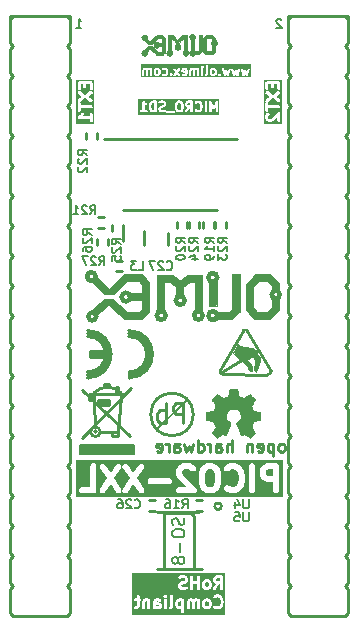
<source format=gbr>
%TF.GenerationSoftware,KiCad,Pcbnew,7.0.9-7.0.9~ubuntu22.04.1*%
%TF.CreationDate,2025-02-11T13:08:51+02:00*%
%TF.ProjectId,RP2350-PICO2-XXL_Rev_B,52503233-3530-42d5-9049-434f322d5858,B*%
%TF.SameCoordinates,PX81b3200PY6e263e0*%
%TF.FileFunction,Legend,Bot*%
%TF.FilePolarity,Positive*%
%FSLAX46Y46*%
G04 Gerber Fmt 4.6, Leading zero omitted, Abs format (unit mm)*
G04 Created by KiCad (PCBNEW 7.0.9-7.0.9~ubuntu22.04.1) date 2025-02-11 13:08:51*
%MOMM*%
%LPD*%
G01*
G04 APERTURE LIST*
%ADD10C,0.508000*%
%ADD11C,0.190500*%
%ADD12C,0.254000*%
%ADD13C,0.203200*%
%ADD14C,0.228600*%
%ADD15C,0.200000*%
%ADD16C,0.050000*%
%ADD17C,0.700000*%
%ADD18C,0.100000*%
%ADD19C,0.500000*%
%ADD20C,0.400000*%
%ADD21C,0.009000*%
%ADD22C,0.010000*%
%ADD23C,0.300000*%
%ADD24C,0.150000*%
%ADD25C,0.127000*%
G04 APERTURE END LIST*
D10*
G36*
X17354016Y12512862D02*
G01*
X17468646Y12398232D01*
X17540761Y12109773D01*
X17540761Y11494976D01*
X17468646Y11206518D01*
X17354016Y11091888D01*
X17250991Y11040375D01*
X16983864Y11040375D01*
X16880838Y11091888D01*
X16766208Y11206518D01*
X16694094Y11494976D01*
X16694094Y12109773D01*
X16766208Y12398232D01*
X16880838Y12512861D01*
X16983866Y12564375D01*
X17250989Y12564375D01*
X17354016Y12512862D01*
G37*
G36*
X22475618Y12007994D02*
G01*
X22015485Y12007994D01*
X21912456Y12059509D01*
X21873987Y12097977D01*
X21822475Y12201003D01*
X21822475Y12371366D01*
X21873988Y12474393D01*
X21912457Y12512861D01*
X22015485Y12564375D01*
X22475618Y12564375D01*
X22475618Y12007994D01*
G37*
G36*
X23273904Y10242089D02*
G01*
X5735808Y10242089D01*
X5735808Y10786375D01*
X6026094Y10786375D01*
X6045429Y10689173D01*
X6100489Y10606770D01*
X6182892Y10551710D01*
X6280094Y10532375D01*
X7247713Y10532375D01*
X7344915Y10551710D01*
X7427318Y10606770D01*
X7482378Y10689173D01*
X7501713Y10786375D01*
X7501713Y10835667D01*
X7772637Y10835667D01*
X7772741Y10736562D01*
X7810762Y10645040D01*
X7880914Y10575034D01*
X7972516Y10537204D01*
X8071621Y10537308D01*
X8163143Y10575329D01*
X8233149Y10645481D01*
X8699141Y11344470D01*
X9165134Y10645481D01*
X9235140Y10575330D01*
X9326661Y10537308D01*
X9425767Y10537204D01*
X9517369Y10575034D01*
X9587521Y10645040D01*
X9625542Y10736562D01*
X9625646Y10835667D01*
X9707875Y10835667D01*
X9707979Y10736562D01*
X9746000Y10645040D01*
X9816152Y10575034D01*
X9907754Y10537204D01*
X10006859Y10537308D01*
X10098381Y10575329D01*
X10168387Y10645481D01*
X10634379Y11344470D01*
X11100372Y10645481D01*
X11170378Y10575330D01*
X11261899Y10537308D01*
X11361005Y10537204D01*
X11452607Y10575034D01*
X11522759Y10645040D01*
X11560780Y10736562D01*
X11560832Y10786375D01*
X14250856Y10786375D01*
X14270191Y10689173D01*
X14325251Y10606770D01*
X14407654Y10551710D01*
X14504856Y10532375D01*
X15762761Y10532375D01*
X15859963Y10551710D01*
X15942366Y10606770D01*
X15997426Y10689173D01*
X16016761Y10786375D01*
X15997426Y10883577D01*
X15955731Y10945978D01*
X15942366Y10965981D01*
X15444638Y11463708D01*
X16186094Y11463708D01*
X16192165Y11433185D01*
X16193678Y11402104D01*
X16290440Y11015056D01*
X16298506Y10997980D01*
X16302191Y10979459D01*
X16319478Y10953587D01*
X16332772Y10925446D01*
X16346759Y10912757D01*
X16357251Y10897055D01*
X16550775Y10703531D01*
X16584625Y10680913D01*
X16616789Y10655951D01*
X16810313Y10559190D01*
X16819114Y10556780D01*
X16826702Y10551710D01*
X16866632Y10543768D01*
X16905900Y10533014D01*
X16914953Y10534156D01*
X16923904Y10532375D01*
X17310951Y10532375D01*
X17319901Y10534156D01*
X17328955Y10533014D01*
X17368222Y10543768D01*
X17408153Y10551710D01*
X17415740Y10556780D01*
X17424542Y10559190D01*
X17618066Y10655951D01*
X17650229Y10680913D01*
X17684080Y10703531D01*
X17877604Y10897055D01*
X17888095Y10912757D01*
X17902083Y10925446D01*
X17915376Y10953587D01*
X17932664Y10979459D01*
X17932751Y10979898D01*
X18314856Y10979898D01*
X18334191Y10882697D01*
X18389251Y10800293D01*
X18486013Y10703531D01*
X18493601Y10698461D01*
X18499197Y10691251D01*
X18534568Y10671088D01*
X18568417Y10648471D01*
X18577366Y10646691D01*
X18585297Y10642170D01*
X18875583Y10545409D01*
X18915978Y10540317D01*
X18955904Y10532375D01*
X19149428Y10532375D01*
X19189353Y10540317D01*
X19229749Y10545409D01*
X19520034Y10642170D01*
X19527964Y10646691D01*
X19536914Y10648471D01*
X19570762Y10671088D01*
X19606134Y10691251D01*
X19611729Y10698461D01*
X19619318Y10703531D01*
X19702162Y10786375D01*
X20443618Y10786375D01*
X20462953Y10689173D01*
X20518013Y10606770D01*
X20600416Y10551710D01*
X20697618Y10532375D01*
X20794820Y10551710D01*
X20877223Y10606770D01*
X20932283Y10689173D01*
X20951618Y10786375D01*
X20951618Y12141041D01*
X21314475Y12141041D01*
X21316255Y12132091D01*
X21315114Y12123036D01*
X21325867Y12083766D01*
X21333810Y12043839D01*
X21338879Y12036253D01*
X21341290Y12027449D01*
X21438052Y11833925D01*
X21463016Y11801760D01*
X21485633Y11767911D01*
X21582395Y11671150D01*
X21616243Y11648534D01*
X21648407Y11623571D01*
X21841930Y11526810D01*
X21850732Y11524400D01*
X21858321Y11519329D01*
X21898249Y11511387D01*
X21937517Y11500633D01*
X21946571Y11501775D01*
X21955523Y11499994D01*
X22475618Y11499994D01*
X22475618Y10786375D01*
X22494953Y10689173D01*
X22550013Y10606770D01*
X22632416Y10551710D01*
X22729618Y10532375D01*
X22826820Y10551710D01*
X22909223Y10606770D01*
X22964283Y10689173D01*
X22983618Y10786375D01*
X22983618Y12818375D01*
X22964283Y12915577D01*
X22909223Y12997980D01*
X22826820Y13053040D01*
X22729618Y13072375D01*
X21955523Y13072375D01*
X21946571Y13070595D01*
X21937517Y13071736D01*
X21898249Y13060983D01*
X21858321Y13053040D01*
X21850732Y13047970D01*
X21841930Y13045559D01*
X21648407Y12948798D01*
X21616240Y12923834D01*
X21582394Y12901218D01*
X21485632Y12804456D01*
X21463016Y12770610D01*
X21438052Y12738443D01*
X21341290Y12544919D01*
X21338879Y12536116D01*
X21333810Y12528529D01*
X21325867Y12488603D01*
X21315114Y12449332D01*
X21316255Y12440278D01*
X21314475Y12431327D01*
X21314475Y12141041D01*
X20951618Y12141041D01*
X20951618Y12818375D01*
X20932283Y12915577D01*
X20877223Y12997980D01*
X20794820Y13053040D01*
X20697618Y13072375D01*
X20600416Y13053040D01*
X20518013Y12997980D01*
X20462953Y12915577D01*
X20443618Y12818375D01*
X20443618Y10786375D01*
X19702162Y10786375D01*
X19812842Y10897055D01*
X19835457Y10930902D01*
X19860422Y10963068D01*
X19957183Y11156591D01*
X19964531Y11183425D01*
X19976415Y11208580D01*
X20073177Y11595628D01*
X20074689Y11626709D01*
X20080761Y11657232D01*
X20080761Y11947517D01*
X20074689Y11978041D01*
X20073177Y12009121D01*
X19976415Y12396169D01*
X19964531Y12421325D01*
X19957183Y12448158D01*
X19860422Y12641681D01*
X19835457Y12673848D01*
X19812842Y12707694D01*
X19619318Y12901218D01*
X19611729Y12906289D01*
X19606134Y12913498D01*
X19570760Y12933663D01*
X19536914Y12956278D01*
X19527965Y12958058D01*
X19520035Y12962579D01*
X19229750Y13059340D01*
X19189360Y13064432D01*
X19149428Y13072375D01*
X18955904Y13072375D01*
X18915971Y13064432D01*
X18875582Y13059340D01*
X18585296Y12962579D01*
X18577364Y12958058D01*
X18568417Y12956278D01*
X18534574Y12933666D01*
X18499196Y12913498D01*
X18493599Y12906288D01*
X18486013Y12901218D01*
X18389251Y12804456D01*
X18334191Y12722052D01*
X18314856Y12624851D01*
X18334191Y12527650D01*
X18389251Y12445246D01*
X18471655Y12390186D01*
X18568856Y12370851D01*
X18666057Y12390186D01*
X18748461Y12445246D01*
X18802823Y12499608D01*
X18997124Y12564375D01*
X19108211Y12564375D01*
X19302506Y12499610D01*
X19424485Y12377631D01*
X19490346Y12245909D01*
X19572761Y11916249D01*
X19572761Y11688500D01*
X19490346Y11358840D01*
X19424485Y11227118D01*
X19302507Y11105141D01*
X19108209Y11040375D01*
X18997123Y11040375D01*
X18802823Y11105141D01*
X18748461Y11159503D01*
X18666057Y11214563D01*
X18568856Y11233898D01*
X18471655Y11214563D01*
X18389251Y11159503D01*
X18334191Y11077099D01*
X18314856Y10979898D01*
X17932751Y10979898D01*
X17936348Y10997980D01*
X17944415Y11015056D01*
X18041177Y11402104D01*
X18042689Y11433185D01*
X18048761Y11463708D01*
X18048761Y12141041D01*
X18042689Y12171565D01*
X18041177Y12202645D01*
X17944415Y12589693D01*
X17936348Y12606770D01*
X17932664Y12625290D01*
X17915376Y12651163D01*
X17902083Y12679303D01*
X17888095Y12691993D01*
X17877604Y12707694D01*
X17684080Y12901218D01*
X17650233Y12923834D01*
X17618067Y12948798D01*
X17424543Y13045560D01*
X17415739Y13047971D01*
X17408153Y13053040D01*
X17368226Y13060983D01*
X17328956Y13071736D01*
X17319901Y13070595D01*
X17310951Y13072375D01*
X16923904Y13072375D01*
X16914952Y13070595D01*
X16905898Y13071736D01*
X16866630Y13060983D01*
X16826702Y13053040D01*
X16819113Y13047970D01*
X16810311Y13045559D01*
X16616788Y12948798D01*
X16584621Y12923834D01*
X16550775Y12901218D01*
X16357251Y12707694D01*
X16346759Y12691993D01*
X16332772Y12679303D01*
X16319478Y12651163D01*
X16302191Y12625290D01*
X16298506Y12606770D01*
X16290440Y12589693D01*
X16193678Y12202645D01*
X16192165Y12171565D01*
X16186094Y12141041D01*
X16186094Y11463708D01*
X15444638Y11463708D01*
X14823621Y12084724D01*
X14758856Y12279023D01*
X14758856Y12371366D01*
X14810369Y12474393D01*
X14848838Y12512861D01*
X14951866Y12564375D01*
X15315751Y12564375D01*
X15418778Y12512862D01*
X15486394Y12445246D01*
X15568798Y12390186D01*
X15665999Y12370851D01*
X15763200Y12390186D01*
X15845604Y12445246D01*
X15900664Y12527650D01*
X15919999Y12624851D01*
X15900664Y12722052D01*
X15845604Y12804456D01*
X15748842Y12901218D01*
X15714995Y12923834D01*
X15682829Y12948798D01*
X15489305Y13045560D01*
X15480501Y13047971D01*
X15472915Y13053040D01*
X15432988Y13060983D01*
X15393718Y13071736D01*
X15384663Y13070595D01*
X15375713Y13072375D01*
X14891904Y13072375D01*
X14882952Y13070595D01*
X14873898Y13071736D01*
X14834630Y13060983D01*
X14794702Y13053040D01*
X14787113Y13047970D01*
X14778311Y13045559D01*
X14584788Y12948798D01*
X14552621Y12923834D01*
X14518775Y12901218D01*
X14422013Y12804456D01*
X14399397Y12770610D01*
X14374433Y12738443D01*
X14277671Y12544919D01*
X14275260Y12536116D01*
X14270191Y12528529D01*
X14262248Y12488603D01*
X14251495Y12449332D01*
X14252636Y12440278D01*
X14250856Y12431327D01*
X14250856Y12237803D01*
X14258797Y12197879D01*
X14263890Y12157481D01*
X14360652Y11867195D01*
X14365173Y11859265D01*
X14366953Y11850316D01*
X14389568Y11816470D01*
X14409733Y11781096D01*
X14416942Y11775501D01*
X14422013Y11767912D01*
X15149551Y11040375D01*
X14504856Y11040375D01*
X14407654Y11021040D01*
X14325251Y10965980D01*
X14270191Y10883577D01*
X14250856Y10786375D01*
X11560832Y10786375D01*
X11560884Y10835667D01*
X11523054Y10927269D01*
X11100919Y11560470D01*
X11831809Y11560470D01*
X11851144Y11463268D01*
X11906204Y11380865D01*
X11988607Y11325805D01*
X12085809Y11306470D01*
X13633999Y11306470D01*
X13731201Y11325805D01*
X13813604Y11380865D01*
X13868664Y11463268D01*
X13887999Y11560470D01*
X13868664Y11657672D01*
X13813604Y11740075D01*
X13731201Y11795135D01*
X13633999Y11814470D01*
X12085809Y11814470D01*
X11988607Y11795135D01*
X11906204Y11740075D01*
X11851144Y11657672D01*
X11831809Y11560470D01*
X11100919Y11560470D01*
X10939649Y11802375D01*
X11523054Y12677481D01*
X11560884Y12769083D01*
X11560780Y12868188D01*
X11522759Y12959710D01*
X11452607Y13029716D01*
X11361005Y13067546D01*
X11261899Y13067442D01*
X11170378Y13029420D01*
X11100372Y12959269D01*
X10634379Y12260281D01*
X10168387Y12959269D01*
X10098381Y13029421D01*
X10006859Y13067442D01*
X9907754Y13067546D01*
X9816152Y13029716D01*
X9746000Y12959710D01*
X9707979Y12868188D01*
X9707875Y12769083D01*
X9745705Y12677481D01*
X10329109Y11802375D01*
X9745705Y10927269D01*
X9707875Y10835667D01*
X9625646Y10835667D01*
X9587816Y10927269D01*
X9004411Y11802375D01*
X9587816Y12677481D01*
X9625646Y12769083D01*
X9625542Y12868188D01*
X9587521Y12959710D01*
X9517369Y13029716D01*
X9425767Y13067546D01*
X9326661Y13067442D01*
X9235140Y13029420D01*
X9165134Y12959269D01*
X8699141Y12260281D01*
X8233149Y12959269D01*
X8163143Y13029421D01*
X8071621Y13067442D01*
X7972516Y13067546D01*
X7880914Y13029716D01*
X7810762Y12959710D01*
X7772741Y12868188D01*
X7772637Y12769083D01*
X7810467Y12677481D01*
X8393871Y11802375D01*
X7810467Y10927269D01*
X7772637Y10835667D01*
X7501713Y10835667D01*
X7501713Y12818375D01*
X7482378Y12915577D01*
X7427318Y12997980D01*
X7344915Y13053040D01*
X7247713Y13072375D01*
X7150511Y13053040D01*
X7068108Y12997980D01*
X7013048Y12915577D01*
X6993713Y12818375D01*
X6993713Y11040375D01*
X6280094Y11040375D01*
X6182892Y11021040D01*
X6100489Y10965980D01*
X6045429Y10883577D01*
X6026094Y10786375D01*
X5735808Y10786375D01*
X5735808Y13362661D01*
X23273904Y13362661D01*
X23273904Y10242089D01*
G37*
D11*
G36*
X12715004Y46335824D02*
G01*
X12729431Y46321397D01*
X12748749Y46282762D01*
X12748749Y46110019D01*
X12729432Y46071385D01*
X12715005Y46056958D01*
X12676371Y46037641D01*
X12612484Y46037641D01*
X12573849Y46056958D01*
X12559423Y46071385D01*
X12540106Y46110019D01*
X12540106Y46282762D01*
X12559424Y46321398D01*
X12573850Y46335825D01*
X12612484Y46355141D01*
X12676370Y46355141D01*
X12715004Y46335824D01*
G37*
G36*
X15022717Y46343110D02*
G01*
X15034749Y46319048D01*
X15034749Y46312577D01*
X14876610Y46344205D01*
X14898484Y46355141D01*
X14998656Y46355141D01*
X15022717Y46343110D01*
G37*
G36*
X17468433Y46335824D02*
G01*
X17482860Y46321397D01*
X17502178Y46282762D01*
X17502178Y46110019D01*
X17482861Y46071385D01*
X17468434Y46056958D01*
X17429800Y46037641D01*
X17365913Y46037641D01*
X17327278Y46056958D01*
X17312852Y46071385D01*
X17293535Y46110019D01*
X17293535Y46282762D01*
X17312853Y46321398D01*
X17327279Y46335825D01*
X17365913Y46355141D01*
X17429799Y46355141D01*
X17468433Y46335824D01*
G37*
G36*
X20591870Y45738284D02*
G01*
X11261034Y45738284D01*
X11261034Y45942391D01*
X11369891Y45942391D01*
X11388082Y45886404D01*
X11435707Y45851803D01*
X11494575Y45851803D01*
X11542200Y45886404D01*
X11560391Y45942391D01*
X11560391Y46319048D01*
X11572422Y46343110D01*
X11596484Y46355141D01*
X11660370Y46355141D01*
X11684431Y46343111D01*
X11696463Y46319048D01*
X11696463Y45942391D01*
X11714654Y45886404D01*
X11762279Y45851803D01*
X11821147Y45851803D01*
X11868772Y45886404D01*
X11886963Y45942391D01*
X11886963Y46319049D01*
X11898993Y46343111D01*
X11923055Y46355141D01*
X11986941Y46355141D01*
X12023034Y46337095D01*
X12023034Y45942391D01*
X12041225Y45886404D01*
X12088850Y45851803D01*
X12147718Y45851803D01*
X12195343Y45886404D01*
X12213534Y45942391D01*
X12213534Y46087534D01*
X12349606Y46087534D01*
X12356391Y46066651D01*
X12359662Y46044937D01*
X12395948Y45972365D01*
X12406780Y45961367D01*
X12413789Y45947611D01*
X12450074Y45911325D01*
X12463830Y45904316D01*
X12474831Y45893481D01*
X12547403Y45857196D01*
X12569117Y45853926D01*
X12589999Y45847141D01*
X12698856Y45847141D01*
X12719740Y45853927D01*
X12741453Y45857197D01*
X12814024Y45893482D01*
X12825022Y45904315D01*
X12838779Y45911324D01*
X12875065Y45947610D01*
X12882074Y45961367D01*
X12892907Y45972365D01*
X12903155Y45992861D01*
X13040097Y45992861D01*
X13049747Y45934790D01*
X13091688Y45893482D01*
X13164260Y45857196D01*
X13185974Y45853926D01*
X13206856Y45847141D01*
X13351999Y45847141D01*
X13372883Y45853927D01*
X13394596Y45857197D01*
X13467167Y45893482D01*
X13478165Y45904315D01*
X13491922Y45911324D01*
X13528208Y45947610D01*
X13535217Y45961367D01*
X13537589Y45963775D01*
X13693349Y45963775D01*
X13700199Y45950332D01*
X13702559Y45935434D01*
X13713225Y45924768D01*
X13720076Y45911323D01*
X13756362Y45875038D01*
X13769802Y45868190D01*
X13780469Y45857523D01*
X13788061Y45856321D01*
X13794279Y45851803D01*
X13801964Y45851803D01*
X13808814Y45848313D01*
X13823712Y45850674D01*
X13838612Y45848313D01*
X13845462Y45851803D01*
X13853147Y45851803D01*
X13859366Y45856322D01*
X13866956Y45857524D01*
X13877620Y45868189D01*
X13891064Y45875038D01*
X13927350Y45911323D01*
X13934200Y45924768D01*
X13944867Y45935434D01*
X13946537Y45945976D01*
X14018816Y45945976D01*
X14034887Y45889345D01*
X14081176Y45852975D01*
X14140002Y45850759D01*
X14188896Y45883544D01*
X14313570Y46042221D01*
X14438244Y45883544D01*
X14487138Y45850759D01*
X14545963Y45852975D01*
X14592253Y45889345D01*
X14608324Y45945976D01*
X14588038Y46001239D01*
X14434704Y46196391D01*
X14491724Y46268962D01*
X14671892Y46268962D01*
X14673667Y46263498D01*
X14672541Y46257865D01*
X14682623Y46235935D01*
X14690083Y46212975D01*
X14694730Y46209599D01*
X14697130Y46204379D01*
X14718178Y46192563D01*
X14737708Y46178374D01*
X14743453Y46178374D01*
X14748462Y46175562D01*
X15034749Y46118305D01*
X15034749Y46073733D01*
X15022718Y46049672D01*
X14998657Y46037641D01*
X14898484Y46037641D01*
X14846023Y46063871D01*
X14787812Y46072638D01*
X14735565Y46045514D01*
X14709239Y45992861D01*
X14718889Y45934790D01*
X14760831Y45893481D01*
X14833403Y45857196D01*
X14855117Y45853926D01*
X14875999Y45847141D01*
X15021142Y45847141D01*
X15042026Y45853927D01*
X15063739Y45857197D01*
X15136310Y45893482D01*
X15136849Y45894014D01*
X15137599Y45894138D01*
X15157770Y45914619D01*
X15178251Y45934790D01*
X15178375Y45935540D01*
X15178907Y45936079D01*
X15182063Y45942391D01*
X15361320Y45942391D01*
X15379511Y45886404D01*
X15427136Y45851803D01*
X15486004Y45851803D01*
X15533629Y45886404D01*
X15551820Y45942391D01*
X15551820Y46319048D01*
X15563851Y46343110D01*
X15587913Y46355141D01*
X15651799Y46355141D01*
X15675860Y46343111D01*
X15687892Y46319048D01*
X15687892Y45942391D01*
X15706083Y45886404D01*
X15753708Y45851803D01*
X15812576Y45851803D01*
X15860201Y45886404D01*
X15878392Y45942391D01*
X15878392Y46319049D01*
X15890422Y46343111D01*
X15914484Y46355141D01*
X15978370Y46355141D01*
X16014463Y46337095D01*
X16014463Y45942391D01*
X16032654Y45886404D01*
X16080279Y45851803D01*
X16139147Y45851803D01*
X16186772Y45886404D01*
X16204963Y45942391D01*
X16204963Y46450391D01*
X16186772Y46506378D01*
X16139147Y46540979D01*
X16080279Y46540979D01*
X16060869Y46526878D01*
X16043454Y46535585D01*
X16021739Y46538856D01*
X16000856Y46545641D01*
X15891999Y46545641D01*
X15871115Y46538856D01*
X15849402Y46535585D01*
X15783141Y46502455D01*
X15716881Y46535585D01*
X15695167Y46538856D01*
X15674284Y46545641D01*
X15565427Y46545641D01*
X15544543Y46538856D01*
X15522829Y46535585D01*
X15450258Y46499299D01*
X15449718Y46498768D01*
X15448971Y46498643D01*
X15428798Y46478163D01*
X15408318Y46457990D01*
X15408193Y46457243D01*
X15407662Y46456703D01*
X15371376Y46384132D01*
X15368105Y46362418D01*
X15361320Y46341534D01*
X15361320Y45942391D01*
X15182063Y45942391D01*
X15215193Y46008651D01*
X15218463Y46030365D01*
X15225249Y46051248D01*
X15225249Y46341534D01*
X15218463Y46362418D01*
X15215193Y46384132D01*
X15178907Y46456703D01*
X15178375Y46457243D01*
X15178251Y46457990D01*
X15157770Y46478163D01*
X15137598Y46498643D01*
X15136850Y46498768D01*
X15136311Y46499299D01*
X15063740Y46535585D01*
X15042025Y46538856D01*
X15021142Y46545641D01*
X14875999Y46545641D01*
X14855115Y46538856D01*
X14833402Y46535585D01*
X14760830Y46499299D01*
X14760290Y46498768D01*
X14759541Y46498643D01*
X14739369Y46478163D01*
X14718889Y46457991D01*
X14718764Y46457242D01*
X14718233Y46456702D01*
X14681948Y46384131D01*
X14678677Y46362419D01*
X14671892Y46341534D01*
X14671892Y46268962D01*
X14491724Y46268962D01*
X14588038Y46391543D01*
X14608324Y46446806D01*
X14592253Y46503437D01*
X14545963Y46539807D01*
X14487138Y46542023D01*
X14438244Y46509238D01*
X14313570Y46350562D01*
X14188896Y46509238D01*
X14140002Y46542023D01*
X14081176Y46539807D01*
X14034887Y46503437D01*
X14018816Y46446806D01*
X14039102Y46391544D01*
X14192436Y46196391D01*
X14039102Y46001238D01*
X14018816Y45945976D01*
X13946537Y45945976D01*
X13947227Y45950333D01*
X13954076Y45963774D01*
X13951716Y45978674D01*
X13954077Y45993576D01*
X13947227Y46007019D01*
X13944868Y46021917D01*
X13934201Y46032584D01*
X13927351Y46046028D01*
X13891065Y46082314D01*
X13877620Y46089165D01*
X13866955Y46099830D01*
X13859365Y46101033D01*
X13853147Y46105550D01*
X13845462Y46105550D01*
X13838613Y46109040D01*
X13823713Y46106680D01*
X13808813Y46109040D01*
X13801964Y46105550D01*
X13794279Y46105550D01*
X13788060Y46101033D01*
X13780471Y46099830D01*
X13769805Y46089165D01*
X13756361Y46082314D01*
X13720075Y46046028D01*
X13713225Y46032585D01*
X13702558Y46021917D01*
X13700198Y46007019D01*
X13693349Y45993576D01*
X13695709Y45978677D01*
X13693349Y45963775D01*
X13537589Y45963775D01*
X13546050Y45972365D01*
X13582336Y46044937D01*
X13585606Y46066651D01*
X13592392Y46087534D01*
X13592392Y46305248D01*
X13585606Y46326132D01*
X13582336Y46347846D01*
X13546050Y46420417D01*
X13535216Y46431416D01*
X13528208Y46445171D01*
X13491922Y46481457D01*
X13478166Y46488466D01*
X13467168Y46499299D01*
X13394597Y46535585D01*
X13372882Y46538856D01*
X13351999Y46545641D01*
X13206856Y46545641D01*
X13185972Y46538856D01*
X13164258Y46535585D01*
X13091687Y46499299D01*
X13049747Y46457990D01*
X13040097Y46399919D01*
X13066424Y46347266D01*
X13118671Y46320143D01*
X13176883Y46328911D01*
X13229342Y46355141D01*
X13329513Y46355141D01*
X13368147Y46335824D01*
X13382574Y46321397D01*
X13401892Y46282762D01*
X13401892Y46110019D01*
X13382575Y46071385D01*
X13368148Y46056958D01*
X13329514Y46037641D01*
X13229341Y46037641D01*
X13176882Y46063870D01*
X13118670Y46072638D01*
X13066424Y46045514D01*
X13040097Y45992861D01*
X12903155Y45992861D01*
X12929193Y46044937D01*
X12932463Y46066651D01*
X12939249Y46087534D01*
X12939249Y46305248D01*
X12932463Y46326132D01*
X12929193Y46347846D01*
X12892907Y46420417D01*
X12882073Y46431416D01*
X12875065Y46445171D01*
X12838779Y46481457D01*
X12825023Y46488466D01*
X12814025Y46499299D01*
X12741454Y46535585D01*
X12719739Y46538856D01*
X12698856Y46545641D01*
X12589999Y46545641D01*
X12569115Y46538856D01*
X12547402Y46535585D01*
X12474830Y46499299D01*
X12463830Y46488466D01*
X12450074Y46481456D01*
X12413789Y46445170D01*
X12406780Y46431416D01*
X12395948Y46420417D01*
X12359662Y46347846D01*
X12356391Y46326132D01*
X12349606Y46305248D01*
X12349606Y46087534D01*
X12213534Y46087534D01*
X12213534Y46450391D01*
X12195343Y46506378D01*
X12147718Y46540979D01*
X12088850Y46540979D01*
X12069440Y46526878D01*
X12052025Y46535585D01*
X12030310Y46538856D01*
X12009427Y46545641D01*
X11900570Y46545641D01*
X11879686Y46538856D01*
X11857973Y46535585D01*
X11791712Y46502455D01*
X11725452Y46535585D01*
X11703738Y46538856D01*
X11682855Y46545641D01*
X11573998Y46545641D01*
X11553114Y46538856D01*
X11531400Y46535585D01*
X11458829Y46499299D01*
X11458289Y46498768D01*
X11457542Y46498643D01*
X11437369Y46478163D01*
X11416889Y46457990D01*
X11416764Y46457243D01*
X11416233Y46456703D01*
X11379947Y46384132D01*
X11376676Y46362418D01*
X11369891Y46341534D01*
X11369891Y45942391D01*
X11261034Y45942391D01*
X11261034Y46653205D01*
X16342206Y46653205D01*
X16349056Y46639762D01*
X16351416Y46624863D01*
X16362081Y46614198D01*
X16368932Y46600753D01*
X16405218Y46564467D01*
X16418662Y46557617D01*
X16429328Y46546951D01*
X16436917Y46545749D01*
X16443136Y46541231D01*
X16450821Y46541231D01*
X16451315Y46540979D01*
X16443136Y46540979D01*
X16395511Y46506378D01*
X16377320Y46450391D01*
X16377320Y45942391D01*
X16395511Y45886404D01*
X16443136Y45851803D01*
X16502004Y45851803D01*
X16549629Y45886404D01*
X16563211Y45928206D01*
X16668668Y45928206D01*
X16694995Y45875553D01*
X16747241Y45848429D01*
X16805453Y45857197D01*
X16878024Y45893482D01*
X16878563Y45894014D01*
X16879313Y45894138D01*
X16899484Y45914619D01*
X16919965Y45934790D01*
X16920089Y45935540D01*
X16920621Y45936079D01*
X16956907Y46008651D01*
X16960177Y46030365D01*
X16966963Y46051248D01*
X16966963Y46087534D01*
X17103035Y46087534D01*
X17109820Y46066651D01*
X17113091Y46044937D01*
X17149377Y45972365D01*
X17160209Y45961367D01*
X17167218Y45947611D01*
X17203503Y45911325D01*
X17217259Y45904316D01*
X17228260Y45893481D01*
X17300832Y45857196D01*
X17322546Y45853926D01*
X17343428Y45847141D01*
X17452285Y45847141D01*
X17473169Y45853927D01*
X17494882Y45857197D01*
X17567453Y45893482D01*
X17578451Y45904315D01*
X17592208Y45911324D01*
X17628494Y45947610D01*
X17635503Y45961367D01*
X17637875Y45963775D01*
X17793635Y45963775D01*
X17800485Y45950332D01*
X17802845Y45935434D01*
X17813511Y45924768D01*
X17820362Y45911323D01*
X17856648Y45875038D01*
X17870088Y45868190D01*
X17880755Y45857523D01*
X17888347Y45856321D01*
X17894565Y45851803D01*
X17902250Y45851803D01*
X17909100Y45848313D01*
X17923998Y45850674D01*
X17938898Y45848313D01*
X17945748Y45851803D01*
X17953433Y45851803D01*
X17959652Y45856322D01*
X17967242Y45857524D01*
X17977906Y45868189D01*
X17991350Y45875038D01*
X18027636Y45911323D01*
X18034486Y45924768D01*
X18045153Y45935434D01*
X18047513Y45950333D01*
X18054362Y45963774D01*
X18052002Y45978674D01*
X18054363Y45993576D01*
X18047513Y46007019D01*
X18045154Y46021917D01*
X18034487Y46032584D01*
X18027637Y46046028D01*
X17991351Y46082314D01*
X17977906Y46089165D01*
X17967241Y46099830D01*
X17959651Y46101033D01*
X17953433Y46105550D01*
X17945748Y46105550D01*
X17938899Y46109040D01*
X17923999Y46106680D01*
X17909099Y46109040D01*
X17902250Y46105550D01*
X17894565Y46105550D01*
X17888346Y46101033D01*
X17880757Y46099830D01*
X17870091Y46089165D01*
X17856647Y46082314D01*
X17820361Y46046028D01*
X17813511Y46032585D01*
X17802844Y46021917D01*
X17800484Y46007019D01*
X17793635Y45993576D01*
X17795995Y45978677D01*
X17793635Y45963775D01*
X17637875Y45963775D01*
X17646336Y45972365D01*
X17682622Y46044937D01*
X17685892Y46066651D01*
X17692678Y46087534D01*
X17692678Y46305248D01*
X17685892Y46326132D01*
X17682622Y46347846D01*
X17646336Y46420417D01*
X17642586Y46424224D01*
X18122700Y46424224D01*
X18267843Y45916224D01*
X18283503Y45892959D01*
X18298456Y45869214D01*
X18299865Y45868651D01*
X18300715Y45867388D01*
X18327096Y45857758D01*
X18353113Y45847351D01*
X18354584Y45847724D01*
X18356013Y45847202D01*
X18382977Y45854907D01*
X18410182Y45861789D01*
X18411155Y45862958D01*
X18412616Y45863375D01*
X18429911Y45885469D01*
X18447865Y45907016D01*
X18504571Y46048781D01*
X18561277Y45907016D01*
X18579230Y45885469D01*
X18596526Y45863375D01*
X18597986Y45862958D01*
X18598960Y45861789D01*
X18626164Y45854907D01*
X18653129Y45847202D01*
X18654557Y45847724D01*
X18656029Y45847351D01*
X18682060Y45857764D01*
X18708427Y45867389D01*
X18709275Y45868650D01*
X18710686Y45869214D01*
X18725643Y45892966D01*
X18741299Y45916224D01*
X18886441Y46424224D01*
X18920986Y46424224D01*
X19066129Y45916224D01*
X19081789Y45892959D01*
X19096742Y45869214D01*
X19098151Y45868651D01*
X19099001Y45867388D01*
X19125382Y45857758D01*
X19151399Y45847351D01*
X19152870Y45847724D01*
X19154299Y45847202D01*
X19181263Y45854907D01*
X19208468Y45861789D01*
X19209441Y45862958D01*
X19210902Y45863375D01*
X19228197Y45885469D01*
X19246151Y45907016D01*
X19302857Y46048781D01*
X19359563Y45907016D01*
X19377516Y45885469D01*
X19394812Y45863375D01*
X19396272Y45862958D01*
X19397246Y45861789D01*
X19424450Y45854907D01*
X19451415Y45847202D01*
X19452843Y45847724D01*
X19454315Y45847351D01*
X19480346Y45857764D01*
X19506713Y45867389D01*
X19507561Y45868650D01*
X19508972Y45869214D01*
X19523929Y45892966D01*
X19539585Y45916224D01*
X19684727Y46424224D01*
X19719272Y46424224D01*
X19864415Y45916224D01*
X19880075Y45892959D01*
X19895028Y45869214D01*
X19896437Y45868651D01*
X19897287Y45867388D01*
X19923668Y45857758D01*
X19949685Y45847351D01*
X19951156Y45847724D01*
X19952585Y45847202D01*
X19979549Y45854907D01*
X20006754Y45861789D01*
X20007727Y45862958D01*
X20009188Y45863375D01*
X20026483Y45885469D01*
X20044437Y45907016D01*
X20101143Y46048781D01*
X20157849Y45907016D01*
X20175802Y45885469D01*
X20193098Y45863375D01*
X20194558Y45862958D01*
X20195532Y45861789D01*
X20222736Y45854907D01*
X20249701Y45847202D01*
X20251129Y45847724D01*
X20252601Y45847351D01*
X20278632Y45857764D01*
X20304999Y45867389D01*
X20305847Y45868650D01*
X20307258Y45869214D01*
X20322215Y45892966D01*
X20337871Y45916224D01*
X20483013Y46424224D01*
X20480903Y46483054D01*
X20444616Y46529408D01*
X20388013Y46545580D01*
X20332715Y46525394D01*
X20299843Y46476558D01*
X20231244Y46236462D01*
X20189580Y46340623D01*
X20174592Y46358611D01*
X20162115Y46378425D01*
X20156068Y46380844D01*
X20151897Y46385850D01*
X20129192Y46391594D01*
X20107458Y46400288D01*
X20101143Y46398691D01*
X20094828Y46400288D01*
X20073093Y46391594D01*
X20050389Y46385850D01*
X20046217Y46380844D01*
X20040171Y46378425D01*
X20027693Y46358611D01*
X20012706Y46340623D01*
X19971041Y46236462D01*
X19902442Y46476558D01*
X19869570Y46525394D01*
X19814272Y46545580D01*
X19757669Y46529407D01*
X19721382Y46483054D01*
X19719272Y46424224D01*
X19684727Y46424224D01*
X19682617Y46483054D01*
X19646330Y46529408D01*
X19589727Y46545580D01*
X19534429Y46525394D01*
X19501557Y46476558D01*
X19432958Y46236462D01*
X19391294Y46340623D01*
X19376306Y46358611D01*
X19363829Y46378425D01*
X19357782Y46380844D01*
X19353611Y46385850D01*
X19330906Y46391594D01*
X19309172Y46400288D01*
X19302857Y46398691D01*
X19296542Y46400288D01*
X19274807Y46391594D01*
X19252103Y46385850D01*
X19247931Y46380844D01*
X19241885Y46378425D01*
X19229407Y46358611D01*
X19214420Y46340623D01*
X19172755Y46236462D01*
X19104156Y46476558D01*
X19071284Y46525394D01*
X19015986Y46545580D01*
X18959383Y46529407D01*
X18923096Y46483054D01*
X18920986Y46424224D01*
X18886441Y46424224D01*
X18884331Y46483054D01*
X18848044Y46529408D01*
X18791441Y46545580D01*
X18736143Y46525394D01*
X18703271Y46476558D01*
X18634672Y46236462D01*
X18593008Y46340623D01*
X18578020Y46358611D01*
X18565543Y46378425D01*
X18559496Y46380844D01*
X18555325Y46385850D01*
X18532620Y46391594D01*
X18510886Y46400288D01*
X18504571Y46398691D01*
X18498256Y46400288D01*
X18476521Y46391594D01*
X18453817Y46385850D01*
X18449645Y46380844D01*
X18443599Y46378425D01*
X18431121Y46358611D01*
X18416134Y46340623D01*
X18374469Y46236462D01*
X18305870Y46476558D01*
X18272998Y46525394D01*
X18217700Y46545580D01*
X18161097Y46529407D01*
X18124810Y46483054D01*
X18122700Y46424224D01*
X17642586Y46424224D01*
X17635502Y46431416D01*
X17628494Y46445171D01*
X17592208Y46481457D01*
X17578452Y46488466D01*
X17567454Y46499299D01*
X17494883Y46535585D01*
X17473168Y46538856D01*
X17452285Y46545641D01*
X17343428Y46545641D01*
X17322544Y46538856D01*
X17300831Y46535585D01*
X17228259Y46499299D01*
X17217259Y46488466D01*
X17203503Y46481456D01*
X17167218Y46445170D01*
X17160209Y46431416D01*
X17149377Y46420417D01*
X17113091Y46347846D01*
X17109820Y46326132D01*
X17103035Y46305248D01*
X17103035Y46087534D01*
X16966963Y46087534D01*
X16966963Y46704391D01*
X16948772Y46760378D01*
X16901147Y46794979D01*
X16842279Y46794979D01*
X16794654Y46760378D01*
X16776463Y46704391D01*
X16776463Y46073733D01*
X16764432Y46049672D01*
X16720259Y46027585D01*
X16678318Y45986277D01*
X16668668Y45928206D01*
X16563211Y45928206D01*
X16567820Y45942391D01*
X16567820Y46450391D01*
X16549629Y46506378D01*
X16502004Y46540979D01*
X16493825Y46540979D01*
X16494319Y46541231D01*
X16502004Y46541231D01*
X16508222Y46545749D01*
X16515812Y46546951D01*
X16526477Y46557617D01*
X16539922Y46564467D01*
X16576208Y46600753D01*
X16583058Y46614198D01*
X16593724Y46624863D01*
X16596083Y46639762D01*
X16602934Y46653205D01*
X16600573Y46668105D01*
X16602934Y46683005D01*
X16596083Y46696449D01*
X16593724Y46711347D01*
X16583058Y46722013D01*
X16576208Y46735457D01*
X16539922Y46771743D01*
X16526477Y46778594D01*
X16515812Y46789259D01*
X16508222Y46790462D01*
X16502004Y46794979D01*
X16494319Y46794979D01*
X16487470Y46798469D01*
X16472570Y46796109D01*
X16457670Y46798469D01*
X16450821Y46794979D01*
X16443136Y46794979D01*
X16436917Y46790462D01*
X16429328Y46789259D01*
X16418662Y46778594D01*
X16405218Y46771743D01*
X16368932Y46735457D01*
X16362081Y46722013D01*
X16351416Y46711347D01*
X16349056Y46696449D01*
X16342206Y46683005D01*
X16344566Y46668105D01*
X16342206Y46653205D01*
X11261034Y46653205D01*
X11261034Y46907326D01*
X20591870Y46907326D01*
X20591870Y45738284D01*
G37*
D12*
G36*
X14674085Y952308D02*
G01*
X14540779Y952308D01*
X14489267Y978064D01*
X14470030Y997301D01*
X14444275Y1048811D01*
X14444275Y1279137D01*
X14470030Y1330647D01*
X14489269Y1349886D01*
X14540779Y1375641D01*
X14674085Y1375641D01*
X14674085Y952308D01*
G37*
G36*
X12771187Y1069314D02*
G01*
X12787228Y1037232D01*
X12787228Y1000430D01*
X12771187Y968350D01*
X12739105Y952308D01*
X12557418Y952308D01*
X12557418Y1085355D01*
X12739105Y1085355D01*
X12771187Y1069314D01*
G37*
G36*
X16951377Y1349886D02*
G01*
X16970616Y1330647D01*
X16996371Y1279137D01*
X16996371Y1048811D01*
X16970616Y997301D01*
X16951378Y978064D01*
X16899867Y952308D01*
X16814684Y952308D01*
X16763172Y978064D01*
X16743935Y997301D01*
X16718180Y1048811D01*
X16718180Y1279137D01*
X16743935Y1330647D01*
X16763174Y1349886D01*
X16814684Y1375641D01*
X16899867Y1375641D01*
X16951377Y1349886D01*
G37*
G36*
X16951377Y2985646D02*
G01*
X16970616Y2966407D01*
X16996371Y2914897D01*
X16996371Y2684571D01*
X16970616Y2633061D01*
X16951378Y2613824D01*
X16899867Y2588068D01*
X16814684Y2588068D01*
X16763172Y2613824D01*
X16743935Y2633061D01*
X16718180Y2684571D01*
X16718180Y2914897D01*
X16743935Y2966407D01*
X16763174Y2985646D01*
X16814684Y3011401D01*
X16899867Y3011401D01*
X16951377Y2985646D01*
G37*
G36*
X17963990Y3071877D02*
G01*
X17733922Y3071877D01*
X17682412Y3097632D01*
X17663173Y3116871D01*
X17637418Y3168381D01*
X17637418Y3253564D01*
X17663173Y3305074D01*
X17682412Y3324313D01*
X17733922Y3350068D01*
X17963990Y3350068D01*
X17963990Y3071877D01*
G37*
G36*
X18411514Y215791D02*
G01*
X10514616Y215791D01*
X10514616Y807234D01*
X10659759Y807234D01*
X10689486Y742141D01*
X10749686Y703452D01*
X10785466Y698308D01*
X10882228Y698308D01*
X10893272Y701552D01*
X10904720Y700315D01*
X10939023Y711715D01*
X11035785Y760095D01*
X11052431Y775580D01*
X11071980Y787190D01*
X11084830Y805717D01*
X11088182Y808834D01*
X11088876Y811550D01*
X11092582Y816892D01*
X11096790Y825308D01*
X11384180Y825308D01*
X11404341Y756647D01*
X11458422Y709785D01*
X11529254Y699601D01*
X11594347Y729328D01*
X11633036Y789528D01*
X11638180Y825308D01*
X11638180Y1327518D01*
X11654221Y1359600D01*
X11686303Y1375641D01*
X11771486Y1375641D01*
X11819609Y1351580D01*
X11819609Y825308D01*
X11839770Y756647D01*
X11893851Y709785D01*
X11964683Y699601D01*
X12029776Y729328D01*
X12068465Y789528D01*
X12073609Y825308D01*
X12303418Y825308D01*
X12323579Y756647D01*
X12377660Y709785D01*
X12448492Y699601D01*
X12473708Y711117D01*
X12481715Y709677D01*
X12491400Y703452D01*
X12527180Y698308D01*
X12769085Y698308D01*
X12780129Y701552D01*
X12791577Y700315D01*
X12825880Y711715D01*
X12922642Y760095D01*
X12939288Y775580D01*
X12958837Y787190D01*
X12971687Y805717D01*
X12975039Y808834D01*
X12975733Y811550D01*
X12979439Y816892D01*
X13027820Y913654D01*
X13029858Y924984D01*
X13036084Y934670D01*
X13041228Y970450D01*
X13041228Y1067212D01*
X13037984Y1078258D01*
X13039221Y1089705D01*
X13027820Y1124008D01*
X12979439Y1220770D01*
X12963954Y1237417D01*
X12952345Y1256964D01*
X12933818Y1269815D01*
X12930701Y1273166D01*
X12927985Y1273861D01*
X12922643Y1277566D01*
X12825881Y1325947D01*
X12814551Y1327986D01*
X12804865Y1334211D01*
X12769085Y1339355D01*
X12563336Y1339355D01*
X12573459Y1359600D01*
X12605541Y1375641D01*
X12739105Y1375641D01*
X12809051Y1340668D01*
X12879479Y1327994D01*
X12945580Y1355408D01*
X12986366Y1414208D01*
X12988887Y1485723D01*
X12952345Y1547250D01*
X12922643Y1567852D01*
X12825881Y1616233D01*
X12814551Y1618272D01*
X12804865Y1624497D01*
X12769085Y1629641D01*
X12575561Y1629641D01*
X12564515Y1626398D01*
X12553068Y1627634D01*
X12518765Y1616233D01*
X12422003Y1567852D01*
X12405356Y1552368D01*
X12385809Y1540758D01*
X12372958Y1522232D01*
X12369607Y1519114D01*
X12368912Y1516399D01*
X12365207Y1511056D01*
X12316826Y1414294D01*
X12314787Y1402965D01*
X12308562Y1393278D01*
X12303418Y1357498D01*
X12303418Y825308D01*
X12073609Y825308D01*
X12073609Y1502641D01*
X12053448Y1571302D01*
X11999367Y1618164D01*
X11928535Y1628348D01*
X11879144Y1605792D01*
X11858262Y1616233D01*
X11846932Y1618272D01*
X11837246Y1624497D01*
X11801466Y1629641D01*
X11656323Y1629641D01*
X11645277Y1626398D01*
X11633830Y1627634D01*
X11599527Y1616233D01*
X11502765Y1567852D01*
X11486118Y1552368D01*
X11466571Y1540758D01*
X11453720Y1522232D01*
X11450369Y1519114D01*
X11449674Y1516399D01*
X11445969Y1511056D01*
X11397588Y1414294D01*
X11395549Y1402965D01*
X11389324Y1393278D01*
X11384180Y1357498D01*
X11384180Y825308D01*
X11096790Y825308D01*
X11140963Y913654D01*
X11143001Y924984D01*
X11149227Y934670D01*
X11154371Y970450D01*
X11154371Y1375641D01*
X11172514Y1375641D01*
X11241175Y1395802D01*
X11288037Y1449883D01*
X11298221Y1520715D01*
X11268494Y1585808D01*
X11208294Y1624497D01*
X11172514Y1629641D01*
X11154371Y1629641D01*
X11154371Y1801987D01*
X13174600Y1801987D01*
X13180352Y1775543D01*
X13182283Y1748545D01*
X13187840Y1741122D01*
X13189811Y1732062D01*
X13211473Y1703124D01*
X13259854Y1654743D01*
X13267992Y1650299D01*
X13273549Y1642877D01*
X13286474Y1638057D01*
X13296899Y1629023D01*
X13310553Y1627060D01*
X13318846Y1622532D01*
X13266490Y1598621D01*
X13227801Y1538421D01*
X13222657Y1502641D01*
X13222657Y825308D01*
X13242818Y756647D01*
X13296899Y709785D01*
X13367731Y699601D01*
X13432824Y729328D01*
X13471513Y789528D01*
X13476014Y820834D01*
X13609783Y820834D01*
X13632351Y752925D01*
X13688049Y707998D01*
X13759196Y700315D01*
X13793499Y711715D01*
X13890261Y760095D01*
X13906907Y775580D01*
X13926456Y787190D01*
X13939306Y805717D01*
X13942658Y808834D01*
X13943352Y811550D01*
X13947058Y816892D01*
X13995439Y913654D01*
X13997477Y924984D01*
X14003703Y934670D01*
X14008847Y970450D01*
X14008847Y1018831D01*
X14190275Y1018831D01*
X14193518Y1007786D01*
X14192282Y996338D01*
X14203683Y962035D01*
X14252064Y865273D01*
X14253684Y863531D01*
X14254191Y861204D01*
X14275853Y832266D01*
X14324234Y783885D01*
X14326324Y782744D01*
X14327540Y780697D01*
X14357242Y760095D01*
X14454004Y711715D01*
X14465334Y709677D01*
X14475019Y703452D01*
X14510799Y698308D01*
X14674085Y698308D01*
X14674085Y486641D01*
X14694246Y417980D01*
X14748327Y371118D01*
X14819159Y360934D01*
X14884252Y390661D01*
X14922941Y450861D01*
X14928085Y486641D01*
X14928085Y825308D01*
X15157895Y825308D01*
X15178056Y756647D01*
X15232137Y709785D01*
X15302969Y699601D01*
X15368062Y729328D01*
X15406751Y789528D01*
X15411895Y825308D01*
X15411895Y1327518D01*
X15427935Y1359600D01*
X15460018Y1375641D01*
X15545200Y1375641D01*
X15577282Y1359600D01*
X15593323Y1327518D01*
X15593323Y825308D01*
X15613484Y756647D01*
X15667565Y709785D01*
X15738397Y699601D01*
X15803490Y729328D01*
X15842179Y789528D01*
X15847323Y825308D01*
X15847323Y1327518D01*
X15863364Y1359600D01*
X15895446Y1375641D01*
X15980629Y1375641D01*
X16028752Y1351580D01*
X16028752Y825308D01*
X16048913Y756647D01*
X16102994Y709785D01*
X16173826Y699601D01*
X16238919Y729328D01*
X16277608Y789528D01*
X16282752Y825308D01*
X16282752Y1018831D01*
X16464180Y1018831D01*
X16467423Y1007786D01*
X16466187Y996338D01*
X16477588Y962035D01*
X16525969Y865273D01*
X16527589Y863531D01*
X16528096Y861204D01*
X16549758Y832266D01*
X16598139Y783885D01*
X16600229Y782744D01*
X16601445Y780697D01*
X16631147Y760095D01*
X16727909Y711715D01*
X16739239Y709677D01*
X16748924Y703452D01*
X16784704Y698308D01*
X16929847Y698308D01*
X16940891Y701552D01*
X16952339Y700315D01*
X16986642Y711715D01*
X17083404Y760095D01*
X17085147Y761717D01*
X17087474Y762223D01*
X17116412Y783885D01*
X17164793Y832266D01*
X17165934Y834356D01*
X17167980Y835571D01*
X17188582Y865273D01*
X17221510Y931129D01*
X17383742Y931129D01*
X17398953Y861204D01*
X17420615Y832266D01*
X17468996Y783885D01*
X17479101Y778367D01*
X17486322Y769399D01*
X17518639Y753205D01*
X17663782Y704825D01*
X17666159Y704740D01*
X17668162Y703452D01*
X17703942Y698308D01*
X17800704Y698308D01*
X17802987Y698979D01*
X17805294Y698391D01*
X17840864Y704825D01*
X17986007Y753205D01*
X17995461Y759776D01*
X18006712Y762223D01*
X18035650Y783885D01*
X18132411Y880647D01*
X18133551Y882737D01*
X18135599Y883952D01*
X18156201Y913654D01*
X18204582Y1010416D01*
X18205370Y1014797D01*
X18214198Y1036410D01*
X18262579Y1229934D01*
X18262438Y1233385D01*
X18266371Y1260736D01*
X18266371Y1405879D01*
X18265398Y1409192D01*
X18262579Y1436681D01*
X18214198Y1630205D01*
X18211945Y1634045D01*
X18204582Y1656199D01*
X18156201Y1752961D01*
X18154580Y1754704D01*
X18154074Y1757030D01*
X18132411Y1785968D01*
X18035650Y1882730D01*
X18025544Y1888248D01*
X18018325Y1897215D01*
X17986008Y1913410D01*
X17840865Y1961791D01*
X17838486Y1961878D01*
X17836484Y1963164D01*
X17800704Y1968308D01*
X17703942Y1968308D01*
X17701657Y1967638D01*
X17699351Y1968225D01*
X17663781Y1961791D01*
X17518638Y1913410D01*
X17509183Y1906840D01*
X17497934Y1904392D01*
X17468996Y1882730D01*
X17420615Y1834349D01*
X17386321Y1771542D01*
X17391425Y1700164D01*
X17434310Y1642877D01*
X17501358Y1617870D01*
X17571283Y1633081D01*
X17600221Y1654743D01*
X17627403Y1681925D01*
X17724552Y1714308D01*
X17780094Y1714308D01*
X17877243Y1681925D01*
X17938234Y1620935D01*
X17971163Y1555077D01*
X18012371Y1390245D01*
X18012371Y1276370D01*
X17971163Y1111538D01*
X17938234Y1045681D01*
X17877243Y984690D01*
X17780095Y952308D01*
X17724551Y952308D01*
X17627403Y984690D01*
X17600221Y1011872D01*
X17537414Y1046166D01*
X17466036Y1041062D01*
X17408749Y998177D01*
X17383742Y931129D01*
X17221510Y931129D01*
X17236963Y962035D01*
X17239001Y973365D01*
X17245227Y983051D01*
X17250371Y1018831D01*
X17250371Y1309117D01*
X17247127Y1320163D01*
X17248364Y1331610D01*
X17236963Y1365913D01*
X17188582Y1462675D01*
X17186961Y1464418D01*
X17186455Y1466744D01*
X17164793Y1495682D01*
X17116412Y1544063D01*
X17114322Y1545205D01*
X17113107Y1547250D01*
X17083405Y1567852D01*
X16986643Y1616233D01*
X16975313Y1618272D01*
X16965627Y1624497D01*
X16929847Y1629641D01*
X16784704Y1629641D01*
X16773658Y1626398D01*
X16762211Y1627634D01*
X16727908Y1616233D01*
X16631146Y1567852D01*
X16629403Y1566232D01*
X16627077Y1565725D01*
X16598139Y1544063D01*
X16549758Y1495682D01*
X16548616Y1493593D01*
X16546571Y1492377D01*
X16525969Y1462675D01*
X16477588Y1365913D01*
X16475549Y1354584D01*
X16469324Y1344897D01*
X16464180Y1309117D01*
X16464180Y1018831D01*
X16282752Y1018831D01*
X16282752Y1502641D01*
X16262591Y1571302D01*
X16208510Y1618164D01*
X16137678Y1628348D01*
X16088287Y1605792D01*
X16067405Y1616233D01*
X16056075Y1618272D01*
X16046389Y1624497D01*
X16010609Y1629641D01*
X15865466Y1629641D01*
X15854420Y1626398D01*
X15842973Y1627634D01*
X15808670Y1616233D01*
X15720323Y1572060D01*
X15631976Y1616233D01*
X15620646Y1618272D01*
X15610960Y1624497D01*
X15575180Y1629641D01*
X15430037Y1629641D01*
X15418989Y1626398D01*
X15407543Y1627633D01*
X15373240Y1616233D01*
X15276479Y1567852D01*
X15259832Y1552367D01*
X15240286Y1540758D01*
X15227434Y1522230D01*
X15224084Y1519113D01*
X15223389Y1516399D01*
X15219684Y1511056D01*
X15171303Y1414294D01*
X15169264Y1402965D01*
X15163039Y1393278D01*
X15157895Y1357498D01*
X15157895Y825308D01*
X14928085Y825308D01*
X14928085Y1502641D01*
X14907924Y1571302D01*
X14853843Y1618164D01*
X14783011Y1628348D01*
X14757793Y1616832D01*
X14749789Y1618272D01*
X14740103Y1624497D01*
X14704323Y1629641D01*
X14510799Y1629641D01*
X14499753Y1626398D01*
X14488306Y1627634D01*
X14454003Y1616233D01*
X14357241Y1567852D01*
X14355498Y1566232D01*
X14353172Y1565725D01*
X14324234Y1544063D01*
X14275853Y1495682D01*
X14274711Y1493593D01*
X14272666Y1492377D01*
X14252064Y1462675D01*
X14203683Y1365913D01*
X14201644Y1354584D01*
X14195419Y1344897D01*
X14190275Y1309117D01*
X14190275Y1018831D01*
X14008847Y1018831D01*
X14008847Y1841308D01*
X13988686Y1909969D01*
X13934605Y1956831D01*
X13863773Y1967015D01*
X13798680Y1937288D01*
X13759991Y1877088D01*
X13754847Y1841308D01*
X13754847Y1000430D01*
X13738806Y968350D01*
X13679909Y938901D01*
X13627512Y890162D01*
X13609783Y820834D01*
X13476014Y820834D01*
X13476657Y825308D01*
X13476657Y1502641D01*
X13456496Y1571302D01*
X13402415Y1618164D01*
X13374911Y1622119D01*
X13380277Y1624569D01*
X13394039Y1625553D01*
X13401462Y1631111D01*
X13410522Y1633081D01*
X13428680Y1646674D01*
X13432824Y1648566D01*
X13434321Y1650897D01*
X13439460Y1654743D01*
X13487841Y1703124D01*
X13492285Y1711265D01*
X13499706Y1716819D01*
X13509162Y1742174D01*
X13522135Y1765931D01*
X13521473Y1775180D01*
X13524714Y1783867D01*
X13518961Y1810312D01*
X13517031Y1837309D01*
X13511473Y1844733D01*
X13509503Y1853792D01*
X13487841Y1882730D01*
X13439460Y1931111D01*
X13431319Y1935556D01*
X13425765Y1942976D01*
X13412841Y1947797D01*
X13402415Y1956831D01*
X13388760Y1958795D01*
X13376653Y1965405D01*
X13367404Y1964744D01*
X13358717Y1967984D01*
X13345237Y1965052D01*
X13331583Y1967015D01*
X13319036Y1961286D01*
X13305275Y1960301D01*
X13297851Y1954744D01*
X13288792Y1952773D01*
X13270633Y1939181D01*
X13266490Y1937288D01*
X13264992Y1934958D01*
X13259854Y1931111D01*
X13211473Y1882730D01*
X13207028Y1874592D01*
X13199607Y1869035D01*
X13190149Y1843677D01*
X13177179Y1819923D01*
X13177840Y1810675D01*
X13174600Y1801987D01*
X11154371Y1801987D01*
X11154371Y1841308D01*
X11134210Y1909969D01*
X11080129Y1956831D01*
X11009297Y1967015D01*
X10944204Y1937288D01*
X10905515Y1877088D01*
X10900371Y1841308D01*
X10900371Y1629641D01*
X10785466Y1629641D01*
X10716805Y1609480D01*
X10669943Y1555399D01*
X10659759Y1484567D01*
X10689486Y1419474D01*
X10749686Y1380785D01*
X10785466Y1375641D01*
X10900371Y1375641D01*
X10900371Y1000430D01*
X10884330Y968350D01*
X10852248Y952308D01*
X10785466Y952308D01*
X10716805Y932147D01*
X10669943Y878066D01*
X10659759Y807234D01*
X10514616Y807234D01*
X10514616Y2654591D01*
X14432180Y2654591D01*
X14435423Y2643546D01*
X14434187Y2632098D01*
X14445588Y2597795D01*
X14493969Y2501033D01*
X14495589Y2499291D01*
X14496096Y2496964D01*
X14517758Y2468026D01*
X14566139Y2419645D01*
X14568229Y2418504D01*
X14569445Y2416457D01*
X14599147Y2395855D01*
X14695909Y2347475D01*
X14707239Y2345437D01*
X14716924Y2339212D01*
X14752704Y2334068D01*
X14994609Y2334068D01*
X14996892Y2334739D01*
X14999199Y2334151D01*
X15034769Y2340585D01*
X15179912Y2388965D01*
X15238675Y2429804D01*
X15251609Y2461068D01*
X15448180Y2461068D01*
X15468341Y2392407D01*
X15522422Y2345545D01*
X15593254Y2335361D01*
X15658347Y2365088D01*
X15697036Y2425288D01*
X15702180Y2461068D01*
X15702180Y2866258D01*
X16028752Y2866258D01*
X16028752Y2461068D01*
X16048913Y2392407D01*
X16102994Y2345545D01*
X16173826Y2335361D01*
X16238919Y2365088D01*
X16277608Y2425288D01*
X16282752Y2461068D01*
X16282752Y2654591D01*
X16464180Y2654591D01*
X16467423Y2643546D01*
X16466187Y2632098D01*
X16477588Y2597795D01*
X16525969Y2501033D01*
X16527589Y2499291D01*
X16528096Y2496964D01*
X16549758Y2468026D01*
X16598139Y2419645D01*
X16600229Y2418504D01*
X16601445Y2416457D01*
X16631147Y2395855D01*
X16727909Y2347475D01*
X16739239Y2345437D01*
X16748924Y2339212D01*
X16784704Y2334068D01*
X16929847Y2334068D01*
X16940891Y2337312D01*
X16952339Y2336075D01*
X16986642Y2347475D01*
X17083404Y2395855D01*
X17085147Y2397477D01*
X17087474Y2397983D01*
X17116412Y2419645D01*
X17164793Y2468026D01*
X17165934Y2470116D01*
X17167980Y2471331D01*
X17188582Y2501033D01*
X17236963Y2597795D01*
X17239001Y2609125D01*
X17245227Y2618811D01*
X17250371Y2654591D01*
X17250371Y2944877D01*
X17247127Y2955923D01*
X17248364Y2967370D01*
X17236963Y3001673D01*
X17188582Y3098435D01*
X17186961Y3100178D01*
X17186455Y3102504D01*
X17164793Y3131442D01*
X17157834Y3138401D01*
X17383418Y3138401D01*
X17386661Y3127356D01*
X17385425Y3115908D01*
X17396826Y3081605D01*
X17445207Y2984843D01*
X17446827Y2983101D01*
X17447334Y2980774D01*
X17468996Y2951836D01*
X17517377Y2903455D01*
X17519466Y2902314D01*
X17520682Y2900268D01*
X17550384Y2879666D01*
X17622998Y2843359D01*
X17406376Y2533898D01*
X17383518Y2466087D01*
X17400949Y2396683D01*
X17453136Y2347720D01*
X17523510Y2334745D01*
X17589728Y2361876D01*
X17614460Y2388238D01*
X17915208Y2817877D01*
X17963990Y2817877D01*
X17963990Y2461068D01*
X17984151Y2392407D01*
X18038232Y2345545D01*
X18109064Y2335361D01*
X18174157Y2365088D01*
X18212846Y2425288D01*
X18217990Y2461068D01*
X18217990Y3477068D01*
X18215377Y3485966D01*
X18216697Y3495142D01*
X18205454Y3519761D01*
X18197829Y3545729D01*
X18190821Y3551801D01*
X18186970Y3560235D01*
X18164201Y3574868D01*
X18143748Y3592591D01*
X18134571Y3593911D01*
X18126770Y3598924D01*
X18090990Y3604068D01*
X17703942Y3604068D01*
X17692896Y3600825D01*
X17681449Y3602061D01*
X17647146Y3590660D01*
X17550384Y3542279D01*
X17548641Y3540659D01*
X17546315Y3540152D01*
X17517377Y3518490D01*
X17468996Y3470109D01*
X17467854Y3468020D01*
X17465809Y3466804D01*
X17445207Y3437102D01*
X17396826Y3340340D01*
X17394787Y3329011D01*
X17388562Y3319324D01*
X17383418Y3283544D01*
X17383418Y3138401D01*
X17157834Y3138401D01*
X17116412Y3179823D01*
X17114322Y3180965D01*
X17113107Y3183010D01*
X17083405Y3203612D01*
X16986643Y3251993D01*
X16975313Y3254032D01*
X16965627Y3260257D01*
X16929847Y3265401D01*
X16784704Y3265401D01*
X16773658Y3262158D01*
X16762211Y3263394D01*
X16727908Y3251993D01*
X16631146Y3203612D01*
X16629403Y3201992D01*
X16627077Y3201485D01*
X16598139Y3179823D01*
X16549758Y3131442D01*
X16548616Y3129353D01*
X16546571Y3128137D01*
X16525969Y3098435D01*
X16477588Y3001673D01*
X16475549Y2990344D01*
X16469324Y2980657D01*
X16464180Y2944877D01*
X16464180Y2654591D01*
X16282752Y2654591D01*
X16282752Y3477068D01*
X16262591Y3545729D01*
X16208510Y3592591D01*
X16137678Y3602775D01*
X16072585Y3573048D01*
X16033896Y3512848D01*
X16028752Y3477068D01*
X16028752Y3120258D01*
X15702180Y3120258D01*
X15702180Y3477068D01*
X15682019Y3545729D01*
X15627938Y3592591D01*
X15557106Y3602775D01*
X15492013Y3573048D01*
X15453324Y3512848D01*
X15448180Y3477068D01*
X15448180Y2461068D01*
X15251609Y2461068D01*
X15266030Y2495928D01*
X15253293Y2566346D01*
X15204508Y2618698D01*
X15135163Y2636365D01*
X15099592Y2629931D01*
X14974000Y2588068D01*
X14782684Y2588068D01*
X14731172Y2613824D01*
X14711935Y2633061D01*
X14686180Y2684571D01*
X14686180Y2721373D01*
X14711935Y2772883D01*
X14731174Y2792122D01*
X14797030Y2825050D01*
X14977030Y2870050D01*
X14980869Y2872303D01*
X15003024Y2879666D01*
X15099786Y2928047D01*
X15101528Y2929668D01*
X15103855Y2930174D01*
X15132793Y2951836D01*
X15181174Y3000217D01*
X15182315Y3002307D01*
X15184361Y3003522D01*
X15204963Y3033224D01*
X15253344Y3129986D01*
X15255382Y3141316D01*
X15261608Y3151002D01*
X15266752Y3186782D01*
X15266752Y3283544D01*
X15263508Y3294590D01*
X15264745Y3306037D01*
X15253344Y3340340D01*
X15204963Y3437102D01*
X15203342Y3438845D01*
X15202836Y3441171D01*
X15181174Y3470109D01*
X15132793Y3518490D01*
X15130703Y3519632D01*
X15129488Y3521677D01*
X15099786Y3542279D01*
X15003024Y3590660D01*
X14991694Y3592699D01*
X14982008Y3598924D01*
X14946228Y3604068D01*
X14704323Y3604068D01*
X14702038Y3603398D01*
X14699732Y3603985D01*
X14664162Y3597551D01*
X14519019Y3549170D01*
X14460257Y3508331D01*
X14432902Y3442206D01*
X14445639Y3371788D01*
X14494425Y3319436D01*
X14563770Y3301770D01*
X14599341Y3308204D01*
X14724933Y3350068D01*
X14916248Y3350068D01*
X14967758Y3324313D01*
X14986997Y3305074D01*
X15012752Y3253564D01*
X15012752Y3216762D01*
X14986997Y3165252D01*
X14967758Y3146013D01*
X14901902Y3113085D01*
X14721902Y3068085D01*
X14718062Y3065833D01*
X14695908Y3058469D01*
X14599146Y3010088D01*
X14597403Y3008468D01*
X14595077Y3007961D01*
X14566139Y2986299D01*
X14517758Y2937918D01*
X14516616Y2935829D01*
X14514571Y2934613D01*
X14493969Y2904911D01*
X14445588Y2808149D01*
X14443549Y2796820D01*
X14437324Y2787133D01*
X14432180Y2751353D01*
X14432180Y2654591D01*
X10514616Y2654591D01*
X10514616Y3749211D01*
X18411514Y3749211D01*
X18411514Y215791D01*
G37*
D11*
X23165329Y50633589D02*
X23129043Y50669875D01*
X23129043Y50669875D02*
X23056472Y50706161D01*
X23056472Y50706161D02*
X22875043Y50706161D01*
X22875043Y50706161D02*
X22802472Y50669875D01*
X22802472Y50669875D02*
X22766186Y50633589D01*
X22766186Y50633589D02*
X22729900Y50561018D01*
X22729900Y50561018D02*
X22729900Y50488446D01*
X22729900Y50488446D02*
X22766186Y50379589D01*
X22766186Y50379589D02*
X23201614Y49944161D01*
X23201614Y49944161D02*
X22729900Y49944161D01*
X5788100Y49944161D02*
X6223529Y49944161D01*
X6005814Y49944161D02*
X6005814Y50706161D01*
X6005814Y50706161D02*
X6078386Y50597304D01*
X6078386Y50597304D02*
X6150957Y50524732D01*
X6150957Y50524732D02*
X6223529Y50488446D01*
X7745856Y29813391D02*
X7999856Y30176248D01*
X8181285Y29813391D02*
X8181285Y30575391D01*
X8181285Y30575391D02*
X7890999Y30575391D01*
X7890999Y30575391D02*
X7818428Y30539105D01*
X7818428Y30539105D02*
X7782142Y30502819D01*
X7782142Y30502819D02*
X7745856Y30430248D01*
X7745856Y30430248D02*
X7745856Y30321391D01*
X7745856Y30321391D02*
X7782142Y30248819D01*
X7782142Y30248819D02*
X7818428Y30212534D01*
X7818428Y30212534D02*
X7890999Y30176248D01*
X7890999Y30176248D02*
X8181285Y30176248D01*
X7455571Y30502819D02*
X7419285Y30539105D01*
X7419285Y30539105D02*
X7346714Y30575391D01*
X7346714Y30575391D02*
X7165285Y30575391D01*
X7165285Y30575391D02*
X7092714Y30539105D01*
X7092714Y30539105D02*
X7056428Y30502819D01*
X7056428Y30502819D02*
X7020142Y30430248D01*
X7020142Y30430248D02*
X7020142Y30357676D01*
X7020142Y30357676D02*
X7056428Y30248819D01*
X7056428Y30248819D02*
X7491856Y29813391D01*
X7491856Y29813391D02*
X7020142Y29813391D01*
X6766142Y30575391D02*
X6258142Y30575391D01*
X6258142Y30575391D02*
X6584714Y29813391D01*
X14991609Y31739857D02*
X14628752Y31993857D01*
X14991609Y32175286D02*
X14229609Y32175286D01*
X14229609Y32175286D02*
X14229609Y31885000D01*
X14229609Y31885000D02*
X14265895Y31812429D01*
X14265895Y31812429D02*
X14302181Y31776143D01*
X14302181Y31776143D02*
X14374752Y31739857D01*
X14374752Y31739857D02*
X14483609Y31739857D01*
X14483609Y31739857D02*
X14556181Y31776143D01*
X14556181Y31776143D02*
X14592466Y31812429D01*
X14592466Y31812429D02*
X14628752Y31885000D01*
X14628752Y31885000D02*
X14628752Y32175286D01*
X14302181Y31449572D02*
X14265895Y31413286D01*
X14265895Y31413286D02*
X14229609Y31340714D01*
X14229609Y31340714D02*
X14229609Y31159286D01*
X14229609Y31159286D02*
X14265895Y31086714D01*
X14265895Y31086714D02*
X14302181Y31050429D01*
X14302181Y31050429D02*
X14374752Y31014143D01*
X14374752Y31014143D02*
X14447324Y31014143D01*
X14447324Y31014143D02*
X14556181Y31050429D01*
X14556181Y31050429D02*
X14991609Y31485857D01*
X14991609Y31485857D02*
X14991609Y31014143D01*
X14229609Y30542429D02*
X14229609Y30469858D01*
X14229609Y30469858D02*
X14265895Y30397286D01*
X14265895Y30397286D02*
X14302181Y30361000D01*
X14302181Y30361000D02*
X14374752Y30324715D01*
X14374752Y30324715D02*
X14519895Y30288429D01*
X14519895Y30288429D02*
X14701324Y30288429D01*
X14701324Y30288429D02*
X14846466Y30324715D01*
X14846466Y30324715D02*
X14919038Y30361000D01*
X14919038Y30361000D02*
X14955324Y30397286D01*
X14955324Y30397286D02*
X14991609Y30469858D01*
X14991609Y30469858D02*
X14991609Y30542429D01*
X14991609Y30542429D02*
X14955324Y30615000D01*
X14955324Y30615000D02*
X14919038Y30651286D01*
X14919038Y30651286D02*
X14846466Y30687572D01*
X14846466Y30687572D02*
X14701324Y30723858D01*
X14701324Y30723858D02*
X14519895Y30723858D01*
X14519895Y30723858D02*
X14374752Y30687572D01*
X14374752Y30687572D02*
X14302181Y30651286D01*
X14302181Y30651286D02*
X14265895Y30615000D01*
X14265895Y30615000D02*
X14229609Y30542429D01*
D12*
X14854588Y16447075D02*
X14854588Y18147075D01*
X14854588Y18147075D02*
X14283159Y18147075D01*
X14283159Y18147075D02*
X14140302Y18066123D01*
X14140302Y18066123D02*
X14068873Y17985170D01*
X14068873Y17985170D02*
X13997445Y17823266D01*
X13997445Y17823266D02*
X13997445Y17580408D01*
X13997445Y17580408D02*
X14068873Y17418504D01*
X14068873Y17418504D02*
X14140302Y17337551D01*
X14140302Y17337551D02*
X14283159Y17256599D01*
X14283159Y17256599D02*
X14854588Y17256599D01*
X13354588Y16447075D02*
X13354588Y18147075D01*
X13354588Y17499456D02*
X13211731Y17580408D01*
X13211731Y17580408D02*
X12926016Y17580408D01*
X12926016Y17580408D02*
X12783159Y17499456D01*
X12783159Y17499456D02*
X12711731Y17418504D01*
X12711731Y17418504D02*
X12640302Y17256599D01*
X12640302Y17256599D02*
X12640302Y16770885D01*
X12640302Y16770885D02*
X12711731Y16608980D01*
X12711731Y16608980D02*
X12783159Y16528027D01*
X12783159Y16528027D02*
X12926016Y16447075D01*
X12926016Y16447075D02*
X13211731Y16447075D01*
X13211731Y16447075D02*
X13354588Y16528027D01*
D11*
X20380571Y10019391D02*
X20380571Y9402534D01*
X20380571Y9402534D02*
X20344285Y9329962D01*
X20344285Y9329962D02*
X20308000Y9293676D01*
X20308000Y9293676D02*
X20235428Y9257391D01*
X20235428Y9257391D02*
X20090285Y9257391D01*
X20090285Y9257391D02*
X20017714Y9293676D01*
X20017714Y9293676D02*
X19981428Y9329962D01*
X19981428Y9329962D02*
X19945142Y9402534D01*
X19945142Y9402534D02*
X19945142Y10019391D01*
X19255714Y9765391D02*
X19255714Y9257391D01*
X19437142Y10055676D02*
X19618571Y9511391D01*
X19618571Y9511391D02*
X19146856Y9511391D01*
X20380571Y8919391D02*
X20380571Y8302534D01*
X20380571Y8302534D02*
X20344285Y8229962D01*
X20344285Y8229962D02*
X20308000Y8193676D01*
X20308000Y8193676D02*
X20235428Y8157391D01*
X20235428Y8157391D02*
X20090285Y8157391D01*
X20090285Y8157391D02*
X20017714Y8193676D01*
X20017714Y8193676D02*
X19981428Y8229962D01*
X19981428Y8229962D02*
X19945142Y8302534D01*
X19945142Y8302534D02*
X19945142Y8919391D01*
X19219428Y8919391D02*
X19582285Y8919391D01*
X19582285Y8919391D02*
X19618571Y8556534D01*
X19618571Y8556534D02*
X19582285Y8592819D01*
X19582285Y8592819D02*
X19509714Y8629105D01*
X19509714Y8629105D02*
X19328285Y8629105D01*
X19328285Y8629105D02*
X19255714Y8592819D01*
X19255714Y8592819D02*
X19219428Y8556534D01*
X19219428Y8556534D02*
X19183142Y8483962D01*
X19183142Y8483962D02*
X19183142Y8302534D01*
X19183142Y8302534D02*
X19219428Y8229962D01*
X19219428Y8229962D02*
X19255714Y8193676D01*
X19255714Y8193676D02*
X19328285Y8157391D01*
X19328285Y8157391D02*
X19509714Y8157391D01*
X19509714Y8157391D02*
X19582285Y8193676D01*
X19582285Y8193676D02*
X19618571Y8229962D01*
D13*
X14911073Y8435239D02*
X14959453Y8290096D01*
X14959453Y8290096D02*
X14959453Y8048191D01*
X14959453Y8048191D02*
X14911073Y7951429D01*
X14911073Y7951429D02*
X14862692Y7903048D01*
X14862692Y7903048D02*
X14765930Y7854667D01*
X14765930Y7854667D02*
X14669168Y7854667D01*
X14669168Y7854667D02*
X14572406Y7903048D01*
X14572406Y7903048D02*
X14524025Y7951429D01*
X14524025Y7951429D02*
X14475644Y8048191D01*
X14475644Y8048191D02*
X14427263Y8241715D01*
X14427263Y8241715D02*
X14378882Y8338477D01*
X14378882Y8338477D02*
X14330501Y8386858D01*
X14330501Y8386858D02*
X14233739Y8435239D01*
X14233739Y8435239D02*
X14136977Y8435239D01*
X14136977Y8435239D02*
X14040215Y8386858D01*
X14040215Y8386858D02*
X13991834Y8338477D01*
X13991834Y8338477D02*
X13943453Y8241715D01*
X13943453Y8241715D02*
X13943453Y7999810D01*
X13943453Y7999810D02*
X13991834Y7854667D01*
X13943453Y7225715D02*
X13943453Y7032191D01*
X13943453Y7032191D02*
X13991834Y6935429D01*
X13991834Y6935429D02*
X14088596Y6838667D01*
X14088596Y6838667D02*
X14282120Y6790286D01*
X14282120Y6790286D02*
X14620787Y6790286D01*
X14620787Y6790286D02*
X14814311Y6838667D01*
X14814311Y6838667D02*
X14911073Y6935429D01*
X14911073Y6935429D02*
X14959453Y7032191D01*
X14959453Y7032191D02*
X14959453Y7225715D01*
X14959453Y7225715D02*
X14911073Y7322477D01*
X14911073Y7322477D02*
X14814311Y7419239D01*
X14814311Y7419239D02*
X14620787Y7467620D01*
X14620787Y7467620D02*
X14282120Y7467620D01*
X14282120Y7467620D02*
X14088596Y7419239D01*
X14088596Y7419239D02*
X13991834Y7322477D01*
X13991834Y7322477D02*
X13943453Y7225715D01*
X14572406Y6354858D02*
X14572406Y5580762D01*
X14378882Y4951810D02*
X14330501Y5048572D01*
X14330501Y5048572D02*
X14282120Y5096953D01*
X14282120Y5096953D02*
X14185358Y5145334D01*
X14185358Y5145334D02*
X14136977Y5145334D01*
X14136977Y5145334D02*
X14040215Y5096953D01*
X14040215Y5096953D02*
X13991834Y5048572D01*
X13991834Y5048572D02*
X13943453Y4951810D01*
X13943453Y4951810D02*
X13943453Y4758286D01*
X13943453Y4758286D02*
X13991834Y4661524D01*
X13991834Y4661524D02*
X14040215Y4613143D01*
X14040215Y4613143D02*
X14136977Y4564762D01*
X14136977Y4564762D02*
X14185358Y4564762D01*
X14185358Y4564762D02*
X14282120Y4613143D01*
X14282120Y4613143D02*
X14330501Y4661524D01*
X14330501Y4661524D02*
X14378882Y4758286D01*
X14378882Y4758286D02*
X14378882Y4951810D01*
X14378882Y4951810D02*
X14427263Y5048572D01*
X14427263Y5048572D02*
X14475644Y5096953D01*
X14475644Y5096953D02*
X14572406Y5145334D01*
X14572406Y5145334D02*
X14765930Y5145334D01*
X14765930Y5145334D02*
X14862692Y5096953D01*
X14862692Y5096953D02*
X14911073Y5048572D01*
X14911073Y5048572D02*
X14959453Y4951810D01*
X14959453Y4951810D02*
X14959453Y4758286D01*
X14959453Y4758286D02*
X14911073Y4661524D01*
X14911073Y4661524D02*
X14862692Y4613143D01*
X14862692Y4613143D02*
X14765930Y4564762D01*
X14765930Y4564762D02*
X14572406Y4564762D01*
X14572406Y4564762D02*
X14475644Y4613143D01*
X14475644Y4613143D02*
X14427263Y4661524D01*
X14427263Y4661524D02*
X14378882Y4758286D01*
D11*
X10739856Y9329962D02*
X10776142Y9293676D01*
X10776142Y9293676D02*
X10884999Y9257391D01*
X10884999Y9257391D02*
X10957571Y9257391D01*
X10957571Y9257391D02*
X11066428Y9293676D01*
X11066428Y9293676D02*
X11138999Y9366248D01*
X11138999Y9366248D02*
X11175285Y9438819D01*
X11175285Y9438819D02*
X11211571Y9583962D01*
X11211571Y9583962D02*
X11211571Y9692819D01*
X11211571Y9692819D02*
X11175285Y9837962D01*
X11175285Y9837962D02*
X11138999Y9910534D01*
X11138999Y9910534D02*
X11066428Y9983105D01*
X11066428Y9983105D02*
X10957571Y10019391D01*
X10957571Y10019391D02*
X10884999Y10019391D01*
X10884999Y10019391D02*
X10776142Y9983105D01*
X10776142Y9983105D02*
X10739856Y9946819D01*
X10449571Y9946819D02*
X10413285Y9983105D01*
X10413285Y9983105D02*
X10340714Y10019391D01*
X10340714Y10019391D02*
X10159285Y10019391D01*
X10159285Y10019391D02*
X10086714Y9983105D01*
X10086714Y9983105D02*
X10050428Y9946819D01*
X10050428Y9946819D02*
X10014142Y9874248D01*
X10014142Y9874248D02*
X10014142Y9801676D01*
X10014142Y9801676D02*
X10050428Y9692819D01*
X10050428Y9692819D02*
X10485856Y9257391D01*
X10485856Y9257391D02*
X10014142Y9257391D01*
X9361000Y10019391D02*
X9506142Y10019391D01*
X9506142Y10019391D02*
X9578714Y9983105D01*
X9578714Y9983105D02*
X9615000Y9946819D01*
X9615000Y9946819D02*
X9687571Y9837962D01*
X9687571Y9837962D02*
X9723857Y9692819D01*
X9723857Y9692819D02*
X9723857Y9402534D01*
X9723857Y9402534D02*
X9687571Y9329962D01*
X9687571Y9329962D02*
X9651285Y9293676D01*
X9651285Y9293676D02*
X9578714Y9257391D01*
X9578714Y9257391D02*
X9433571Y9257391D01*
X9433571Y9257391D02*
X9361000Y9293676D01*
X9361000Y9293676D02*
X9324714Y9329962D01*
X9324714Y9329962D02*
X9288428Y9402534D01*
X9288428Y9402534D02*
X9288428Y9583962D01*
X9288428Y9583962D02*
X9324714Y9656534D01*
X9324714Y9656534D02*
X9361000Y9692819D01*
X9361000Y9692819D02*
X9433571Y9729105D01*
X9433571Y9729105D02*
X9578714Y9729105D01*
X9578714Y9729105D02*
X9651285Y9692819D01*
X9651285Y9692819D02*
X9687571Y9656534D01*
X9687571Y9656534D02*
X9723857Y9583962D01*
X9554409Y31636457D02*
X9191552Y31890457D01*
X9554409Y32071886D02*
X8792409Y32071886D01*
X8792409Y32071886D02*
X8792409Y31781600D01*
X8792409Y31781600D02*
X8828695Y31709029D01*
X8828695Y31709029D02*
X8864981Y31672743D01*
X8864981Y31672743D02*
X8937552Y31636457D01*
X8937552Y31636457D02*
X9046409Y31636457D01*
X9046409Y31636457D02*
X9118981Y31672743D01*
X9118981Y31672743D02*
X9155266Y31709029D01*
X9155266Y31709029D02*
X9191552Y31781600D01*
X9191552Y31781600D02*
X9191552Y32071886D01*
X8864981Y31346172D02*
X8828695Y31309886D01*
X8828695Y31309886D02*
X8792409Y31237314D01*
X8792409Y31237314D02*
X8792409Y31055886D01*
X8792409Y31055886D02*
X8828695Y30983314D01*
X8828695Y30983314D02*
X8864981Y30947029D01*
X8864981Y30947029D02*
X8937552Y30910743D01*
X8937552Y30910743D02*
X9010124Y30910743D01*
X9010124Y30910743D02*
X9118981Y30947029D01*
X9118981Y30947029D02*
X9554409Y31382457D01*
X9554409Y31382457D02*
X9554409Y30910743D01*
X8792409Y30221315D02*
X8792409Y30584172D01*
X8792409Y30584172D02*
X9155266Y30620458D01*
X9155266Y30620458D02*
X9118981Y30584172D01*
X9118981Y30584172D02*
X9082695Y30511600D01*
X9082695Y30511600D02*
X9082695Y30330172D01*
X9082695Y30330172D02*
X9118981Y30257600D01*
X9118981Y30257600D02*
X9155266Y30221315D01*
X9155266Y30221315D02*
X9227838Y30185029D01*
X9227838Y30185029D02*
X9409266Y30185029D01*
X9409266Y30185029D02*
X9481838Y30221315D01*
X9481838Y30221315D02*
X9518124Y30257600D01*
X9518124Y30257600D02*
X9554409Y30330172D01*
X9554409Y30330172D02*
X9554409Y30511600D01*
X9554409Y30511600D02*
X9518124Y30584172D01*
X9518124Y30584172D02*
X9481838Y30620458D01*
X14789856Y9257391D02*
X15043856Y9620248D01*
X15225285Y9257391D02*
X15225285Y10019391D01*
X15225285Y10019391D02*
X14934999Y10019391D01*
X14934999Y10019391D02*
X14862428Y9983105D01*
X14862428Y9983105D02*
X14826142Y9946819D01*
X14826142Y9946819D02*
X14789856Y9874248D01*
X14789856Y9874248D02*
X14789856Y9765391D01*
X14789856Y9765391D02*
X14826142Y9692819D01*
X14826142Y9692819D02*
X14862428Y9656534D01*
X14862428Y9656534D02*
X14934999Y9620248D01*
X14934999Y9620248D02*
X15225285Y9620248D01*
X14064142Y9257391D02*
X14499571Y9257391D01*
X14281856Y9257391D02*
X14281856Y10019391D01*
X14281856Y10019391D02*
X14354428Y9910534D01*
X14354428Y9910534D02*
X14426999Y9837962D01*
X14426999Y9837962D02*
X14499571Y9801676D01*
X13411000Y10019391D02*
X13556142Y10019391D01*
X13556142Y10019391D02*
X13628714Y9983105D01*
X13628714Y9983105D02*
X13665000Y9946819D01*
X13665000Y9946819D02*
X13737571Y9837962D01*
X13737571Y9837962D02*
X13773857Y9692819D01*
X13773857Y9692819D02*
X13773857Y9402534D01*
X13773857Y9402534D02*
X13737571Y9329962D01*
X13737571Y9329962D02*
X13701285Y9293676D01*
X13701285Y9293676D02*
X13628714Y9257391D01*
X13628714Y9257391D02*
X13483571Y9257391D01*
X13483571Y9257391D02*
X13411000Y9293676D01*
X13411000Y9293676D02*
X13374714Y9329962D01*
X13374714Y9329962D02*
X13338428Y9402534D01*
X13338428Y9402534D02*
X13338428Y9583962D01*
X13338428Y9583962D02*
X13374714Y9656534D01*
X13374714Y9656534D02*
X13411000Y9692819D01*
X13411000Y9692819D02*
X13483571Y9729105D01*
X13483571Y9729105D02*
X13628714Y9729105D01*
X13628714Y9729105D02*
X13701285Y9692819D01*
X13701285Y9692819D02*
X13737571Y9656534D01*
X13737571Y9656534D02*
X13773857Y9583962D01*
X18542609Y31739857D02*
X18179752Y31993857D01*
X18542609Y32175286D02*
X17780609Y32175286D01*
X17780609Y32175286D02*
X17780609Y31885000D01*
X17780609Y31885000D02*
X17816895Y31812429D01*
X17816895Y31812429D02*
X17853181Y31776143D01*
X17853181Y31776143D02*
X17925752Y31739857D01*
X17925752Y31739857D02*
X18034609Y31739857D01*
X18034609Y31739857D02*
X18107181Y31776143D01*
X18107181Y31776143D02*
X18143466Y31812429D01*
X18143466Y31812429D02*
X18179752Y31885000D01*
X18179752Y31885000D02*
X18179752Y32175286D01*
X17853181Y31449572D02*
X17816895Y31413286D01*
X17816895Y31413286D02*
X17780609Y31340714D01*
X17780609Y31340714D02*
X17780609Y31159286D01*
X17780609Y31159286D02*
X17816895Y31086714D01*
X17816895Y31086714D02*
X17853181Y31050429D01*
X17853181Y31050429D02*
X17925752Y31014143D01*
X17925752Y31014143D02*
X17998324Y31014143D01*
X17998324Y31014143D02*
X18107181Y31050429D01*
X18107181Y31050429D02*
X18542609Y31485857D01*
X18542609Y31485857D02*
X18542609Y31014143D01*
X17780609Y30760143D02*
X17780609Y30288429D01*
X17780609Y30288429D02*
X18070895Y30542429D01*
X18070895Y30542429D02*
X18070895Y30433572D01*
X18070895Y30433572D02*
X18107181Y30361000D01*
X18107181Y30361000D02*
X18143466Y30324715D01*
X18143466Y30324715D02*
X18216038Y30288429D01*
X18216038Y30288429D02*
X18397466Y30288429D01*
X18397466Y30288429D02*
X18470038Y30324715D01*
X18470038Y30324715D02*
X18506324Y30361000D01*
X18506324Y30361000D02*
X18542609Y30433572D01*
X18542609Y30433572D02*
X18542609Y30651286D01*
X18542609Y30651286D02*
X18506324Y30723858D01*
X18506324Y30723858D02*
X18470038Y30760143D01*
X6983856Y34131391D02*
X7237856Y34494248D01*
X7419285Y34131391D02*
X7419285Y34893391D01*
X7419285Y34893391D02*
X7128999Y34893391D01*
X7128999Y34893391D02*
X7056428Y34857105D01*
X7056428Y34857105D02*
X7020142Y34820819D01*
X7020142Y34820819D02*
X6983856Y34748248D01*
X6983856Y34748248D02*
X6983856Y34639391D01*
X6983856Y34639391D02*
X7020142Y34566819D01*
X7020142Y34566819D02*
X7056428Y34530534D01*
X7056428Y34530534D02*
X7128999Y34494248D01*
X7128999Y34494248D02*
X7419285Y34494248D01*
X6693571Y34820819D02*
X6657285Y34857105D01*
X6657285Y34857105D02*
X6584714Y34893391D01*
X6584714Y34893391D02*
X6403285Y34893391D01*
X6403285Y34893391D02*
X6330714Y34857105D01*
X6330714Y34857105D02*
X6294428Y34820819D01*
X6294428Y34820819D02*
X6258142Y34748248D01*
X6258142Y34748248D02*
X6258142Y34675676D01*
X6258142Y34675676D02*
X6294428Y34566819D01*
X6294428Y34566819D02*
X6729856Y34131391D01*
X6729856Y34131391D02*
X6258142Y34131391D01*
X5532428Y34131391D02*
X5967857Y34131391D01*
X5750142Y34131391D02*
X5750142Y34893391D01*
X5750142Y34893391D02*
X5822714Y34784534D01*
X5822714Y34784534D02*
X5895285Y34711962D01*
X5895285Y34711962D02*
X5967857Y34675676D01*
X6709609Y39154857D02*
X6346752Y39408857D01*
X6709609Y39590286D02*
X5947609Y39590286D01*
X5947609Y39590286D02*
X5947609Y39300000D01*
X5947609Y39300000D02*
X5983895Y39227429D01*
X5983895Y39227429D02*
X6020181Y39191143D01*
X6020181Y39191143D02*
X6092752Y39154857D01*
X6092752Y39154857D02*
X6201609Y39154857D01*
X6201609Y39154857D02*
X6274181Y39191143D01*
X6274181Y39191143D02*
X6310466Y39227429D01*
X6310466Y39227429D02*
X6346752Y39300000D01*
X6346752Y39300000D02*
X6346752Y39590286D01*
X6020181Y38864572D02*
X5983895Y38828286D01*
X5983895Y38828286D02*
X5947609Y38755714D01*
X5947609Y38755714D02*
X5947609Y38574286D01*
X5947609Y38574286D02*
X5983895Y38501714D01*
X5983895Y38501714D02*
X6020181Y38465429D01*
X6020181Y38465429D02*
X6092752Y38429143D01*
X6092752Y38429143D02*
X6165324Y38429143D01*
X6165324Y38429143D02*
X6274181Y38465429D01*
X6274181Y38465429D02*
X6709609Y38900857D01*
X6709609Y38900857D02*
X6709609Y38429143D01*
X6020181Y38138858D02*
X5983895Y38102572D01*
X5983895Y38102572D02*
X5947609Y38030000D01*
X5947609Y38030000D02*
X5947609Y37848572D01*
X5947609Y37848572D02*
X5983895Y37776000D01*
X5983895Y37776000D02*
X6020181Y37739715D01*
X6020181Y37739715D02*
X6092752Y37703429D01*
X6092752Y37703429D02*
X6165324Y37703429D01*
X6165324Y37703429D02*
X6274181Y37739715D01*
X6274181Y37739715D02*
X6709609Y38175143D01*
X6709609Y38175143D02*
X6709609Y37703429D01*
X17442609Y31739857D02*
X17079752Y31993857D01*
X17442609Y32175286D02*
X16680609Y32175286D01*
X16680609Y32175286D02*
X16680609Y31885000D01*
X16680609Y31885000D02*
X16716895Y31812429D01*
X16716895Y31812429D02*
X16753181Y31776143D01*
X16753181Y31776143D02*
X16825752Y31739857D01*
X16825752Y31739857D02*
X16934609Y31739857D01*
X16934609Y31739857D02*
X17007181Y31776143D01*
X17007181Y31776143D02*
X17043466Y31812429D01*
X17043466Y31812429D02*
X17079752Y31885000D01*
X17079752Y31885000D02*
X17079752Y32175286D01*
X17442609Y31014143D02*
X17442609Y31449572D01*
X17442609Y31231857D02*
X16680609Y31231857D01*
X16680609Y31231857D02*
X16789466Y31304429D01*
X16789466Y31304429D02*
X16862038Y31377000D01*
X16862038Y31377000D02*
X16898324Y31449572D01*
X17442609Y30651286D02*
X17442609Y30506143D01*
X17442609Y30506143D02*
X17406324Y30433572D01*
X17406324Y30433572D02*
X17370038Y30397286D01*
X17370038Y30397286D02*
X17261181Y30324715D01*
X17261181Y30324715D02*
X17116038Y30288429D01*
X17116038Y30288429D02*
X16825752Y30288429D01*
X16825752Y30288429D02*
X16753181Y30324715D01*
X16753181Y30324715D02*
X16716895Y30361000D01*
X16716895Y30361000D02*
X16680609Y30433572D01*
X16680609Y30433572D02*
X16680609Y30578715D01*
X16680609Y30578715D02*
X16716895Y30651286D01*
X16716895Y30651286D02*
X16753181Y30687572D01*
X16753181Y30687572D02*
X16825752Y30723858D01*
X16825752Y30723858D02*
X17007181Y30723858D01*
X17007181Y30723858D02*
X17079752Y30687572D01*
X17079752Y30687572D02*
X17116038Y30651286D01*
X17116038Y30651286D02*
X17152324Y30578715D01*
X17152324Y30578715D02*
X17152324Y30433572D01*
X17152324Y30433572D02*
X17116038Y30361000D01*
X17116038Y30361000D02*
X17079752Y30324715D01*
X17079752Y30324715D02*
X17007181Y30288429D01*
D12*
X23249332Y14043188D02*
X23346094Y14091568D01*
X23346094Y14091568D02*
X23394475Y14139949D01*
X23394475Y14139949D02*
X23442856Y14236711D01*
X23442856Y14236711D02*
X23442856Y14526997D01*
X23442856Y14526997D02*
X23394475Y14623759D01*
X23394475Y14623759D02*
X23346094Y14672140D01*
X23346094Y14672140D02*
X23249332Y14720521D01*
X23249332Y14720521D02*
X23104189Y14720521D01*
X23104189Y14720521D02*
X23007427Y14672140D01*
X23007427Y14672140D02*
X22959046Y14623759D01*
X22959046Y14623759D02*
X22910665Y14526997D01*
X22910665Y14526997D02*
X22910665Y14236711D01*
X22910665Y14236711D02*
X22959046Y14139949D01*
X22959046Y14139949D02*
X23007427Y14091568D01*
X23007427Y14091568D02*
X23104189Y14043188D01*
X23104189Y14043188D02*
X23249332Y14043188D01*
X22475237Y14720521D02*
X22475237Y13704521D01*
X22475237Y14672140D02*
X22378475Y14720521D01*
X22378475Y14720521D02*
X22184951Y14720521D01*
X22184951Y14720521D02*
X22088189Y14672140D01*
X22088189Y14672140D02*
X22039808Y14623759D01*
X22039808Y14623759D02*
X21991427Y14526997D01*
X21991427Y14526997D02*
X21991427Y14236711D01*
X21991427Y14236711D02*
X22039808Y14139949D01*
X22039808Y14139949D02*
X22088189Y14091568D01*
X22088189Y14091568D02*
X22184951Y14043188D01*
X22184951Y14043188D02*
X22378475Y14043188D01*
X22378475Y14043188D02*
X22475237Y14091568D01*
X21168951Y14091568D02*
X21265713Y14043188D01*
X21265713Y14043188D02*
X21459237Y14043188D01*
X21459237Y14043188D02*
X21555999Y14091568D01*
X21555999Y14091568D02*
X21604380Y14188330D01*
X21604380Y14188330D02*
X21604380Y14575378D01*
X21604380Y14575378D02*
X21555999Y14672140D01*
X21555999Y14672140D02*
X21459237Y14720521D01*
X21459237Y14720521D02*
X21265713Y14720521D01*
X21265713Y14720521D02*
X21168951Y14672140D01*
X21168951Y14672140D02*
X21120570Y14575378D01*
X21120570Y14575378D02*
X21120570Y14478616D01*
X21120570Y14478616D02*
X21604380Y14381854D01*
X20685142Y14720521D02*
X20685142Y14043188D01*
X20685142Y14623759D02*
X20636761Y14672140D01*
X20636761Y14672140D02*
X20539999Y14720521D01*
X20539999Y14720521D02*
X20394856Y14720521D01*
X20394856Y14720521D02*
X20298094Y14672140D01*
X20298094Y14672140D02*
X20249713Y14575378D01*
X20249713Y14575378D02*
X20249713Y14043188D01*
X18991809Y14043188D02*
X18991809Y15059188D01*
X18556380Y14043188D02*
X18556380Y14575378D01*
X18556380Y14575378D02*
X18604761Y14672140D01*
X18604761Y14672140D02*
X18701523Y14720521D01*
X18701523Y14720521D02*
X18846666Y14720521D01*
X18846666Y14720521D02*
X18943428Y14672140D01*
X18943428Y14672140D02*
X18991809Y14623759D01*
X17637142Y14043188D02*
X17637142Y14575378D01*
X17637142Y14575378D02*
X17685523Y14672140D01*
X17685523Y14672140D02*
X17782285Y14720521D01*
X17782285Y14720521D02*
X17975809Y14720521D01*
X17975809Y14720521D02*
X18072571Y14672140D01*
X17637142Y14091568D02*
X17733904Y14043188D01*
X17733904Y14043188D02*
X17975809Y14043188D01*
X17975809Y14043188D02*
X18072571Y14091568D01*
X18072571Y14091568D02*
X18120952Y14188330D01*
X18120952Y14188330D02*
X18120952Y14285092D01*
X18120952Y14285092D02*
X18072571Y14381854D01*
X18072571Y14381854D02*
X17975809Y14430235D01*
X17975809Y14430235D02*
X17733904Y14430235D01*
X17733904Y14430235D02*
X17637142Y14478616D01*
X17153333Y14043188D02*
X17153333Y14720521D01*
X17153333Y14526997D02*
X17104952Y14623759D01*
X17104952Y14623759D02*
X17056571Y14672140D01*
X17056571Y14672140D02*
X16959809Y14720521D01*
X16959809Y14720521D02*
X16863047Y14720521D01*
X16088952Y14043188D02*
X16088952Y15059188D01*
X16088952Y14091568D02*
X16185714Y14043188D01*
X16185714Y14043188D02*
X16379238Y14043188D01*
X16379238Y14043188D02*
X16476000Y14091568D01*
X16476000Y14091568D02*
X16524381Y14139949D01*
X16524381Y14139949D02*
X16572762Y14236711D01*
X16572762Y14236711D02*
X16572762Y14526997D01*
X16572762Y14526997D02*
X16524381Y14623759D01*
X16524381Y14623759D02*
X16476000Y14672140D01*
X16476000Y14672140D02*
X16379238Y14720521D01*
X16379238Y14720521D02*
X16185714Y14720521D01*
X16185714Y14720521D02*
X16088952Y14672140D01*
X15701905Y14720521D02*
X15508381Y14043188D01*
X15508381Y14043188D02*
X15314857Y14526997D01*
X15314857Y14526997D02*
X15121333Y14043188D01*
X15121333Y14043188D02*
X14927809Y14720521D01*
X14105333Y14043188D02*
X14105333Y14575378D01*
X14105333Y14575378D02*
X14153714Y14672140D01*
X14153714Y14672140D02*
X14250476Y14720521D01*
X14250476Y14720521D02*
X14444000Y14720521D01*
X14444000Y14720521D02*
X14540762Y14672140D01*
X14105333Y14091568D02*
X14202095Y14043188D01*
X14202095Y14043188D02*
X14444000Y14043188D01*
X14444000Y14043188D02*
X14540762Y14091568D01*
X14540762Y14091568D02*
X14589143Y14188330D01*
X14589143Y14188330D02*
X14589143Y14285092D01*
X14589143Y14285092D02*
X14540762Y14381854D01*
X14540762Y14381854D02*
X14444000Y14430235D01*
X14444000Y14430235D02*
X14202095Y14430235D01*
X14202095Y14430235D02*
X14105333Y14478616D01*
X13621524Y14043188D02*
X13621524Y14720521D01*
X13621524Y14526997D02*
X13573143Y14623759D01*
X13573143Y14623759D02*
X13524762Y14672140D01*
X13524762Y14672140D02*
X13428000Y14720521D01*
X13428000Y14720521D02*
X13331238Y14720521D01*
X12605524Y14091568D02*
X12702286Y14043188D01*
X12702286Y14043188D02*
X12895810Y14043188D01*
X12895810Y14043188D02*
X12992572Y14091568D01*
X12992572Y14091568D02*
X13040953Y14188330D01*
X13040953Y14188330D02*
X13040953Y14575378D01*
X13040953Y14575378D02*
X12992572Y14672140D01*
X12992572Y14672140D02*
X12895810Y14720521D01*
X12895810Y14720521D02*
X12702286Y14720521D01*
X12702286Y14720521D02*
X12605524Y14672140D01*
X12605524Y14672140D02*
X12557143Y14575378D01*
X12557143Y14575378D02*
X12557143Y14478616D01*
X12557143Y14478616D02*
X13040953Y14381854D01*
G36*
X7328955Y41808388D02*
G01*
X5768669Y41808388D01*
X5768669Y42351450D01*
X5915105Y42351450D01*
X5915565Y42350442D01*
X5915426Y42349341D01*
X5930395Y42317970D01*
X5944832Y42286357D01*
X5945765Y42285758D01*
X5946243Y42284756D01*
X5975766Y42266477D01*
X6005032Y42247668D01*
X6006479Y42247460D01*
X6007085Y42247085D01*
X6008877Y42247116D01*
X6040812Y42242524D01*
X6929812Y42242524D01*
X6929812Y42079238D01*
X6949973Y42010577D01*
X7004054Y41963715D01*
X7074886Y41953531D01*
X7139979Y41983258D01*
X7178668Y42043458D01*
X7183812Y42079238D01*
X7183812Y42659810D01*
X7163651Y42728471D01*
X7109570Y42775333D01*
X7038738Y42785517D01*
X6973645Y42755790D01*
X6934956Y42695590D01*
X6929812Y42659810D01*
X6929812Y42496524D01*
X6389561Y42496524D01*
X6396309Y42506252D01*
X6444690Y42603014D01*
X6457364Y42673442D01*
X6429950Y42739543D01*
X6371150Y42780329D01*
X6299635Y42782850D01*
X6238108Y42746308D01*
X6217506Y42716606D01*
X6178342Y42638279D01*
X6105041Y42564979D01*
X5970365Y42475194D01*
X5948052Y42448553D01*
X5925289Y42422282D01*
X5925131Y42421184D01*
X5924419Y42420333D01*
X5920050Y42385845D01*
X5915105Y42351450D01*
X5768669Y42351450D01*
X5768669Y42950095D01*
X5913812Y42950095D01*
X5933973Y42881434D01*
X5988054Y42834572D01*
X6058886Y42824388D01*
X6123979Y42854115D01*
X6162668Y42914315D01*
X6167812Y42950095D01*
X6167812Y43113381D01*
X7056812Y43113381D01*
X7125473Y43133542D01*
X7172335Y43187623D01*
X7182519Y43258455D01*
X7152792Y43323548D01*
X7092592Y43362237D01*
X7056812Y43367381D01*
X6167812Y43367381D01*
X6167812Y43530667D01*
X6147651Y43599328D01*
X6093570Y43646190D01*
X6059972Y43651021D01*
X6078635Y43651334D01*
X6111259Y43666901D01*
X6548812Y43958604D01*
X6986365Y43666901D01*
X7054677Y43645590D01*
X7123668Y43664593D01*
X7171432Y43717880D01*
X7182805Y43788530D01*
X7154176Y43854114D01*
X7127259Y43878242D01*
X6777764Y44111238D01*
X7127259Y44344234D01*
X7173205Y44399096D01*
X7182197Y44470088D01*
X7151381Y44534673D01*
X7090539Y44572344D01*
X7018989Y44571142D01*
X6986365Y44555575D01*
X6548812Y44263873D01*
X6111259Y44555575D01*
X6042946Y44576887D01*
X5973956Y44557883D01*
X5926192Y44504596D01*
X5914819Y44433946D01*
X5943448Y44368362D01*
X5970365Y44344235D01*
X6319860Y44111238D01*
X5970365Y43878241D01*
X5924419Y43823380D01*
X5915426Y43752388D01*
X5946243Y43687803D01*
X6007085Y43650132D01*
X6009145Y43650167D01*
X5957645Y43626647D01*
X5918956Y43566447D01*
X5913812Y43530667D01*
X5913812Y42950095D01*
X5768669Y42950095D01*
X5768669Y44788571D01*
X5913812Y44788571D01*
X5933973Y44719910D01*
X5988054Y44673048D01*
X6058886Y44662864D01*
X6123979Y44692591D01*
X6162668Y44752791D01*
X6167812Y44788571D01*
X6167812Y45145381D01*
X6397622Y45145381D01*
X6397622Y44933714D01*
X6417783Y44865053D01*
X6471864Y44818191D01*
X6542696Y44808007D01*
X6607789Y44837734D01*
X6646478Y44897934D01*
X6651622Y44933714D01*
X6651622Y45145381D01*
X6929812Y45145381D01*
X6929812Y44788571D01*
X6949973Y44719910D01*
X7004054Y44673048D01*
X7074886Y44662864D01*
X7139979Y44692591D01*
X7178668Y44752791D01*
X7183812Y44788571D01*
X7183812Y45272381D01*
X7181199Y45281279D01*
X7182519Y45290455D01*
X7171276Y45315074D01*
X7163651Y45341042D01*
X7156643Y45347114D01*
X7152792Y45355548D01*
X7130023Y45370181D01*
X7109570Y45387904D01*
X7100393Y45389224D01*
X7092592Y45394237D01*
X7056812Y45399381D01*
X6040812Y45399381D01*
X6031914Y45396769D01*
X6022738Y45398088D01*
X5998119Y45386846D01*
X5972151Y45379220D01*
X5966079Y45372213D01*
X5957645Y45368361D01*
X5943012Y45345593D01*
X5925289Y45325139D01*
X5923969Y45315963D01*
X5918956Y45308161D01*
X5913812Y45272381D01*
X5913812Y44788571D01*
X5768669Y44788571D01*
X5768669Y45544524D01*
X7328955Y45544524D01*
X7328955Y41808388D01*
G37*
D11*
X11065999Y29432391D02*
X11428856Y29432391D01*
X11428856Y29432391D02*
X11428856Y30194391D01*
X10884570Y30194391D02*
X10412856Y30194391D01*
X10412856Y30194391D02*
X10666856Y29904105D01*
X10666856Y29904105D02*
X10557999Y29904105D01*
X10557999Y29904105D02*
X10485428Y29867819D01*
X10485428Y29867819D02*
X10449142Y29831534D01*
X10449142Y29831534D02*
X10412856Y29758962D01*
X10412856Y29758962D02*
X10412856Y29577534D01*
X10412856Y29577534D02*
X10449142Y29504962D01*
X10449142Y29504962D02*
X10485428Y29468676D01*
X10485428Y29468676D02*
X10557999Y29432391D01*
X10557999Y29432391D02*
X10775713Y29432391D01*
X10775713Y29432391D02*
X10848285Y29468676D01*
X10848285Y29468676D02*
X10884570Y29504962D01*
D12*
G36*
X23228955Y41807095D02*
G01*
X21668669Y41807095D01*
X21668669Y42272762D01*
X21813812Y42272762D01*
X21817055Y42261717D01*
X21815819Y42250269D01*
X21827220Y42215966D01*
X21875601Y42119204D01*
X21877221Y42117462D01*
X21877728Y42115135D01*
X21899390Y42086197D01*
X21947771Y42037816D01*
X21949860Y42036675D01*
X21951076Y42034629D01*
X21980778Y42014027D01*
X22077540Y41965646D01*
X22088869Y41963608D01*
X22098556Y41957382D01*
X22134336Y41952238D01*
X22231098Y41952238D01*
X22233381Y41952909D01*
X22235688Y41952321D01*
X22271259Y41958755D01*
X22416402Y42007136D01*
X22425856Y42013707D01*
X22437106Y42016154D01*
X22466044Y42037817D01*
X22829812Y42401585D01*
X22829812Y42079238D01*
X22849973Y42010577D01*
X22904054Y41963715D01*
X22974886Y41953531D01*
X23039979Y41983258D01*
X23078668Y42043458D01*
X23083812Y42079238D01*
X23083812Y42708191D01*
X23077422Y42729951D01*
X23075805Y42752573D01*
X23067537Y42763618D01*
X23063651Y42776852D01*
X23046512Y42791703D01*
X23032920Y42809860D01*
X23019994Y42814681D01*
X23009570Y42823714D01*
X22987121Y42826942D01*
X22965872Y42834867D01*
X22952392Y42831935D01*
X22938738Y42833898D01*
X22918108Y42824477D01*
X22895947Y42819656D01*
X22877791Y42806065D01*
X22873645Y42804171D01*
X22872146Y42801839D01*
X22867009Y42797993D01*
X22307638Y42238622D01*
X22210488Y42206238D01*
X22164316Y42206238D01*
X22112806Y42231993D01*
X22093567Y42251232D01*
X22067812Y42302742D01*
X22067812Y42484687D01*
X22093567Y42536197D01*
X22127377Y42570007D01*
X22161671Y42632814D01*
X22156567Y42704192D01*
X22113682Y42761478D01*
X22046634Y42786486D01*
X21976709Y42771275D01*
X21947771Y42749613D01*
X21899390Y42701232D01*
X21898248Y42699143D01*
X21896203Y42697927D01*
X21875601Y42668225D01*
X21827220Y42571463D01*
X21825181Y42560134D01*
X21818956Y42550447D01*
X21813812Y42514667D01*
X21813812Y42272762D01*
X21668669Y42272762D01*
X21668669Y42950095D01*
X21813812Y42950095D01*
X21833973Y42881434D01*
X21888054Y42834572D01*
X21958886Y42824388D01*
X22023979Y42854115D01*
X22062668Y42914315D01*
X22067812Y42950095D01*
X22067812Y43113381D01*
X22956812Y43113381D01*
X23025473Y43133542D01*
X23072335Y43187623D01*
X23082519Y43258455D01*
X23052792Y43323548D01*
X22992592Y43362237D01*
X22956812Y43367381D01*
X22067812Y43367381D01*
X22067812Y43530667D01*
X22047651Y43599328D01*
X21993570Y43646190D01*
X21959972Y43651021D01*
X21978635Y43651334D01*
X22011259Y43666901D01*
X22448812Y43958604D01*
X22886365Y43666901D01*
X22954677Y43645590D01*
X23023668Y43664593D01*
X23071432Y43717880D01*
X23082805Y43788530D01*
X23054176Y43854114D01*
X23027259Y43878242D01*
X22677764Y44111238D01*
X23027259Y44344234D01*
X23073205Y44399096D01*
X23082197Y44470088D01*
X23051381Y44534673D01*
X22990539Y44572344D01*
X22918989Y44571142D01*
X22886365Y44555575D01*
X22448812Y44263873D01*
X22011259Y44555575D01*
X21942946Y44576887D01*
X21873956Y44557883D01*
X21826192Y44504596D01*
X21814819Y44433946D01*
X21843448Y44368362D01*
X21870365Y44344235D01*
X22219860Y44111238D01*
X21870365Y43878241D01*
X21824419Y43823380D01*
X21815426Y43752388D01*
X21846243Y43687803D01*
X21907085Y43650132D01*
X21909145Y43650167D01*
X21857645Y43626647D01*
X21818956Y43566447D01*
X21813812Y43530667D01*
X21813812Y42950095D01*
X21668669Y42950095D01*
X21668669Y44788571D01*
X21813812Y44788571D01*
X21833973Y44719910D01*
X21888054Y44673048D01*
X21958886Y44662864D01*
X22023979Y44692591D01*
X22062668Y44752791D01*
X22067812Y44788571D01*
X22067812Y45145381D01*
X22297622Y45145381D01*
X22297622Y44933714D01*
X22317783Y44865053D01*
X22371864Y44818191D01*
X22442696Y44808007D01*
X22507789Y44837734D01*
X22546478Y44897934D01*
X22551622Y44933714D01*
X22551622Y45145381D01*
X22829812Y45145381D01*
X22829812Y44788571D01*
X22849973Y44719910D01*
X22904054Y44673048D01*
X22974886Y44662864D01*
X23039979Y44692591D01*
X23078668Y44752791D01*
X23083812Y44788571D01*
X23083812Y45272381D01*
X23081199Y45281279D01*
X23082519Y45290455D01*
X23071276Y45315074D01*
X23063651Y45341042D01*
X23056643Y45347114D01*
X23052792Y45355548D01*
X23030023Y45370181D01*
X23009570Y45387904D01*
X23000393Y45389224D01*
X22992592Y45394237D01*
X22956812Y45399381D01*
X21940812Y45399381D01*
X21931914Y45396769D01*
X21922738Y45398088D01*
X21898119Y45386846D01*
X21872151Y45379220D01*
X21866079Y45372213D01*
X21857645Y45368361D01*
X21843012Y45345593D01*
X21825289Y45325139D01*
X21823969Y45315963D01*
X21818956Y45308161D01*
X21813812Y45272381D01*
X21813812Y44788571D01*
X21668669Y44788571D01*
X21668669Y45544524D01*
X23228955Y45544524D01*
X23228955Y41807095D01*
G37*
D11*
X16107609Y31739857D02*
X15744752Y31993857D01*
X16107609Y32175286D02*
X15345609Y32175286D01*
X15345609Y32175286D02*
X15345609Y31885000D01*
X15345609Y31885000D02*
X15381895Y31812429D01*
X15381895Y31812429D02*
X15418181Y31776143D01*
X15418181Y31776143D02*
X15490752Y31739857D01*
X15490752Y31739857D02*
X15599609Y31739857D01*
X15599609Y31739857D02*
X15672181Y31776143D01*
X15672181Y31776143D02*
X15708466Y31812429D01*
X15708466Y31812429D02*
X15744752Y31885000D01*
X15744752Y31885000D02*
X15744752Y32175286D01*
X15418181Y31449572D02*
X15381895Y31413286D01*
X15381895Y31413286D02*
X15345609Y31340714D01*
X15345609Y31340714D02*
X15345609Y31159286D01*
X15345609Y31159286D02*
X15381895Y31086714D01*
X15381895Y31086714D02*
X15418181Y31050429D01*
X15418181Y31050429D02*
X15490752Y31014143D01*
X15490752Y31014143D02*
X15563324Y31014143D01*
X15563324Y31014143D02*
X15672181Y31050429D01*
X15672181Y31050429D02*
X16107609Y31485857D01*
X16107609Y31485857D02*
X16107609Y31014143D01*
X15599609Y30361000D02*
X16107609Y30361000D01*
X15309324Y30542429D02*
X15853609Y30723858D01*
X15853609Y30723858D02*
X15853609Y30252143D01*
X13460856Y29504962D02*
X13497142Y29468676D01*
X13497142Y29468676D02*
X13605999Y29432391D01*
X13605999Y29432391D02*
X13678571Y29432391D01*
X13678571Y29432391D02*
X13787428Y29468676D01*
X13787428Y29468676D02*
X13859999Y29541248D01*
X13859999Y29541248D02*
X13896285Y29613819D01*
X13896285Y29613819D02*
X13932571Y29758962D01*
X13932571Y29758962D02*
X13932571Y29867819D01*
X13932571Y29867819D02*
X13896285Y30012962D01*
X13896285Y30012962D02*
X13859999Y30085534D01*
X13859999Y30085534D02*
X13787428Y30158105D01*
X13787428Y30158105D02*
X13678571Y30194391D01*
X13678571Y30194391D02*
X13605999Y30194391D01*
X13605999Y30194391D02*
X13497142Y30158105D01*
X13497142Y30158105D02*
X13460856Y30121819D01*
X13170571Y30121819D02*
X13134285Y30158105D01*
X13134285Y30158105D02*
X13061714Y30194391D01*
X13061714Y30194391D02*
X12880285Y30194391D01*
X12880285Y30194391D02*
X12807714Y30158105D01*
X12807714Y30158105D02*
X12771428Y30121819D01*
X12771428Y30121819D02*
X12735142Y30049248D01*
X12735142Y30049248D02*
X12735142Y29976676D01*
X12735142Y29976676D02*
X12771428Y29867819D01*
X12771428Y29867819D02*
X13206856Y29432391D01*
X13206856Y29432391D02*
X12735142Y29432391D01*
X12481142Y30194391D02*
X11973142Y30194391D01*
X11973142Y30194391D02*
X12299714Y29432391D01*
D13*
G36*
X12405104Y42973151D02*
G01*
X12329667Y42973151D01*
X12251948Y42999057D01*
X12203157Y43047848D01*
X12176813Y43100536D01*
X12143847Y43232403D01*
X12143847Y43323500D01*
X12176813Y43455366D01*
X12203156Y43508053D01*
X12251948Y43556845D01*
X12329667Y43582751D01*
X12405104Y43582751D01*
X12405104Y42973151D01*
G37*
G36*
X14613986Y43562146D02*
G01*
X14659838Y43516294D01*
X14688684Y43400911D01*
X14688684Y43154990D01*
X14659838Y43039608D01*
X14613986Y42993756D01*
X14572777Y42973151D01*
X14465925Y42973151D01*
X14424716Y42993756D01*
X14378863Y43039610D01*
X14350018Y43154991D01*
X14350018Y43400911D01*
X14378863Y43516292D01*
X14424715Y43562146D01*
X14465927Y43582751D01*
X14572776Y43582751D01*
X14613986Y43562146D01*
G37*
G36*
X15462780Y43360198D02*
G01*
X15278727Y43360198D01*
X15237515Y43380804D01*
X15222127Y43396192D01*
X15201523Y43437401D01*
X15201523Y43505549D01*
X15222127Y43546758D01*
X15237515Y43562145D01*
X15278727Y43582751D01*
X15462780Y43582751D01*
X15462780Y43360198D01*
G37*
G36*
X17910856Y42576427D02*
G01*
X11055410Y42576427D01*
X11055410Y42840155D01*
X11171524Y42840155D01*
X11208432Y42789355D01*
X11268151Y42769951D01*
X11732608Y42769951D01*
X11792327Y42789355D01*
X11829235Y42840155D01*
X11829235Y42902947D01*
X11792327Y42953747D01*
X11732608Y42973151D01*
X11601980Y42973151D01*
X11601980Y43219894D01*
X11940647Y43219894D01*
X11944554Y43207869D01*
X11943680Y43195253D01*
X11982385Y43040433D01*
X11988390Y43030836D01*
X11990077Y43019638D01*
X12028782Y42942228D01*
X12040337Y42930496D01*
X12047814Y42915823D01*
X12125224Y42838413D01*
X12146094Y42827780D01*
X12164938Y42813869D01*
X12281052Y42775165D01*
X12297518Y42775040D01*
X12313180Y42769951D01*
X12506704Y42769951D01*
X12522009Y42774924D01*
X12538100Y42774924D01*
X12551118Y42784383D01*
X12566423Y42789355D01*
X12575881Y42802374D01*
X12588900Y42811832D01*
X12593872Y42827137D01*
X12603331Y42840155D01*
X12603331Y42856246D01*
X12608304Y42871551D01*
X12608304Y43026370D01*
X12753446Y43026370D01*
X12760683Y43004094D01*
X12764172Y42980933D01*
X12802877Y42903523D01*
X12814432Y42891791D01*
X12821909Y42877118D01*
X12860614Y42838413D01*
X12875287Y42830937D01*
X12887020Y42819381D01*
X12964429Y42780677D01*
X12987590Y42777189D01*
X13009865Y42769951D01*
X13203389Y42769951D01*
X13219050Y42775040D01*
X13235517Y42775165D01*
X13351632Y42813869D01*
X13389559Y42841868D01*
X13377695Y42825537D01*
X13377695Y42762745D01*
X13414603Y42711945D01*
X13474322Y42692541D01*
X14093599Y42692541D01*
X14153318Y42711945D01*
X14190226Y42762745D01*
X14190226Y42825537D01*
X14153318Y42876337D01*
X14093599Y42895741D01*
X13474322Y42895741D01*
X13414603Y42876337D01*
X13406657Y42865401D01*
X13421100Y42911026D01*
X13401244Y42970596D01*
X13350166Y43007118D01*
X13287375Y43006641D01*
X13186903Y42973151D01*
X13033849Y42973151D01*
X12992639Y42993756D01*
X12977252Y43009143D01*
X12956646Y43050355D01*
X12956646Y43079794D01*
X12977252Y43121006D01*
X12992639Y43136394D01*
X13004819Y43142484D01*
X14146818Y43142484D01*
X14150725Y43130457D01*
X14149852Y43117842D01*
X14188557Y42963023D01*
X14202955Y42940014D01*
X14215280Y42915823D01*
X14292690Y42838413D01*
X14307363Y42830937D01*
X14319096Y42819381D01*
X14396506Y42780677D01*
X14419666Y42777189D01*
X14441942Y42769951D01*
X14596761Y42769951D01*
X14619037Y42777190D01*
X14642197Y42780677D01*
X14719607Y42819381D01*
X14731340Y42830938D01*
X14746012Y42838413D01*
X14823422Y42915823D01*
X14835746Y42940011D01*
X14850147Y42963024D01*
X14888851Y43117843D01*
X14887976Y43130459D01*
X14891884Y43142484D01*
X14891884Y43413417D01*
X14998323Y43413417D01*
X15005561Y43391141D01*
X15009049Y43367981D01*
X15047753Y43290571D01*
X15059309Y43278838D01*
X15066785Y43264166D01*
X15105490Y43225461D01*
X15120162Y43217985D01*
X15131895Y43206429D01*
X15189986Y43177384D01*
X15016689Y42929815D01*
X14998339Y42869764D01*
X15018790Y42810396D01*
X15070232Y42774387D01*
X15133014Y42775491D01*
X15183157Y42813287D01*
X15423755Y43156998D01*
X15462780Y43156998D01*
X15462780Y42871551D01*
X15482184Y42811832D01*
X15532984Y42774924D01*
X15595776Y42774924D01*
X15646576Y42811832D01*
X15665980Y42871551D01*
X15665980Y42933068D01*
X15812374Y42933068D01*
X15840880Y42877119D01*
X15879584Y42838414D01*
X15900454Y42827780D01*
X15919299Y42813869D01*
X16035414Y42775164D01*
X16051882Y42775040D01*
X16067542Y42769951D01*
X16144951Y42769951D01*
X16160612Y42775040D01*
X16177079Y42775165D01*
X16293194Y42813869D01*
X16312037Y42827780D01*
X16332907Y42838413D01*
X16366045Y42871551D01*
X16662628Y42871551D01*
X16682032Y42811832D01*
X16732832Y42774924D01*
X16795624Y42774924D01*
X16846424Y42811832D01*
X16865828Y42871551D01*
X17049675Y42871551D01*
X17069079Y42811832D01*
X17119879Y42774924D01*
X17182671Y42774924D01*
X17233471Y42811832D01*
X17252875Y42871551D01*
X17252875Y43226383D01*
X17330140Y43060814D01*
X17343444Y43046556D01*
X17352895Y43029494D01*
X17364352Y43024148D01*
X17372978Y43014903D01*
X17392123Y43011188D01*
X17409796Y43002940D01*
X17422207Y43005349D01*
X17434619Y43002940D01*
X17452291Y43011188D01*
X17471438Y43014903D01*
X17480063Y43024148D01*
X17491521Y43029494D01*
X17500971Y43046556D01*
X17514276Y43060814D01*
X17591542Y43226384D01*
X17591542Y42871551D01*
X17610946Y42811832D01*
X17661746Y42774924D01*
X17724538Y42774924D01*
X17775338Y42811832D01*
X17794742Y42871551D01*
X17794742Y43684351D01*
X17791664Y43693824D01*
X17792881Y43703708D01*
X17782169Y43723047D01*
X17775338Y43744070D01*
X17767280Y43749924D01*
X17762455Y43758636D01*
X17742421Y43767986D01*
X17724538Y43780978D01*
X17714580Y43780978D01*
X17705554Y43785190D01*
X17683851Y43780978D01*
X17661746Y43780978D01*
X17653689Y43775125D01*
X17643912Y43773227D01*
X17628829Y43757064D01*
X17610946Y43744070D01*
X17607868Y43734599D01*
X17601074Y43727317D01*
X17422208Y43344033D01*
X17243343Y43727316D01*
X17236548Y43734598D01*
X17233471Y43744070D01*
X17215586Y43757064D01*
X17200505Y43773227D01*
X17190727Y43775125D01*
X17182671Y43780978D01*
X17160566Y43780978D01*
X17138863Y43785190D01*
X17129837Y43780978D01*
X17119879Y43780978D01*
X17101995Y43767986D01*
X17081962Y43758636D01*
X17077136Y43749924D01*
X17069079Y43744070D01*
X17062247Y43723047D01*
X17051536Y43703708D01*
X17052752Y43693824D01*
X17049675Y43684351D01*
X17049675Y42871551D01*
X16865828Y42871551D01*
X16865828Y43684351D01*
X16846424Y43744070D01*
X16795624Y43780978D01*
X16732832Y43780978D01*
X16682032Y43744070D01*
X16662628Y43684351D01*
X16662628Y42871551D01*
X16366045Y42871551D01*
X16410317Y42915823D01*
X16417793Y42930496D01*
X16429349Y42942228D01*
X16468054Y43019638D01*
X16469740Y43030835D01*
X16475747Y43040434D01*
X16514451Y43195253D01*
X16513576Y43207869D01*
X16517484Y43219894D01*
X16517484Y43336008D01*
X16513576Y43348034D01*
X16514451Y43360649D01*
X16475747Y43515468D01*
X16469740Y43525067D01*
X16468054Y43536264D01*
X16429349Y43613673D01*
X16417792Y43625406D01*
X16410317Y43640078D01*
X16332907Y43717488D01*
X16312037Y43728122D01*
X16293194Y43742032D01*
X16177080Y43780737D01*
X16160612Y43780863D01*
X16144951Y43785951D01*
X16067542Y43785951D01*
X16051880Y43780863D01*
X16035413Y43780737D01*
X15919298Y43742032D01*
X15900454Y43728122D01*
X15879584Y43717487D01*
X15840880Y43678782D01*
X15812374Y43622833D01*
X15822198Y43560815D01*
X15866599Y43516414D01*
X15928618Y43506592D01*
X15984566Y43535100D01*
X16006310Y43556845D01*
X16084029Y43582751D01*
X16128464Y43582751D01*
X16206182Y43556845D01*
X16254974Y43508053D01*
X16281318Y43455366D01*
X16314284Y43323502D01*
X16314284Y43232400D01*
X16281318Y43100536D01*
X16254974Y43047848D01*
X16206182Y42999057D01*
X16128465Y42973151D01*
X16084028Y42973151D01*
X16006310Y42999057D01*
X15984566Y43020801D01*
X15928618Y43049309D01*
X15866599Y43039487D01*
X15822198Y42995086D01*
X15812374Y42933068D01*
X15665980Y42933068D01*
X15665980Y43684351D01*
X15661007Y43699657D01*
X15661007Y43715747D01*
X15651548Y43728766D01*
X15646576Y43744070D01*
X15633557Y43753529D01*
X15624099Y43766547D01*
X15608794Y43771520D01*
X15595776Y43780978D01*
X15579685Y43780978D01*
X15564380Y43785951D01*
X15254742Y43785951D01*
X15232465Y43778714D01*
X15209305Y43775225D01*
X15131895Y43736520D01*
X15120162Y43724965D01*
X15105490Y43717488D01*
X15066785Y43678783D01*
X15059309Y43664112D01*
X15047753Y43652378D01*
X15009049Y43574968D01*
X15005561Y43551809D01*
X14998323Y43529532D01*
X14998323Y43413417D01*
X14891884Y43413417D01*
X14887976Y43425443D01*
X14888851Y43438058D01*
X14850147Y43592877D01*
X14835746Y43615891D01*
X14823422Y43640078D01*
X14746012Y43717488D01*
X14731339Y43724964D01*
X14719607Y43736520D01*
X14642198Y43775225D01*
X14619034Y43778714D01*
X14596761Y43785951D01*
X14441942Y43785951D01*
X14419665Y43778714D01*
X14396505Y43775225D01*
X14319095Y43736520D01*
X14307362Y43724965D01*
X14292690Y43717488D01*
X14215280Y43640078D01*
X14202955Y43615888D01*
X14188557Y43592878D01*
X14149852Y43438059D01*
X14150725Y43425445D01*
X14146818Y43413417D01*
X14146818Y43142484D01*
X13004819Y43142484D01*
X13045328Y43162738D01*
X13189326Y43198737D01*
X13198923Y43204743D01*
X13210121Y43206429D01*
X13287531Y43245134D01*
X13299263Y43256690D01*
X13313936Y43264166D01*
X13352641Y43302871D01*
X13360117Y43317545D01*
X13371673Y43329277D01*
X13410377Y43406686D01*
X13413865Y43429848D01*
X13421103Y43452122D01*
X13421103Y43529532D01*
X13413865Y43551807D01*
X13410377Y43574968D01*
X13371673Y43652377D01*
X13360117Y43664110D01*
X13352641Y43678783D01*
X13313936Y43717488D01*
X13299263Y43724965D01*
X13287531Y43736520D01*
X13210121Y43775225D01*
X13186960Y43778714D01*
X13164684Y43785951D01*
X12971161Y43785951D01*
X12955499Y43780863D01*
X12939032Y43780737D01*
X12822917Y43742032D01*
X12772399Y43704739D01*
X12753449Y43644875D01*
X12773306Y43585305D01*
X12824384Y43548783D01*
X12887175Y43549260D01*
X12987648Y43582751D01*
X13140699Y43582751D01*
X13181911Y43562145D01*
X13197298Y43546758D01*
X13217903Y43505548D01*
X13217903Y43476107D01*
X13197298Y43434897D01*
X13181911Y43419509D01*
X13129219Y43393164D01*
X12985223Y43357164D01*
X12975625Y43351159D01*
X12964429Y43349472D01*
X12887020Y43310768D01*
X12875287Y43299213D01*
X12860614Y43291736D01*
X12821909Y43253031D01*
X12814432Y43238359D01*
X12802877Y43226626D01*
X12764172Y43149216D01*
X12760683Y43126056D01*
X12753446Y43103779D01*
X12753446Y43026370D01*
X12608304Y43026370D01*
X12608304Y43684351D01*
X12603331Y43699657D01*
X12603331Y43715747D01*
X12593872Y43728766D01*
X12588900Y43744070D01*
X12575881Y43753529D01*
X12566423Y43766547D01*
X12551118Y43771520D01*
X12538100Y43780978D01*
X12522009Y43780978D01*
X12506704Y43785951D01*
X12313180Y43785951D01*
X12297518Y43780863D01*
X12281051Y43780737D01*
X12164937Y43742032D01*
X12146093Y43728122D01*
X12125224Y43717488D01*
X12047814Y43640078D01*
X12040338Y43625406D01*
X12028782Y43613673D01*
X11990077Y43536264D01*
X11988390Y43525067D01*
X11982385Y43515469D01*
X11943680Y43360649D01*
X11944554Y43348034D01*
X11940647Y43336008D01*
X11940647Y43219894D01*
X11601980Y43219894D01*
X11601980Y43407618D01*
X11609762Y43399953D01*
X11687171Y43361248D01*
X11749263Y43351896D01*
X11804993Y43380827D01*
X11833074Y43436990D01*
X11822782Y43498933D01*
X11778045Y43542996D01*
X11715382Y43574328D01*
X11656741Y43632969D01*
X11584917Y43740708D01*
X11583237Y43742036D01*
X11582576Y43744070D01*
X11558758Y43761375D01*
X11535646Y43779634D01*
X11533507Y43779721D01*
X11531776Y43780978D01*
X11502330Y43780978D01*
X11472905Y43782165D01*
X11471124Y43780978D01*
X11468984Y43780978D01*
X11445160Y43763670D01*
X11420658Y43747335D01*
X11419915Y43745328D01*
X11418184Y43744070D01*
X11409083Y43716063D01*
X11398863Y43688447D01*
X11399441Y43686388D01*
X11398780Y43684351D01*
X11398780Y42973151D01*
X11268151Y42973151D01*
X11208432Y42953747D01*
X11171524Y42902947D01*
X11171524Y42840155D01*
X11055410Y42840155D01*
X11055410Y43902065D01*
X17910856Y43902065D01*
X17910856Y42576427D01*
G37*
D11*
X7090609Y32423857D02*
X6727752Y32677857D01*
X7090609Y32859286D02*
X6328609Y32859286D01*
X6328609Y32859286D02*
X6328609Y32569000D01*
X6328609Y32569000D02*
X6364895Y32496429D01*
X6364895Y32496429D02*
X6401181Y32460143D01*
X6401181Y32460143D02*
X6473752Y32423857D01*
X6473752Y32423857D02*
X6582609Y32423857D01*
X6582609Y32423857D02*
X6655181Y32460143D01*
X6655181Y32460143D02*
X6691466Y32496429D01*
X6691466Y32496429D02*
X6727752Y32569000D01*
X6727752Y32569000D02*
X6727752Y32859286D01*
X6401181Y32133572D02*
X6364895Y32097286D01*
X6364895Y32097286D02*
X6328609Y32024714D01*
X6328609Y32024714D02*
X6328609Y31843286D01*
X6328609Y31843286D02*
X6364895Y31770714D01*
X6364895Y31770714D02*
X6401181Y31734429D01*
X6401181Y31734429D02*
X6473752Y31698143D01*
X6473752Y31698143D02*
X6546324Y31698143D01*
X6546324Y31698143D02*
X6655181Y31734429D01*
X6655181Y31734429D02*
X7090609Y32169857D01*
X7090609Y32169857D02*
X7090609Y31698143D01*
X6328609Y31045000D02*
X6328609Y31190143D01*
X6328609Y31190143D02*
X6364895Y31262715D01*
X6364895Y31262715D02*
X6401181Y31299000D01*
X6401181Y31299000D02*
X6510038Y31371572D01*
X6510038Y31371572D02*
X6655181Y31407858D01*
X6655181Y31407858D02*
X6945466Y31407858D01*
X6945466Y31407858D02*
X7018038Y31371572D01*
X7018038Y31371572D02*
X7054324Y31335286D01*
X7054324Y31335286D02*
X7090609Y31262715D01*
X7090609Y31262715D02*
X7090609Y31117572D01*
X7090609Y31117572D02*
X7054324Y31045000D01*
X7054324Y31045000D02*
X7018038Y31008715D01*
X7018038Y31008715D02*
X6945466Y30972429D01*
X6945466Y30972429D02*
X6764038Y30972429D01*
X6764038Y30972429D02*
X6691466Y31008715D01*
X6691466Y31008715D02*
X6655181Y31045000D01*
X6655181Y31045000D02*
X6618895Y31117572D01*
X6618895Y31117572D02*
X6618895Y31262715D01*
X6618895Y31262715D02*
X6655181Y31335286D01*
X6655181Y31335286D02*
X6691466Y31371572D01*
X6691466Y31371572D02*
X6764038Y31407858D01*
D14*
%TO.C,R27*%
X9669000Y30219500D02*
X9161000Y30219500D01*
X9669000Y29330500D02*
X9161000Y29330500D01*
%TO.C,R20*%
X14304500Y32996000D02*
X14304500Y33504000D01*
X15193500Y32996000D02*
X15193500Y33504000D01*
D15*
%TO.C,Sign_PB-Free*%
X15060780Y18363320D02*
X12627460Y15942700D01*
D12*
X15702237Y17200000D02*
G75*
G03*
X15702237Y17200000I-1802237J0D01*
G01*
%TO.C,U4*%
X12595000Y8913000D02*
X16151000Y8913000D01*
X12595000Y4087000D02*
X16405000Y4087000D01*
X18085981Y9421000D02*
G75*
G03*
X18085981Y9421000I-283981J0D01*
G01*
%TO.C,U5*%
X15498220Y8897760D02*
X13235080Y8897760D01*
X13235080Y8897760D02*
X13235080Y4102240D01*
X15764920Y8633600D02*
X15498220Y8897760D01*
X15764920Y4102240D02*
X15764920Y8633600D01*
X13235080Y4102240D02*
X15764920Y4102240D01*
D14*
%TO.C,C26*%
X11946000Y9944500D02*
X12454000Y9944500D01*
X11946000Y9055500D02*
X12454000Y9055500D01*
D12*
%TO.C,Sign_Antistatic_Small*%
X22269160Y20864240D02*
X20290500Y24288160D01*
X21971980Y20582300D02*
X18207700Y20584840D01*
D16*
X21349680Y21758320D02*
X21349680Y21872620D01*
X21349680Y21875160D02*
X21334440Y21966600D01*
X21336980Y21694820D02*
X21349680Y21755780D01*
X21334440Y21970000D02*
X21265860Y22110000D01*
X21265860Y22106300D02*
X21133780Y22309500D01*
D12*
X21248080Y21821820D02*
X20976300Y20988700D01*
X21220140Y22677800D02*
X18007040Y20737240D01*
X21070280Y21456060D02*
X20978840Y21130940D01*
X21052500Y21865000D02*
X21070280Y21463680D01*
D16*
X21047420Y20882020D02*
X21334440Y21697360D01*
X21019480Y20851540D02*
X21047420Y20882020D01*
D12*
X21019480Y22276480D02*
X21220140Y21900560D01*
X21006780Y22395860D02*
X19901880Y21730380D01*
D16*
X20973760Y20833760D02*
X21014400Y20849000D01*
X20940740Y21793880D02*
X20925500Y21725300D01*
X20938200Y21438280D02*
X20907720Y21379860D01*
X20935660Y21852300D02*
X20938200Y21793880D01*
X20935660Y22629540D02*
X20841680Y22748920D01*
X20933120Y20843920D02*
X20973760Y20833760D01*
X20925500Y21725300D02*
X20938200Y21438280D01*
X20907720Y21379860D02*
X20877240Y21296040D01*
X20892480Y20876940D02*
X20933120Y20843920D01*
X20877240Y21296040D02*
X20854380Y21171580D01*
D12*
X20864540Y22225680D02*
X21151560Y21786260D01*
D16*
X20862000Y20945520D02*
X20892480Y20876940D01*
X20854380Y21171580D02*
X20846760Y21059820D01*
X20851840Y21976760D02*
X20935660Y21852300D01*
X20846760Y21059820D02*
X20862000Y20945520D01*
X20841680Y22748920D02*
X20798500Y22794640D01*
X20795960Y22797180D02*
X20762940Y22820040D01*
D12*
X20785800Y22652400D02*
X19642800Y21986920D01*
D16*
X20773100Y22116460D02*
X20851840Y21976760D01*
X20762940Y22820040D02*
X20691820Y22840360D01*
X20691820Y22840360D02*
X20028880Y22929260D01*
D12*
X20689280Y22720980D02*
X19711380Y22865760D01*
D16*
X20666420Y21161420D02*
X20651180Y21296040D01*
X20663880Y21034420D02*
X20666420Y21161420D01*
X20653720Y20960760D02*
X20663980Y21034420D01*
X20651180Y21296040D02*
X20618160Y21417960D01*
X20635940Y20912500D02*
X20653720Y20960760D01*
X20618160Y20889640D02*
X20635940Y20911250D01*
X20618160Y21423040D02*
X20574980Y21511940D01*
X20580060Y20864240D02*
X20613080Y20884560D01*
D12*
X20580060Y22718440D02*
X19556440Y22080900D01*
D16*
X20574980Y21511940D02*
X20521640Y21590680D01*
D12*
X20544500Y20978540D02*
X20346380Y21369700D01*
X20524180Y21227460D02*
X20544500Y20978540D01*
D16*
X20521640Y21590680D02*
X20275260Y21814200D01*
X20498780Y20851540D02*
X20577520Y20864240D01*
D12*
X20450520Y21471300D02*
X20524180Y21227460D01*
X20346380Y21369700D02*
X20039040Y21694820D01*
X20308280Y22787020D02*
X19419280Y22212980D01*
D16*
X20277800Y21811660D02*
X20773100Y22116460D01*
X20252400Y21268100D02*
X20498780Y20851540D01*
X20176200Y21384940D02*
X20252400Y21268100D01*
D12*
X20094920Y21796420D02*
X20450520Y21471300D01*
D16*
X20092380Y21478920D02*
X20176200Y21384940D01*
X20036500Y21527180D02*
X20092380Y21478920D01*
X20028880Y22929260D02*
X19757100Y22977520D01*
D12*
X20006020Y22822580D02*
X19307520Y22362840D01*
D16*
X19914580Y21616080D02*
X20036500Y21527180D01*
D12*
X19914580Y24293240D02*
X17986720Y20948060D01*
D16*
X19754560Y22974980D02*
X19640260Y23023240D01*
D12*
X19741860Y22865760D02*
X19205920Y22479680D01*
D16*
X19640260Y23023240D02*
X19467540Y23132460D01*
D12*
X19586920Y22931800D02*
X19360860Y22741300D01*
X19503100Y22982600D02*
X19322760Y22685420D01*
D16*
X19462460Y23132460D02*
X19058600Y22433960D01*
X19398960Y22058040D02*
X19609780Y21859920D01*
D12*
X19327840Y22360300D02*
X19505640Y22139320D01*
D16*
X19287200Y22169800D02*
X19401500Y22055500D01*
X19193220Y22309500D02*
X19292280Y22167260D01*
X19058600Y22433960D02*
X19190680Y22312040D01*
D12*
X22050720Y20587380D02*
G75*
G03*
X22271700Y20828680I-10159J231139D01*
G01*
X20244780Y24344040D02*
G75*
G03*
X19955220Y24344040I-144780J-144779D01*
G01*
X17976560Y20879480D02*
G75*
G03*
X18200080Y20584840I259080J-35560D01*
G01*
D14*
%TO.C,R25*%
X8843500Y32746000D02*
X8843500Y33254000D01*
X9732500Y32746000D02*
X9732500Y33254000D01*
%TO.C,R16*%
X15938000Y9944500D02*
X16446000Y9944500D01*
X15938000Y9055500D02*
X16446000Y9055500D01*
D17*
%TO.C,Logo_OLIMEX_TB*%
X22701000Y26099165D02*
X22116800Y25527665D01*
X22701000Y28067665D02*
X22701000Y27826365D01*
X22701000Y28118465D02*
X22193000Y28626465D01*
X22688300Y26086465D02*
X22688300Y26848465D01*
X22129500Y25527665D02*
X21088100Y25527665D01*
X21100800Y28702665D02*
X20465800Y28093065D01*
X21100800Y28715365D02*
X22104100Y28715365D01*
X20491200Y26137265D02*
X21050000Y25553065D01*
X20478500Y28105765D02*
X20478500Y26175365D01*
D18*
X19627600Y29058265D02*
X19627600Y25908665D01*
X19614900Y29058265D02*
X19627600Y29058265D01*
X19602200Y29058265D02*
X19614900Y29058265D01*
X19487900Y28969365D02*
X19551400Y28982065D01*
D17*
X19322800Y25984865D02*
X19322800Y28715365D01*
D18*
X19322800Y29058265D02*
X19602200Y29058265D01*
X19310100Y29058265D02*
X19005300Y29058265D01*
X19183100Y28982065D02*
X19068800Y28982065D01*
X19005300Y29058265D02*
X19005300Y26022965D01*
D17*
X18865600Y25540365D02*
X19322800Y25997565D01*
X17879800Y25540365D02*
X18865600Y25540365D01*
D18*
X17684500Y26353165D02*
X17074900Y26353165D01*
X17684500Y28372465D02*
X17684500Y26353165D01*
X17544800Y26416665D02*
X17608300Y26416665D01*
D17*
X17367000Y28258165D02*
X17367000Y26657965D01*
D18*
X17201900Y26416665D02*
X17113000Y26416665D01*
X17074900Y26353165D02*
X17049500Y26353165D01*
X17049500Y26353165D02*
X17049500Y28372465D01*
X16465300Y26010265D02*
X16465300Y28994765D01*
X16465300Y29007465D02*
X15220700Y29007465D01*
X16312900Y28943965D02*
X16389100Y28943965D01*
D17*
X16147800Y26099165D02*
X16147800Y28689965D01*
X16147800Y28689965D02*
X15309600Y28689965D01*
X15309600Y28689965D02*
X14700000Y28181965D01*
D18*
X15220700Y29007465D02*
X14636500Y28524865D01*
D17*
X14598400Y27394565D02*
X14598400Y28105765D01*
X14522200Y28181965D02*
X13887200Y28689965D01*
D18*
X13976100Y29007465D02*
X14598400Y28512165D01*
X13950700Y29007465D02*
X13976100Y29007465D01*
D17*
X13887200Y28689965D02*
X12998200Y28689965D01*
X12985500Y28702665D02*
X12985500Y26099165D01*
D18*
X12807700Y28931265D02*
X12706100Y28931265D01*
X12655300Y25984865D02*
X12655300Y28994765D01*
X12655300Y28994765D02*
X12655300Y29007465D01*
X12655300Y29007465D02*
X13950700Y29007465D01*
D17*
X11728200Y25972165D02*
X11296400Y25540365D01*
X11728200Y28207365D02*
X11728200Y25972165D01*
X11728200Y28232765D02*
X11245600Y28740765D01*
X11296400Y25540365D02*
X9975600Y25540365D01*
D18*
X11283700Y29045565D02*
X9912100Y29045565D01*
D17*
X11197500Y28715365D02*
X9975600Y28715365D01*
X10509000Y27140565D02*
X11728200Y27140565D01*
X9975600Y25540365D02*
X8832600Y26657965D01*
X9975600Y28715365D02*
X8883400Y27648565D01*
D18*
X9912100Y29045565D02*
X9861300Y29045565D01*
X9861300Y29045565D02*
X8604000Y27800965D01*
D19*
X8858000Y27534265D02*
X8299200Y27534265D01*
X8832600Y26759565D02*
X8299200Y26759565D01*
D17*
X7486400Y25845165D02*
X8324600Y26657965D01*
X7435600Y28524865D02*
X8299200Y27631165D01*
D20*
X23025747Y27343765D02*
G75*
G03*
X23025747Y27343765I-337447J0D01*
G01*
X17733324Y25565765D02*
G75*
G03*
X17733324Y25565765I-366324J0D01*
G01*
X17727818Y28791565D02*
G75*
G03*
X17727818Y28791565I-373518J0D01*
G01*
X16494759Y25591165D02*
G75*
G03*
X16494759Y25591165I-359659J0D01*
G01*
X14969318Y26861165D02*
G75*
G03*
X14969318Y26861165I-370918J0D01*
G01*
X13348729Y25578465D02*
G75*
G03*
X13348729Y25578465I-363229J0D01*
G01*
X10360659Y27140565D02*
G75*
G03*
X10360659Y27140565I-359659J0D01*
G01*
X7485666Y25489565D02*
G75*
G03*
X7485666Y25489565I-329466J0D01*
G01*
X7426735Y28880465D02*
G75*
G03*
X7426735Y28880465I-359435J0D01*
G01*
D14*
%TO.C,R23*%
X17555500Y32996000D02*
X17555500Y33504000D01*
X18444500Y32996000D02*
X18444500Y33504000D01*
%TO.C,R21*%
X7637000Y33013500D02*
X8145000Y33013500D01*
X7637000Y33902500D02*
X8145000Y33902500D01*
%TO.C,R22*%
X6655500Y40496000D02*
X6655500Y41004000D01*
X7544500Y40496000D02*
X7544500Y41004000D01*
%TO.C,Logo_OLIMEX_80-Bot*%
D21*
X15660723Y49418858D02*
X15710243Y49402209D01*
X15717559Y49398391D01*
X15764933Y49365293D01*
X15806381Y49322340D01*
X15837265Y49274204D01*
X15849360Y49241375D01*
X15857114Y49194301D01*
X15855908Y49147135D01*
X15845451Y49105862D01*
X15844904Y49104568D01*
X15827990Y49072712D01*
X15805268Y49039897D01*
X15780587Y49011148D01*
X15757799Y48991490D01*
X15734484Y48976250D01*
X15734462Y48562865D01*
X15734440Y48149480D01*
X15616330Y48149480D01*
X15543940Y48149480D01*
X15498220Y48149480D01*
X15498010Y48562865D01*
X15497800Y48976250D01*
X15472909Y48994705D01*
X15464684Y49001389D01*
X15443238Y49022204D01*
X15423467Y49045138D01*
X15405120Y49072934D01*
X15384353Y49123998D01*
X15377027Y49177084D01*
X15377540Y49181990D01*
X15543940Y49181990D01*
X15544725Y49160981D01*
X15549325Y49139524D01*
X15559180Y49124840D01*
X15568580Y49118574D01*
X15592480Y49111551D01*
X15621251Y49109164D01*
X15648757Y49111714D01*
X15668862Y49119497D01*
X15672232Y49122383D01*
X15684032Y49142650D01*
X15689563Y49170333D01*
X15688833Y49200109D01*
X15681853Y49226655D01*
X15668632Y49244651D01*
X15661358Y49248072D01*
X15640529Y49252605D01*
X15614874Y49254380D01*
X15609429Y49254325D01*
X15577698Y49250257D01*
X15557575Y49238242D01*
X15547007Y49216185D01*
X15543940Y49181990D01*
X15377540Y49181990D01*
X15382581Y49230175D01*
X15400456Y49281252D01*
X15430093Y49328295D01*
X15470933Y49369287D01*
X15522417Y49402209D01*
X15554573Y49414645D01*
X15607247Y49423004D01*
X15660723Y49418858D01*
G36*
X15660723Y49418858D02*
G01*
X15710243Y49402209D01*
X15717559Y49398391D01*
X15764933Y49365293D01*
X15806381Y49322340D01*
X15837265Y49274204D01*
X15849360Y49241375D01*
X15857114Y49194301D01*
X15855908Y49147135D01*
X15845451Y49105862D01*
X15844904Y49104568D01*
X15827990Y49072712D01*
X15805268Y49039897D01*
X15780587Y49011148D01*
X15757799Y48991490D01*
X15734484Y48976250D01*
X15734462Y48562865D01*
X15734440Y48149480D01*
X15616330Y48149480D01*
X15543940Y48149480D01*
X15498220Y48149480D01*
X15498010Y48562865D01*
X15497800Y48976250D01*
X15472909Y48994705D01*
X15464684Y49001389D01*
X15443238Y49022204D01*
X15423467Y49045138D01*
X15405120Y49072934D01*
X15384353Y49123998D01*
X15377027Y49177084D01*
X15377540Y49181990D01*
X15543940Y49181990D01*
X15544725Y49160981D01*
X15549325Y49139524D01*
X15559180Y49124840D01*
X15568580Y49118574D01*
X15592480Y49111551D01*
X15621251Y49109164D01*
X15648757Y49111714D01*
X15668862Y49119497D01*
X15672232Y49122383D01*
X15684032Y49142650D01*
X15689563Y49170333D01*
X15688833Y49200109D01*
X15681853Y49226655D01*
X15668632Y49244651D01*
X15661358Y49248072D01*
X15640529Y49252605D01*
X15614874Y49254380D01*
X15609429Y49254325D01*
X15577698Y49250257D01*
X15557575Y49238242D01*
X15547007Y49216185D01*
X15543940Y49181990D01*
X15377540Y49181990D01*
X15382581Y49230175D01*
X15400456Y49281252D01*
X15430093Y49328295D01*
X15470933Y49369287D01*
X15522417Y49402209D01*
X15554573Y49414645D01*
X15607247Y49423004D01*
X15660723Y49418858D01*
G37*
X16420240Y48633105D02*
X16420213Y48529346D01*
X16420108Y48421872D01*
X16419909Y48327991D01*
X16419603Y48246814D01*
X16419178Y48177454D01*
X16418619Y48119026D01*
X16417914Y48070642D01*
X16417049Y48031414D01*
X16416012Y48000457D01*
X16414787Y47976883D01*
X16413363Y47959805D01*
X16411727Y47948336D01*
X16409864Y47941590D01*
X16405505Y47934126D01*
X16390212Y47914700D01*
X16366985Y47888787D01*
X16338090Y47858591D01*
X16305792Y47826314D01*
X16272357Y47794160D01*
X16240051Y47764330D01*
X16211138Y47739029D01*
X16187884Y47720460D01*
X16172555Y47710824D01*
X16165637Y47708456D01*
X16148609Y47705086D01*
X16123824Y47702651D01*
X16089414Y47701044D01*
X16043508Y47700156D01*
X15984240Y47699878D01*
X15822070Y47699856D01*
X15806830Y47676541D01*
X15806183Y47675568D01*
X15785440Y47652013D01*
X15755897Y47627175D01*
X15722768Y47604987D01*
X15691270Y47589383D01*
X15682010Y47586363D01*
X15643567Y47580300D01*
X15599649Y47580641D01*
X15556554Y47587027D01*
X15543940Y47591260D01*
X15520578Y47599100D01*
X15490440Y47617650D01*
X15453539Y47649068D01*
X15420793Y47685619D01*
X15397255Y47722258D01*
X15391306Y47736442D01*
X15381346Y47779727D01*
X15379607Y47818010D01*
X15543940Y47818010D01*
X15544725Y47797001D01*
X15549325Y47775544D01*
X15559180Y47760860D01*
X15568580Y47754594D01*
X15592480Y47747571D01*
X15621251Y47745184D01*
X15648757Y47747734D01*
X15668862Y47755517D01*
X15672232Y47758403D01*
X15684032Y47778670D01*
X15689563Y47806353D01*
X15688833Y47836129D01*
X15681853Y47862675D01*
X15668632Y47880671D01*
X15661358Y47884092D01*
X15640529Y47888625D01*
X15614874Y47890400D01*
X15609429Y47890345D01*
X15577698Y47886277D01*
X15557575Y47874262D01*
X15547007Y47852205D01*
X15543940Y47818010D01*
X15379607Y47818010D01*
X15379158Y47827906D01*
X15384720Y47875072D01*
X15398008Y47915317D01*
X15405754Y47929496D01*
X15437499Y47971857D01*
X15477989Y48009683D01*
X15522417Y48038229D01*
X15523389Y48038708D01*
X15563493Y48052234D01*
X15609329Y48058269D01*
X15654747Y48056510D01*
X15693597Y48046655D01*
X15695523Y48045834D01*
X15726719Y48029058D01*
X15759043Y48006475D01*
X15787434Y47981982D01*
X15806830Y47959479D01*
X15822070Y47936164D01*
X15951419Y47936142D01*
X16080768Y47936120D01*
X16132394Y47987351D01*
X16184020Y48038581D01*
X16184020Y48669341D01*
X16184020Y49300100D01*
X16302130Y49300100D01*
X16420240Y49300100D01*
X16420240Y48633105D01*
G36*
X16420240Y48633105D02*
G01*
X16420213Y48529346D01*
X16420108Y48421872D01*
X16419909Y48327991D01*
X16419603Y48246814D01*
X16419178Y48177454D01*
X16418619Y48119026D01*
X16417914Y48070642D01*
X16417049Y48031414D01*
X16416012Y48000457D01*
X16414787Y47976883D01*
X16413363Y47959805D01*
X16411727Y47948336D01*
X16409864Y47941590D01*
X16405505Y47934126D01*
X16390212Y47914700D01*
X16366985Y47888787D01*
X16338090Y47858591D01*
X16305792Y47826314D01*
X16272357Y47794160D01*
X16240051Y47764330D01*
X16211138Y47739029D01*
X16187884Y47720460D01*
X16172555Y47710824D01*
X16165637Y47708456D01*
X16148609Y47705086D01*
X16123824Y47702651D01*
X16089414Y47701044D01*
X16043508Y47700156D01*
X15984240Y47699878D01*
X15822070Y47699856D01*
X15806830Y47676541D01*
X15806183Y47675568D01*
X15785440Y47652013D01*
X15755897Y47627175D01*
X15722768Y47604987D01*
X15691270Y47589383D01*
X15682010Y47586363D01*
X15643567Y47580300D01*
X15599649Y47580641D01*
X15556554Y47587027D01*
X15543940Y47591260D01*
X15520578Y47599100D01*
X15490440Y47617650D01*
X15453539Y47649068D01*
X15420793Y47685619D01*
X15397255Y47722258D01*
X15391306Y47736442D01*
X15381346Y47779727D01*
X15379607Y47818010D01*
X15543940Y47818010D01*
X15544725Y47797001D01*
X15549325Y47775544D01*
X15559180Y47760860D01*
X15568580Y47754594D01*
X15592480Y47747571D01*
X15621251Y47745184D01*
X15648757Y47747734D01*
X15668862Y47755517D01*
X15672232Y47758403D01*
X15684032Y47778670D01*
X15689563Y47806353D01*
X15688833Y47836129D01*
X15681853Y47862675D01*
X15668632Y47880671D01*
X15661358Y47884092D01*
X15640529Y47888625D01*
X15614874Y47890400D01*
X15609429Y47890345D01*
X15577698Y47886277D01*
X15557575Y47874262D01*
X15547007Y47852205D01*
X15543940Y47818010D01*
X15379607Y47818010D01*
X15379158Y47827906D01*
X15384720Y47875072D01*
X15398008Y47915317D01*
X15405754Y47929496D01*
X15437499Y47971857D01*
X15477989Y48009683D01*
X15522417Y48038229D01*
X15523389Y48038708D01*
X15563493Y48052234D01*
X15609329Y48058269D01*
X15654747Y48056510D01*
X15693597Y48046655D01*
X15695523Y48045834D01*
X15726719Y48029058D01*
X15759043Y48006475D01*
X15787434Y47981982D01*
X15806830Y47959479D01*
X15822070Y47936164D01*
X15951419Y47936142D01*
X16080768Y47936120D01*
X16132394Y47987351D01*
X16184020Y48038581D01*
X16184020Y48669341D01*
X16184020Y49300100D01*
X16302130Y49300100D01*
X16420240Y49300100D01*
X16420240Y48633105D01*
G37*
X17074877Y49300941D02*
X17131579Y49300344D01*
X17184623Y49299218D01*
X17231695Y49297566D01*
X17270480Y49295387D01*
X17298663Y49292683D01*
X17313930Y49289455D01*
X17314258Y49289308D01*
X17328538Y49279687D01*
X17350656Y49261101D01*
X17378492Y49235688D01*
X17409924Y49205586D01*
X17442832Y49172933D01*
X17475092Y49139868D01*
X17504585Y49108527D01*
X17529189Y49081051D01*
X17546782Y49059575D01*
X17555244Y49046239D01*
X17557065Y49039411D01*
X17560239Y49016613D01*
X17562435Y48985581D01*
X17563262Y48950989D01*
X17563284Y48877190D01*
X17586599Y48861950D01*
X17587504Y48861348D01*
X17610456Y48841187D01*
X17635131Y48812155D01*
X17657680Y48779277D01*
X17674251Y48747578D01*
X17676614Y48741225D01*
X17683683Y48706965D01*
X17685645Y48666704D01*
X17682502Y48627227D01*
X17674251Y48595322D01*
X17673704Y48594028D01*
X17656790Y48562172D01*
X17634068Y48529357D01*
X17609387Y48500608D01*
X17586599Y48480950D01*
X17563284Y48465710D01*
X17563262Y48215910D01*
X17563254Y48199395D01*
X17563042Y48129194D01*
X17562495Y48072502D01*
X17561561Y48027887D01*
X17560185Y47993919D01*
X17558313Y47969167D01*
X17555891Y47952201D01*
X17552864Y47941590D01*
X17548331Y47933942D01*
X17533020Y47914648D01*
X17509869Y47888856D01*
X17481128Y47858766D01*
X17449047Y47826577D01*
X17415873Y47794491D01*
X17383858Y47764705D01*
X17372740Y47754879D01*
X17355250Y47739422D01*
X17332298Y47720839D01*
X17317252Y47711158D01*
X17314721Y47710328D01*
X17296686Y47707591D01*
X17266337Y47705230D01*
X17225961Y47703257D01*
X17177840Y47701686D01*
X17124260Y47700530D01*
X17067503Y47699805D01*
X17009856Y47699522D01*
X16953600Y47699696D01*
X16901022Y47700340D01*
X16854405Y47701469D01*
X16816033Y47703096D01*
X16788190Y47705234D01*
X16773161Y47707898D01*
X16763140Y47713927D01*
X16762726Y47714176D01*
X16742432Y47730350D01*
X16715862Y47753852D01*
X16685198Y47782516D01*
X16652626Y47814176D01*
X16620328Y47846665D01*
X16590489Y47877817D01*
X16565292Y47905467D01*
X16546923Y47927446D01*
X16537564Y47941590D01*
X16535639Y47951320D01*
X16533545Y47975742D01*
X16531699Y48012593D01*
X16531085Y48030930D01*
X16763140Y48030930D01*
X16810970Y47983525D01*
X16858800Y47936120D01*
X17041679Y47936120D01*
X17224559Y47936120D01*
X17275789Y47987746D01*
X17327020Y48039373D01*
X17326810Y48252541D01*
X17326600Y48465710D01*
X17301709Y48484165D01*
X17289551Y48493834D01*
X17251316Y48535283D01*
X17223955Y48583848D01*
X17208404Y48636674D01*
X17206606Y48671450D01*
X17372740Y48671450D01*
X17373525Y48650441D01*
X17378125Y48628984D01*
X17387980Y48614300D01*
X17397380Y48608034D01*
X17421280Y48601011D01*
X17450051Y48598624D01*
X17477557Y48601174D01*
X17497662Y48608957D01*
X17501032Y48611843D01*
X17512832Y48632110D01*
X17518363Y48659793D01*
X17517633Y48689569D01*
X17510653Y48716115D01*
X17497432Y48734111D01*
X17490158Y48737532D01*
X17469329Y48742065D01*
X17443674Y48743840D01*
X17438229Y48743785D01*
X17406498Y48739717D01*
X17386375Y48727702D01*
X17375807Y48705645D01*
X17372740Y48671450D01*
X17206606Y48671450D01*
X17205600Y48690908D01*
X17216480Y48743698D01*
X17231257Y48775439D01*
X17253557Y48809955D01*
X17278993Y48840557D01*
X17303661Y48861950D01*
X17313293Y48868757D01*
X17322334Y48879224D01*
X17326183Y48894307D01*
X17326998Y48919304D01*
X17326988Y48926391D01*
X17326188Y48944220D01*
X17322656Y48958094D01*
X17314364Y48971679D01*
X17299286Y48988642D01*
X17275394Y49012649D01*
X17223768Y49063880D01*
X17044684Y49063880D01*
X16865601Y49063880D01*
X16814371Y49012254D01*
X16763140Y48960628D01*
X16763140Y48495779D01*
X16763140Y48030930D01*
X16531085Y48030930D01*
X16530100Y48060335D01*
X16528749Y48117435D01*
X16527644Y48182355D01*
X16526785Y48253561D01*
X16526172Y48329516D01*
X16525804Y48408685D01*
X16525681Y48489531D01*
X16525803Y48570520D01*
X16526169Y48650115D01*
X16526779Y48726781D01*
X16527633Y48798981D01*
X16528729Y48865181D01*
X16530069Y48923844D01*
X16531650Y48973435D01*
X16533473Y49012417D01*
X16535538Y49039256D01*
X16537844Y49052415D01*
X16542257Y49060271D01*
X16557375Y49080501D01*
X16580142Y49107333D01*
X16608354Y49138502D01*
X16639808Y49171743D01*
X16672302Y49204789D01*
X16703632Y49235376D01*
X16731595Y49261237D01*
X16753989Y49280108D01*
X16768610Y49289724D01*
X16769991Y49290232D01*
X16787483Y49293365D01*
X16817521Y49295962D01*
X16857790Y49298024D01*
X16905974Y49299552D01*
X16959760Y49300546D01*
X17016833Y49301009D01*
X17074877Y49300941D01*
G36*
X17074877Y49300941D02*
G01*
X17131579Y49300344D01*
X17184623Y49299218D01*
X17231695Y49297566D01*
X17270480Y49295387D01*
X17298663Y49292683D01*
X17313930Y49289455D01*
X17314258Y49289308D01*
X17328538Y49279687D01*
X17350656Y49261101D01*
X17378492Y49235688D01*
X17409924Y49205586D01*
X17442832Y49172933D01*
X17475092Y49139868D01*
X17504585Y49108527D01*
X17529189Y49081051D01*
X17546782Y49059575D01*
X17555244Y49046239D01*
X17557065Y49039411D01*
X17560239Y49016613D01*
X17562435Y48985581D01*
X17563262Y48950989D01*
X17563284Y48877190D01*
X17586599Y48861950D01*
X17587504Y48861348D01*
X17610456Y48841187D01*
X17635131Y48812155D01*
X17657680Y48779277D01*
X17674251Y48747578D01*
X17676614Y48741225D01*
X17683683Y48706965D01*
X17685645Y48666704D01*
X17682502Y48627227D01*
X17674251Y48595322D01*
X17673704Y48594028D01*
X17656790Y48562172D01*
X17634068Y48529357D01*
X17609387Y48500608D01*
X17586599Y48480950D01*
X17563284Y48465710D01*
X17563262Y48215910D01*
X17563254Y48199395D01*
X17563042Y48129194D01*
X17562495Y48072502D01*
X17561561Y48027887D01*
X17560185Y47993919D01*
X17558313Y47969167D01*
X17555891Y47952201D01*
X17552864Y47941590D01*
X17548331Y47933942D01*
X17533020Y47914648D01*
X17509869Y47888856D01*
X17481128Y47858766D01*
X17449047Y47826577D01*
X17415873Y47794491D01*
X17383858Y47764705D01*
X17372740Y47754879D01*
X17355250Y47739422D01*
X17332298Y47720839D01*
X17317252Y47711158D01*
X17314721Y47710328D01*
X17296686Y47707591D01*
X17266337Y47705230D01*
X17225961Y47703257D01*
X17177840Y47701686D01*
X17124260Y47700530D01*
X17067503Y47699805D01*
X17009856Y47699522D01*
X16953600Y47699696D01*
X16901022Y47700340D01*
X16854405Y47701469D01*
X16816033Y47703096D01*
X16788190Y47705234D01*
X16773161Y47707898D01*
X16763140Y47713927D01*
X16762726Y47714176D01*
X16742432Y47730350D01*
X16715862Y47753852D01*
X16685198Y47782516D01*
X16652626Y47814176D01*
X16620328Y47846665D01*
X16590489Y47877817D01*
X16565292Y47905467D01*
X16546923Y47927446D01*
X16537564Y47941590D01*
X16535639Y47951320D01*
X16533545Y47975742D01*
X16531699Y48012593D01*
X16531085Y48030930D01*
X16763140Y48030930D01*
X16810970Y47983525D01*
X16858800Y47936120D01*
X17041679Y47936120D01*
X17224559Y47936120D01*
X17275789Y47987746D01*
X17327020Y48039373D01*
X17326810Y48252541D01*
X17326600Y48465710D01*
X17301709Y48484165D01*
X17289551Y48493834D01*
X17251316Y48535283D01*
X17223955Y48583848D01*
X17208404Y48636674D01*
X17206606Y48671450D01*
X17372740Y48671450D01*
X17373525Y48650441D01*
X17378125Y48628984D01*
X17387980Y48614300D01*
X17397380Y48608034D01*
X17421280Y48601011D01*
X17450051Y48598624D01*
X17477557Y48601174D01*
X17497662Y48608957D01*
X17501032Y48611843D01*
X17512832Y48632110D01*
X17518363Y48659793D01*
X17517633Y48689569D01*
X17510653Y48716115D01*
X17497432Y48734111D01*
X17490158Y48737532D01*
X17469329Y48742065D01*
X17443674Y48743840D01*
X17438229Y48743785D01*
X17406498Y48739717D01*
X17386375Y48727702D01*
X17375807Y48705645D01*
X17372740Y48671450D01*
X17206606Y48671450D01*
X17205600Y48690908D01*
X17216480Y48743698D01*
X17231257Y48775439D01*
X17253557Y48809955D01*
X17278993Y48840557D01*
X17303661Y48861950D01*
X17313293Y48868757D01*
X17322334Y48879224D01*
X17326183Y48894307D01*
X17326998Y48919304D01*
X17326988Y48926391D01*
X17326188Y48944220D01*
X17322656Y48958094D01*
X17314364Y48971679D01*
X17299286Y48988642D01*
X17275394Y49012649D01*
X17223768Y49063880D01*
X17044684Y49063880D01*
X16865601Y49063880D01*
X16814371Y49012254D01*
X16763140Y48960628D01*
X16763140Y48495779D01*
X16763140Y48030930D01*
X16531085Y48030930D01*
X16530100Y48060335D01*
X16528749Y48117435D01*
X16527644Y48182355D01*
X16526785Y48253561D01*
X16526172Y48329516D01*
X16525804Y48408685D01*
X16525681Y48489531D01*
X16525803Y48570520D01*
X16526169Y48650115D01*
X16526779Y48726781D01*
X16527633Y48798981D01*
X16528729Y48865181D01*
X16530069Y48923844D01*
X16531650Y48973435D01*
X16533473Y49012417D01*
X16535538Y49039256D01*
X16537844Y49052415D01*
X16542257Y49060271D01*
X16557375Y49080501D01*
X16580142Y49107333D01*
X16608354Y49138502D01*
X16639808Y49171743D01*
X16672302Y49204789D01*
X16703632Y49235376D01*
X16731595Y49261237D01*
X16753989Y49280108D01*
X16768610Y49289724D01*
X16769991Y49290232D01*
X16787483Y49293365D01*
X16817521Y49295962D01*
X16857790Y49298024D01*
X16905974Y49299552D01*
X16959760Y49300546D01*
X17016833Y49301009D01*
X17074877Y49300941D01*
G37*
X13801039Y49299877D02*
X13850232Y49299148D01*
X13887607Y49297828D01*
X13914870Y49295828D01*
X13933728Y49293060D01*
X13945890Y49289437D01*
X13955509Y49282736D01*
X13974991Y49266165D01*
X14002477Y49241209D01*
X14036578Y49209177D01*
X14075903Y49171375D01*
X14119062Y49129113D01*
X14164665Y49083696D01*
X14358921Y48888617D01*
X14557096Y49086379D01*
X14602363Y49131205D01*
X14645776Y49173519D01*
X14685252Y49211326D01*
X14719439Y49243357D01*
X14746982Y49268346D01*
X14766527Y49285023D01*
X14776721Y49292120D01*
X14779021Y49292789D01*
X14797145Y49295229D01*
X14828202Y49297252D01*
X14870350Y49298786D01*
X14921749Y49299760D01*
X14980556Y49300100D01*
X15162940Y49300100D01*
X15162962Y48661925D01*
X15162984Y48023750D01*
X15186299Y48008510D01*
X15187204Y48007908D01*
X15210156Y47987747D01*
X15234831Y47958715D01*
X15257380Y47925837D01*
X15273951Y47894138D01*
X15276532Y47887115D01*
X15283436Y47852949D01*
X15285352Y47812951D01*
X15282269Y47773862D01*
X15274177Y47742423D01*
X15252000Y47700712D01*
X15214551Y47653956D01*
X15169193Y47615674D01*
X15119326Y47589230D01*
X15109303Y47586007D01*
X15071083Y47580216D01*
X15027464Y47580710D01*
X14984708Y47587126D01*
X14972440Y47591249D01*
X14949078Y47599100D01*
X14918633Y47617864D01*
X14881795Y47649306D01*
X14849244Y47685787D01*
X14826024Y47722258D01*
X14816430Y47747054D01*
X14807146Y47794204D01*
X14806852Y47818010D01*
X14972440Y47818010D01*
X14973225Y47797001D01*
X14977825Y47775544D01*
X14987680Y47760860D01*
X14997080Y47754594D01*
X15020980Y47747571D01*
X15049751Y47745184D01*
X15077257Y47747734D01*
X15097362Y47755517D01*
X15100732Y47758403D01*
X15112532Y47778670D01*
X15118063Y47806353D01*
X15117333Y47836129D01*
X15110353Y47862675D01*
X15097132Y47880671D01*
X15089858Y47884092D01*
X15069029Y47888625D01*
X15043374Y47890400D01*
X15037929Y47890345D01*
X15006198Y47886277D01*
X14986075Y47874262D01*
X14975507Y47852205D01*
X14972440Y47818010D01*
X14806852Y47818010D01*
X14806543Y47842979D01*
X14815068Y47886640D01*
X14829638Y47919129D01*
X14852102Y47954863D01*
X14877938Y47986398D01*
X14903361Y48008510D01*
X14926676Y48023750D01*
X14926698Y48543815D01*
X14926720Y49063880D01*
X14894279Y49063880D01*
X14891677Y49063873D01*
X14883219Y49063457D01*
X14874949Y49061636D01*
X14865650Y49057368D01*
X14854105Y49049610D01*
X14839096Y49037321D01*
X14819406Y49019457D01*
X14793817Y48994978D01*
X14761113Y48962840D01*
X14720076Y48922001D01*
X14669489Y48871420D01*
X14477140Y48678960D01*
X14477162Y48606625D01*
X14477172Y48593954D01*
X14477540Y48564621D01*
X14479136Y48545922D01*
X14482880Y48534400D01*
X14489694Y48526595D01*
X14500499Y48519050D01*
X14501404Y48518448D01*
X14524356Y48498287D01*
X14549031Y48469255D01*
X14571580Y48436377D01*
X14588151Y48404678D01*
X14597117Y48373168D01*
X14600326Y48326781D01*
X14594512Y48279175D01*
X14579965Y48236336D01*
X14571681Y48220970D01*
X14539496Y48176787D01*
X14499499Y48138293D01*
X14456336Y48110228D01*
X14441950Y48104167D01*
X14398325Y48093868D01*
X14350065Y48091305D01*
X14303081Y48096499D01*
X14286640Y48101859D01*
X14263278Y48109476D01*
X14232716Y48128428D01*
X14195888Y48159947D01*
X14163385Y48196413D01*
X14140224Y48232798D01*
X14130630Y48257594D01*
X14121346Y48304744D01*
X14121052Y48328550D01*
X14286640Y48328550D01*
X14287425Y48307541D01*
X14292025Y48286084D01*
X14301880Y48271400D01*
X14311280Y48265134D01*
X14335180Y48258111D01*
X14363951Y48255724D01*
X14391457Y48258274D01*
X14411562Y48266057D01*
X14414932Y48268943D01*
X14426732Y48289210D01*
X14432263Y48316893D01*
X14431533Y48346669D01*
X14424553Y48373215D01*
X14411332Y48391211D01*
X14404058Y48394632D01*
X14383229Y48399165D01*
X14357574Y48400940D01*
X14352129Y48400885D01*
X14320398Y48396817D01*
X14300275Y48384802D01*
X14289707Y48362745D01*
X14286640Y48328550D01*
X14121052Y48328550D01*
X14120743Y48353519D01*
X14129268Y48397180D01*
X14143838Y48429669D01*
X14166302Y48465403D01*
X14192138Y48496938D01*
X14217561Y48519050D01*
X14221644Y48521737D01*
X14231023Y48528985D01*
X14236717Y48537639D01*
X14239646Y48551158D01*
X14240733Y48573001D01*
X14240898Y48606625D01*
X14240920Y48678960D01*
X14048571Y48871420D01*
X14033184Y48886814D01*
X13985429Y48934527D01*
X13946879Y48972792D01*
X13916317Y49002653D01*
X13892524Y49025150D01*
X13874286Y49041327D01*
X13860382Y49052225D01*
X13849598Y49058888D01*
X13840714Y49062356D01*
X13832514Y49063673D01*
X13823781Y49063880D01*
X13791340Y49063880D01*
X13791362Y48543815D01*
X13791384Y48023750D01*
X13814699Y48008510D01*
X13815604Y48007908D01*
X13838556Y47987747D01*
X13863231Y47958715D01*
X13885780Y47925837D01*
X13902351Y47894138D01*
X13911317Y47862628D01*
X13914526Y47816241D01*
X13908712Y47768635D01*
X13894165Y47725796D01*
X13885881Y47710430D01*
X13853696Y47666247D01*
X13813699Y47627753D01*
X13770537Y47599688D01*
X13756150Y47593627D01*
X13712525Y47583328D01*
X13664265Y47580765D01*
X13617281Y47585959D01*
X13600840Y47591319D01*
X13577478Y47598935D01*
X13546916Y47617888D01*
X13510088Y47649406D01*
X13477585Y47685873D01*
X13454424Y47722258D01*
X13444830Y47747054D01*
X13435546Y47794204D01*
X13435252Y47818010D01*
X13600840Y47818010D01*
X13601625Y47797001D01*
X13606225Y47775544D01*
X13616080Y47760860D01*
X13625480Y47754594D01*
X13649380Y47747571D01*
X13678151Y47745184D01*
X13705657Y47747734D01*
X13725762Y47755517D01*
X13729132Y47758403D01*
X13740932Y47778670D01*
X13746463Y47806353D01*
X13745733Y47836129D01*
X13738753Y47862675D01*
X13725532Y47880671D01*
X13718258Y47884092D01*
X13697429Y47888625D01*
X13671774Y47890400D01*
X13666329Y47890345D01*
X13634598Y47886277D01*
X13614475Y47874262D01*
X13603907Y47852205D01*
X13600840Y47818010D01*
X13435252Y47818010D01*
X13434943Y47842979D01*
X13443468Y47886640D01*
X13458038Y47919129D01*
X13480502Y47954863D01*
X13506338Y47986398D01*
X13531761Y48008510D01*
X13555076Y48023750D01*
X13555098Y48661925D01*
X13555120Y49300100D01*
X13738245Y49300100D01*
X13738321Y49300100D01*
X13801039Y49299877D01*
G36*
X13801039Y49299877D02*
G01*
X13850232Y49299148D01*
X13887607Y49297828D01*
X13914870Y49295828D01*
X13933728Y49293060D01*
X13945890Y49289437D01*
X13955509Y49282736D01*
X13974991Y49266165D01*
X14002477Y49241209D01*
X14036578Y49209177D01*
X14075903Y49171375D01*
X14119062Y49129113D01*
X14164665Y49083696D01*
X14358921Y48888617D01*
X14557096Y49086379D01*
X14602363Y49131205D01*
X14645776Y49173519D01*
X14685252Y49211326D01*
X14719439Y49243357D01*
X14746982Y49268346D01*
X14766527Y49285023D01*
X14776721Y49292120D01*
X14779021Y49292789D01*
X14797145Y49295229D01*
X14828202Y49297252D01*
X14870350Y49298786D01*
X14921749Y49299760D01*
X14980556Y49300100D01*
X15162940Y49300100D01*
X15162962Y48661925D01*
X15162984Y48023750D01*
X15186299Y48008510D01*
X15187204Y48007908D01*
X15210156Y47987747D01*
X15234831Y47958715D01*
X15257380Y47925837D01*
X15273951Y47894138D01*
X15276532Y47887115D01*
X15283436Y47852949D01*
X15285352Y47812951D01*
X15282269Y47773862D01*
X15274177Y47742423D01*
X15252000Y47700712D01*
X15214551Y47653956D01*
X15169193Y47615674D01*
X15119326Y47589230D01*
X15109303Y47586007D01*
X15071083Y47580216D01*
X15027464Y47580710D01*
X14984708Y47587126D01*
X14972440Y47591249D01*
X14949078Y47599100D01*
X14918633Y47617864D01*
X14881795Y47649306D01*
X14849244Y47685787D01*
X14826024Y47722258D01*
X14816430Y47747054D01*
X14807146Y47794204D01*
X14806852Y47818010D01*
X14972440Y47818010D01*
X14973225Y47797001D01*
X14977825Y47775544D01*
X14987680Y47760860D01*
X14997080Y47754594D01*
X15020980Y47747571D01*
X15049751Y47745184D01*
X15077257Y47747734D01*
X15097362Y47755517D01*
X15100732Y47758403D01*
X15112532Y47778670D01*
X15118063Y47806353D01*
X15117333Y47836129D01*
X15110353Y47862675D01*
X15097132Y47880671D01*
X15089858Y47884092D01*
X15069029Y47888625D01*
X15043374Y47890400D01*
X15037929Y47890345D01*
X15006198Y47886277D01*
X14986075Y47874262D01*
X14975507Y47852205D01*
X14972440Y47818010D01*
X14806852Y47818010D01*
X14806543Y47842979D01*
X14815068Y47886640D01*
X14829638Y47919129D01*
X14852102Y47954863D01*
X14877938Y47986398D01*
X14903361Y48008510D01*
X14926676Y48023750D01*
X14926698Y48543815D01*
X14926720Y49063880D01*
X14894279Y49063880D01*
X14891677Y49063873D01*
X14883219Y49063457D01*
X14874949Y49061636D01*
X14865650Y49057368D01*
X14854105Y49049610D01*
X14839096Y49037321D01*
X14819406Y49019457D01*
X14793817Y48994978D01*
X14761113Y48962840D01*
X14720076Y48922001D01*
X14669489Y48871420D01*
X14477140Y48678960D01*
X14477162Y48606625D01*
X14477172Y48593954D01*
X14477540Y48564621D01*
X14479136Y48545922D01*
X14482880Y48534400D01*
X14489694Y48526595D01*
X14500499Y48519050D01*
X14501404Y48518448D01*
X14524356Y48498287D01*
X14549031Y48469255D01*
X14571580Y48436377D01*
X14588151Y48404678D01*
X14597117Y48373168D01*
X14600326Y48326781D01*
X14594512Y48279175D01*
X14579965Y48236336D01*
X14571681Y48220970D01*
X14539496Y48176787D01*
X14499499Y48138293D01*
X14456336Y48110228D01*
X14441950Y48104167D01*
X14398325Y48093868D01*
X14350065Y48091305D01*
X14303081Y48096499D01*
X14286640Y48101859D01*
X14263278Y48109476D01*
X14232716Y48128428D01*
X14195888Y48159947D01*
X14163385Y48196413D01*
X14140224Y48232798D01*
X14130630Y48257594D01*
X14121346Y48304744D01*
X14121052Y48328550D01*
X14286640Y48328550D01*
X14287425Y48307541D01*
X14292025Y48286084D01*
X14301880Y48271400D01*
X14311280Y48265134D01*
X14335180Y48258111D01*
X14363951Y48255724D01*
X14391457Y48258274D01*
X14411562Y48266057D01*
X14414932Y48268943D01*
X14426732Y48289210D01*
X14432263Y48316893D01*
X14431533Y48346669D01*
X14424553Y48373215D01*
X14411332Y48391211D01*
X14404058Y48394632D01*
X14383229Y48399165D01*
X14357574Y48400940D01*
X14352129Y48400885D01*
X14320398Y48396817D01*
X14300275Y48384802D01*
X14289707Y48362745D01*
X14286640Y48328550D01*
X14121052Y48328550D01*
X14120743Y48353519D01*
X14129268Y48397180D01*
X14143838Y48429669D01*
X14166302Y48465403D01*
X14192138Y48496938D01*
X14217561Y48519050D01*
X14221644Y48521737D01*
X14231023Y48528985D01*
X14236717Y48537639D01*
X14239646Y48551158D01*
X14240733Y48573001D01*
X14240898Y48606625D01*
X14240920Y48678960D01*
X14048571Y48871420D01*
X14033184Y48886814D01*
X13985429Y48934527D01*
X13946879Y48972792D01*
X13916317Y49002653D01*
X13892524Y49025150D01*
X13874286Y49041327D01*
X13860382Y49052225D01*
X13849598Y49058888D01*
X13840714Y49062356D01*
X13832514Y49063673D01*
X13823781Y49063880D01*
X13791340Y49063880D01*
X13791362Y48543815D01*
X13791384Y48023750D01*
X13814699Y48008510D01*
X13815604Y48007908D01*
X13838556Y47987747D01*
X13863231Y47958715D01*
X13885780Y47925837D01*
X13902351Y47894138D01*
X13911317Y47862628D01*
X13914526Y47816241D01*
X13908712Y47768635D01*
X13894165Y47725796D01*
X13885881Y47710430D01*
X13853696Y47666247D01*
X13813699Y47627753D01*
X13770537Y47599688D01*
X13756150Y47593627D01*
X13712525Y47583328D01*
X13664265Y47580765D01*
X13617281Y47585959D01*
X13600840Y47591319D01*
X13577478Y47598935D01*
X13546916Y47617888D01*
X13510088Y47649406D01*
X13477585Y47685873D01*
X13454424Y47722258D01*
X13444830Y47747054D01*
X13435546Y47794204D01*
X13435252Y47818010D01*
X13600840Y47818010D01*
X13601625Y47797001D01*
X13606225Y47775544D01*
X13616080Y47760860D01*
X13625480Y47754594D01*
X13649380Y47747571D01*
X13678151Y47745184D01*
X13705657Y47747734D01*
X13725762Y47755517D01*
X13729132Y47758403D01*
X13740932Y47778670D01*
X13746463Y47806353D01*
X13745733Y47836129D01*
X13738753Y47862675D01*
X13725532Y47880671D01*
X13718258Y47884092D01*
X13697429Y47888625D01*
X13671774Y47890400D01*
X13666329Y47890345D01*
X13634598Y47886277D01*
X13614475Y47874262D01*
X13603907Y47852205D01*
X13600840Y47818010D01*
X13435252Y47818010D01*
X13434943Y47842979D01*
X13443468Y47886640D01*
X13458038Y47919129D01*
X13480502Y47954863D01*
X13506338Y47986398D01*
X13531761Y48008510D01*
X13555076Y48023750D01*
X13555098Y48661925D01*
X13555120Y49300100D01*
X13738245Y49300100D01*
X13738321Y49300100D01*
X13801039Y49299877D01*
G37*
X11599263Y49357898D02*
X11648783Y49341249D01*
X11656099Y49337431D01*
X11703473Y49304333D01*
X11744921Y49261380D01*
X11775805Y49213244D01*
X11787560Y49181756D01*
X11795622Y49134190D01*
X11794423Y49086339D01*
X11783686Y49044173D01*
X11771520Y49015055D01*
X11884080Y48902308D01*
X11996639Y48789560D01*
X12038689Y48789560D01*
X12080739Y48789560D01*
X12324535Y49034163D01*
X12363273Y49072856D01*
X12412483Y49121496D01*
X12458228Y49166145D01*
X12499305Y49205657D01*
X12534510Y49238888D01*
X12562638Y49264691D01*
X12582486Y49281921D01*
X12592850Y49289433D01*
X12596491Y49290628D01*
X12616719Y49293847D01*
X12648893Y49296471D01*
X12690544Y49298500D01*
X12739206Y49299932D01*
X12792411Y49300765D01*
X12847693Y49300999D01*
X12902585Y49300631D01*
X12954618Y49299661D01*
X13001326Y49298087D01*
X13040243Y49295907D01*
X13068899Y49293119D01*
X13084830Y49289724D01*
X13092294Y49285365D01*
X13111720Y49270072D01*
X13137633Y49246845D01*
X13167829Y49217950D01*
X13200106Y49185652D01*
X13232261Y49152217D01*
X13262090Y49119911D01*
X13287391Y49090998D01*
X13305960Y49067744D01*
X13315596Y49052415D01*
X13316358Y49049779D01*
X13318567Y49032067D01*
X13320540Y49001099D01*
X13322276Y48958375D01*
X13323776Y48905396D01*
X13325039Y48843660D01*
X13326065Y48774667D01*
X13326855Y48699918D01*
X13327409Y48620911D01*
X13327725Y48539146D01*
X13327806Y48456123D01*
X13327649Y48373342D01*
X13327256Y48292302D01*
X13326627Y48214503D01*
X13325761Y48141444D01*
X13324658Y48074626D01*
X13323319Y48015547D01*
X13321743Y47965708D01*
X13319930Y47926608D01*
X13317881Y47899747D01*
X13315596Y47886625D01*
X13311183Y47878769D01*
X13296065Y47858539D01*
X13273298Y47831707D01*
X13245086Y47800538D01*
X13213632Y47767297D01*
X13181138Y47734251D01*
X13149808Y47703664D01*
X13121845Y47677803D01*
X13099451Y47658932D01*
X13084830Y47649316D01*
X13081120Y47648126D01*
X13060706Y47644931D01*
X13028382Y47642345D01*
X12986614Y47640365D01*
X12937871Y47638991D01*
X12884619Y47638220D01*
X12829325Y47638052D01*
X12774457Y47638484D01*
X12722482Y47639516D01*
X12675866Y47641146D01*
X12637078Y47643372D01*
X12608583Y47646192D01*
X12592850Y47649607D01*
X12585943Y47654340D01*
X12568304Y47669299D01*
X12542089Y47693112D01*
X12508504Y47724631D01*
X12468752Y47762713D01*
X12424037Y47806212D01*
X12375563Y47853981D01*
X12324535Y47904877D01*
X12080739Y48149480D01*
X12038689Y48149480D01*
X11996639Y48149480D01*
X11884080Y48036733D01*
X11771520Y47923985D01*
X11783686Y47894867D01*
X11786121Y47888325D01*
X11793315Y47853869D01*
X11795411Y47813586D01*
X11792386Y47774197D01*
X11784217Y47742423D01*
X11762040Y47700712D01*
X11724591Y47653956D01*
X11679233Y47615674D01*
X11629366Y47589230D01*
X11619343Y47586007D01*
X11581123Y47580216D01*
X11537504Y47580710D01*
X11494748Y47587126D01*
X11482480Y47591249D01*
X11459118Y47599100D01*
X11428980Y47617650D01*
X11392079Y47649068D01*
X11359333Y47685619D01*
X11335795Y47722258D01*
X11329846Y47736442D01*
X11319886Y47779727D01*
X11318147Y47818010D01*
X11482480Y47818010D01*
X11483265Y47797001D01*
X11487865Y47775544D01*
X11497720Y47760860D01*
X11507120Y47754594D01*
X11531020Y47747571D01*
X11559791Y47745184D01*
X11587297Y47747734D01*
X11607403Y47755517D01*
X11610772Y47758403D01*
X11622572Y47778670D01*
X11628103Y47806353D01*
X11627373Y47836129D01*
X11620393Y47862675D01*
X11607172Y47880671D01*
X11599898Y47884092D01*
X11579069Y47888625D01*
X11553414Y47890400D01*
X11547969Y47890345D01*
X11516238Y47886277D01*
X11496115Y47874262D01*
X11485546Y47852205D01*
X11482480Y47818010D01*
X11318147Y47818010D01*
X11317698Y47827906D01*
X11323260Y47875072D01*
X11336548Y47915317D01*
X11339287Y47920691D01*
X11368658Y47964237D01*
X11406486Y48001958D01*
X11449630Y48031640D01*
X11494946Y48051071D01*
X11539293Y48058040D01*
X11577873Y48058040D01*
X11730201Y48211213D01*
X11734602Y48215632D01*
X11774979Y48255648D01*
X11812877Y48292299D01*
X11846663Y48324074D01*
X11874708Y48349464D01*
X11895380Y48366957D01*
X11907050Y48375043D01*
X11926209Y48379826D01*
X11957151Y48383348D01*
X11995752Y48385468D01*
X12038205Y48386185D01*
X12080704Y48385500D01*
X12119446Y48383413D01*
X12150623Y48379924D01*
X12170430Y48375033D01*
X12177337Y48370300D01*
X12194976Y48355341D01*
X12221191Y48331529D01*
X12254776Y48300009D01*
X12294528Y48261927D01*
X12339243Y48218428D01*
X12387717Y48170659D01*
X12438745Y48119763D01*
X12682541Y47875160D01*
X12834794Y47875160D01*
X12987048Y47875160D01*
X13038674Y47926391D01*
X13090300Y47977621D01*
X13090300Y48177851D01*
X13090300Y48378080D01*
X12939805Y48378058D01*
X12789310Y48378036D01*
X12774070Y48354721D01*
X12753815Y48331079D01*
X12722754Y48305151D01*
X12687140Y48282338D01*
X12652200Y48266428D01*
X12626889Y48260174D01*
X12579340Y48257202D01*
X12530737Y48263088D01*
X12511180Y48269602D01*
X12487818Y48277384D01*
X12457439Y48296046D01*
X12420645Y48327381D01*
X12387989Y48363851D01*
X12364495Y48400438D01*
X12358546Y48414622D01*
X12348586Y48457907D01*
X12346847Y48496190D01*
X12511180Y48496190D01*
X12511965Y48475181D01*
X12516565Y48453724D01*
X12526420Y48439040D01*
X12535820Y48432774D01*
X12559720Y48425751D01*
X12588491Y48423364D01*
X12615997Y48425914D01*
X12636103Y48433697D01*
X12639472Y48436583D01*
X12651272Y48456850D01*
X12656803Y48484533D01*
X12656073Y48514309D01*
X12649093Y48540855D01*
X12635872Y48558851D01*
X12628598Y48562272D01*
X12607769Y48566805D01*
X12582114Y48568580D01*
X12576669Y48568525D01*
X12544938Y48564457D01*
X12524815Y48552442D01*
X12514246Y48530385D01*
X12511180Y48496190D01*
X12346847Y48496190D01*
X12346398Y48506086D01*
X12351960Y48553252D01*
X12365248Y48593497D01*
X12372994Y48607676D01*
X12404739Y48650037D01*
X12445229Y48687863D01*
X12489657Y48716409D01*
X12490629Y48716888D01*
X12530733Y48730414D01*
X12576569Y48736449D01*
X12621987Y48734690D01*
X12660837Y48724835D01*
X12662763Y48724014D01*
X12693959Y48707238D01*
X12726283Y48684655D01*
X12754674Y48660163D01*
X12774070Y48637659D01*
X12789310Y48614344D01*
X12939805Y48614322D01*
X13090300Y48614300D01*
X13090300Y48787464D01*
X13090300Y48960628D01*
X13039069Y49012254D01*
X12987839Y49063880D01*
X12835190Y49063880D01*
X12682541Y49063880D01*
X12438745Y48819277D01*
X12400007Y48780584D01*
X12350797Y48731944D01*
X12305052Y48687295D01*
X12263975Y48647783D01*
X12228770Y48614552D01*
X12200642Y48588749D01*
X12180794Y48571519D01*
X12170430Y48564007D01*
X12169200Y48563513D01*
X12149850Y48559341D01*
X12119396Y48556205D01*
X12081555Y48554145D01*
X12040043Y48553199D01*
X11998575Y48553406D01*
X11960868Y48554803D01*
X11930638Y48557430D01*
X11911601Y48561325D01*
X11910406Y48561879D01*
X11897837Y48570977D01*
X11876422Y48589207D01*
X11847744Y48615115D01*
X11813383Y48647251D01*
X11774921Y48684164D01*
X11733940Y48724400D01*
X11577730Y48879491D01*
X11535406Y48882654D01*
X11486192Y48892195D01*
X11482480Y48893966D01*
X11435896Y48916187D01*
X11388634Y48954794D01*
X11355994Y48991811D01*
X11333917Y49029556D01*
X11322134Y49071049D01*
X11318650Y49121030D01*
X11482480Y49121030D01*
X11483265Y49100021D01*
X11487865Y49078564D01*
X11497720Y49063880D01*
X11507120Y49057614D01*
X11531020Y49050591D01*
X11559791Y49048204D01*
X11587297Y49050754D01*
X11607403Y49058537D01*
X11610772Y49061423D01*
X11622572Y49081690D01*
X11628103Y49109373D01*
X11627373Y49139149D01*
X11620393Y49165695D01*
X11607172Y49183691D01*
X11599898Y49187112D01*
X11579069Y49191645D01*
X11553414Y49193420D01*
X11547969Y49193365D01*
X11516238Y49189297D01*
X11496115Y49177282D01*
X11485546Y49155225D01*
X11482480Y49121030D01*
X11318650Y49121030D01*
X11318799Y49136441D01*
X11320948Y49168741D01*
X11326502Y49194074D01*
X11336548Y49218337D01*
X11344294Y49232516D01*
X11376039Y49274877D01*
X11416529Y49312703D01*
X11460957Y49341249D01*
X11493113Y49353685D01*
X11545787Y49362044D01*
X11599263Y49357898D01*
G36*
X11599263Y49357898D02*
G01*
X11648783Y49341249D01*
X11656099Y49337431D01*
X11703473Y49304333D01*
X11744921Y49261380D01*
X11775805Y49213244D01*
X11787560Y49181756D01*
X11795622Y49134190D01*
X11794423Y49086339D01*
X11783686Y49044173D01*
X11771520Y49015055D01*
X11884080Y48902308D01*
X11996639Y48789560D01*
X12038689Y48789560D01*
X12080739Y48789560D01*
X12324535Y49034163D01*
X12363273Y49072856D01*
X12412483Y49121496D01*
X12458228Y49166145D01*
X12499305Y49205657D01*
X12534510Y49238888D01*
X12562638Y49264691D01*
X12582486Y49281921D01*
X12592850Y49289433D01*
X12596491Y49290628D01*
X12616719Y49293847D01*
X12648893Y49296471D01*
X12690544Y49298500D01*
X12739206Y49299932D01*
X12792411Y49300765D01*
X12847693Y49300999D01*
X12902585Y49300631D01*
X12954618Y49299661D01*
X13001326Y49298087D01*
X13040243Y49295907D01*
X13068899Y49293119D01*
X13084830Y49289724D01*
X13092294Y49285365D01*
X13111720Y49270072D01*
X13137633Y49246845D01*
X13167829Y49217950D01*
X13200106Y49185652D01*
X13232261Y49152217D01*
X13262090Y49119911D01*
X13287391Y49090998D01*
X13305960Y49067744D01*
X13315596Y49052415D01*
X13316358Y49049779D01*
X13318567Y49032067D01*
X13320540Y49001099D01*
X13322276Y48958375D01*
X13323776Y48905396D01*
X13325039Y48843660D01*
X13326065Y48774667D01*
X13326855Y48699918D01*
X13327409Y48620911D01*
X13327725Y48539146D01*
X13327806Y48456123D01*
X13327649Y48373342D01*
X13327256Y48292302D01*
X13326627Y48214503D01*
X13325761Y48141444D01*
X13324658Y48074626D01*
X13323319Y48015547D01*
X13321743Y47965708D01*
X13319930Y47926608D01*
X13317881Y47899747D01*
X13315596Y47886625D01*
X13311183Y47878769D01*
X13296065Y47858539D01*
X13273298Y47831707D01*
X13245086Y47800538D01*
X13213632Y47767297D01*
X13181138Y47734251D01*
X13149808Y47703664D01*
X13121845Y47677803D01*
X13099451Y47658932D01*
X13084830Y47649316D01*
X13081120Y47648126D01*
X13060706Y47644931D01*
X13028382Y47642345D01*
X12986614Y47640365D01*
X12937871Y47638991D01*
X12884619Y47638220D01*
X12829325Y47638052D01*
X12774457Y47638484D01*
X12722482Y47639516D01*
X12675866Y47641146D01*
X12637078Y47643372D01*
X12608583Y47646192D01*
X12592850Y47649607D01*
X12585943Y47654340D01*
X12568304Y47669299D01*
X12542089Y47693112D01*
X12508504Y47724631D01*
X12468752Y47762713D01*
X12424037Y47806212D01*
X12375563Y47853981D01*
X12324535Y47904877D01*
X12080739Y48149480D01*
X12038689Y48149480D01*
X11996639Y48149480D01*
X11884080Y48036733D01*
X11771520Y47923985D01*
X11783686Y47894867D01*
X11786121Y47888325D01*
X11793315Y47853869D01*
X11795411Y47813586D01*
X11792386Y47774197D01*
X11784217Y47742423D01*
X11762040Y47700712D01*
X11724591Y47653956D01*
X11679233Y47615674D01*
X11629366Y47589230D01*
X11619343Y47586007D01*
X11581123Y47580216D01*
X11537504Y47580710D01*
X11494748Y47587126D01*
X11482480Y47591249D01*
X11459118Y47599100D01*
X11428980Y47617650D01*
X11392079Y47649068D01*
X11359333Y47685619D01*
X11335795Y47722258D01*
X11329846Y47736442D01*
X11319886Y47779727D01*
X11318147Y47818010D01*
X11482480Y47818010D01*
X11483265Y47797001D01*
X11487865Y47775544D01*
X11497720Y47760860D01*
X11507120Y47754594D01*
X11531020Y47747571D01*
X11559791Y47745184D01*
X11587297Y47747734D01*
X11607403Y47755517D01*
X11610772Y47758403D01*
X11622572Y47778670D01*
X11628103Y47806353D01*
X11627373Y47836129D01*
X11620393Y47862675D01*
X11607172Y47880671D01*
X11599898Y47884092D01*
X11579069Y47888625D01*
X11553414Y47890400D01*
X11547969Y47890345D01*
X11516238Y47886277D01*
X11496115Y47874262D01*
X11485546Y47852205D01*
X11482480Y47818010D01*
X11318147Y47818010D01*
X11317698Y47827906D01*
X11323260Y47875072D01*
X11336548Y47915317D01*
X11339287Y47920691D01*
X11368658Y47964237D01*
X11406486Y48001958D01*
X11449630Y48031640D01*
X11494946Y48051071D01*
X11539293Y48058040D01*
X11577873Y48058040D01*
X11730201Y48211213D01*
X11734602Y48215632D01*
X11774979Y48255648D01*
X11812877Y48292299D01*
X11846663Y48324074D01*
X11874708Y48349464D01*
X11895380Y48366957D01*
X11907050Y48375043D01*
X11926209Y48379826D01*
X11957151Y48383348D01*
X11995752Y48385468D01*
X12038205Y48386185D01*
X12080704Y48385500D01*
X12119446Y48383413D01*
X12150623Y48379924D01*
X12170430Y48375033D01*
X12177337Y48370300D01*
X12194976Y48355341D01*
X12221191Y48331529D01*
X12254776Y48300009D01*
X12294528Y48261927D01*
X12339243Y48218428D01*
X12387717Y48170659D01*
X12438745Y48119763D01*
X12682541Y47875160D01*
X12834794Y47875160D01*
X12987048Y47875160D01*
X13038674Y47926391D01*
X13090300Y47977621D01*
X13090300Y48177851D01*
X13090300Y48378080D01*
X12939805Y48378058D01*
X12789310Y48378036D01*
X12774070Y48354721D01*
X12753815Y48331079D01*
X12722754Y48305151D01*
X12687140Y48282338D01*
X12652200Y48266428D01*
X12626889Y48260174D01*
X12579340Y48257202D01*
X12530737Y48263088D01*
X12511180Y48269602D01*
X12487818Y48277384D01*
X12457439Y48296046D01*
X12420645Y48327381D01*
X12387989Y48363851D01*
X12364495Y48400438D01*
X12358546Y48414622D01*
X12348586Y48457907D01*
X12346847Y48496190D01*
X12511180Y48496190D01*
X12511965Y48475181D01*
X12516565Y48453724D01*
X12526420Y48439040D01*
X12535820Y48432774D01*
X12559720Y48425751D01*
X12588491Y48423364D01*
X12615997Y48425914D01*
X12636103Y48433697D01*
X12639472Y48436583D01*
X12651272Y48456850D01*
X12656803Y48484533D01*
X12656073Y48514309D01*
X12649093Y48540855D01*
X12635872Y48558851D01*
X12628598Y48562272D01*
X12607769Y48566805D01*
X12582114Y48568580D01*
X12576669Y48568525D01*
X12544938Y48564457D01*
X12524815Y48552442D01*
X12514246Y48530385D01*
X12511180Y48496190D01*
X12346847Y48496190D01*
X12346398Y48506086D01*
X12351960Y48553252D01*
X12365248Y48593497D01*
X12372994Y48607676D01*
X12404739Y48650037D01*
X12445229Y48687863D01*
X12489657Y48716409D01*
X12490629Y48716888D01*
X12530733Y48730414D01*
X12576569Y48736449D01*
X12621987Y48734690D01*
X12660837Y48724835D01*
X12662763Y48724014D01*
X12693959Y48707238D01*
X12726283Y48684655D01*
X12754674Y48660163D01*
X12774070Y48637659D01*
X12789310Y48614344D01*
X12939805Y48614322D01*
X13090300Y48614300D01*
X13090300Y48787464D01*
X13090300Y48960628D01*
X13039069Y49012254D01*
X12987839Y49063880D01*
X12835190Y49063880D01*
X12682541Y49063880D01*
X12438745Y48819277D01*
X12400007Y48780584D01*
X12350797Y48731944D01*
X12305052Y48687295D01*
X12263975Y48647783D01*
X12228770Y48614552D01*
X12200642Y48588749D01*
X12180794Y48571519D01*
X12170430Y48564007D01*
X12169200Y48563513D01*
X12149850Y48559341D01*
X12119396Y48556205D01*
X12081555Y48554145D01*
X12040043Y48553199D01*
X11998575Y48553406D01*
X11960868Y48554803D01*
X11930638Y48557430D01*
X11911601Y48561325D01*
X11910406Y48561879D01*
X11897837Y48570977D01*
X11876422Y48589207D01*
X11847744Y48615115D01*
X11813383Y48647251D01*
X11774921Y48684164D01*
X11733940Y48724400D01*
X11577730Y48879491D01*
X11535406Y48882654D01*
X11486192Y48892195D01*
X11482480Y48893966D01*
X11435896Y48916187D01*
X11388634Y48954794D01*
X11355994Y48991811D01*
X11333917Y49029556D01*
X11322134Y49071049D01*
X11318650Y49121030D01*
X11482480Y49121030D01*
X11483265Y49100021D01*
X11487865Y49078564D01*
X11497720Y49063880D01*
X11507120Y49057614D01*
X11531020Y49050591D01*
X11559791Y49048204D01*
X11587297Y49050754D01*
X11607403Y49058537D01*
X11610772Y49061423D01*
X11622572Y49081690D01*
X11628103Y49109373D01*
X11627373Y49139149D01*
X11620393Y49165695D01*
X11607172Y49183691D01*
X11599898Y49187112D01*
X11579069Y49191645D01*
X11553414Y49193420D01*
X11547969Y49193365D01*
X11516238Y49189297D01*
X11496115Y49177282D01*
X11485546Y49155225D01*
X11482480Y49121030D01*
X11318650Y49121030D01*
X11318799Y49136441D01*
X11320948Y49168741D01*
X11326502Y49194074D01*
X11336548Y49218337D01*
X11344294Y49232516D01*
X11376039Y49274877D01*
X11416529Y49312703D01*
X11460957Y49341249D01*
X11493113Y49353685D01*
X11545787Y49362044D01*
X11599263Y49357898D01*
G37*
D14*
%TO.C,R19*%
X16555500Y32996000D02*
X16555500Y33504000D01*
X17444500Y32996000D02*
X17444500Y33504000D01*
%TO.C,Sign_OSHW_7.3x6.0mm*%
D22*
X19213933Y19357629D02*
X19289856Y19357135D01*
X19344491Y19355865D01*
X19381500Y19353453D01*
X19404547Y19349533D01*
X19417296Y19343738D01*
X19423411Y19335701D01*
X19426556Y19325057D01*
X19426646Y19324675D01*
X19431814Y19299653D01*
X19441209Y19251319D01*
X19453867Y19184740D01*
X19468825Y19104986D01*
X19485119Y19017125D01*
X19486448Y19009936D01*
X19502691Y18924660D01*
X19517805Y18849758D01*
X19530808Y18789781D01*
X19540715Y18749283D01*
X19546544Y18732816D01*
X19546575Y18732790D01*
X19564943Y18723680D01*
X19602640Y18708543D01*
X19651543Y18690642D01*
X19654297Y18689670D01*
X19716817Y18666041D01*
X19789543Y18636405D01*
X19857294Y18606938D01*
X19968703Y18556374D01*
X20215399Y18724840D01*
X20232775Y18736689D01*
X20307202Y18787053D01*
X20373614Y18831388D01*
X20428039Y18867084D01*
X20466506Y18891529D01*
X20485042Y18902111D01*
X20497743Y18899685D01*
X20526579Y18880890D01*
X20571143Y18843670D01*
X20632670Y18786980D01*
X20712398Y18709773D01*
X20719532Y18702745D01*
X20782796Y18639778D01*
X20838990Y18582732D01*
X20884677Y18535183D01*
X20916414Y18500703D01*
X20930764Y18482869D01*
X20930810Y18482783D01*
X20932633Y18469205D01*
X20925910Y18447180D01*
X20908946Y18413696D01*
X20880044Y18365739D01*
X20837508Y18300296D01*
X20779644Y18214355D01*
X20769783Y18199849D01*
X20719913Y18126365D01*
X20675905Y18061313D01*
X20640380Y18008583D01*
X20615959Y17972064D01*
X20605264Y17955644D01*
X20604458Y17952166D01*
X20609518Y17926215D01*
X20624677Y17883841D01*
X20647463Y17832272D01*
X20678429Y17764830D01*
X20713004Y17684805D01*
X20742366Y17612371D01*
X20749645Y17593623D01*
X20768710Y17545754D01*
X20782715Y17512404D01*
X20789041Y17499886D01*
X20796025Y17498950D01*
X20827413Y17493539D01*
X20878787Y17484194D01*
X20944802Y17471931D01*
X21020113Y17457768D01*
X21099375Y17442720D01*
X21177243Y17427805D01*
X21248370Y17414039D01*
X21307412Y17402438D01*
X21349022Y17394020D01*
X21367857Y17389801D01*
X21370980Y17388611D01*
X21378591Y17382195D01*
X21384254Y17368535D01*
X21388251Y17344001D01*
X21390866Y17304962D01*
X21392384Y17247787D01*
X21393086Y17168846D01*
X21393257Y17064508D01*
X21393257Y16747201D01*
X21317057Y16732161D01*
X21307840Y16730358D01*
X21258891Y16721020D01*
X21191205Y16708331D01*
X21112478Y16693727D01*
X21030400Y16678645D01*
X20998078Y16672578D01*
X20925855Y16657819D01*
X20865666Y16643863D01*
X20823040Y16632048D01*
X20803510Y16623713D01*
X20794660Y16610095D01*
X20778548Y16574062D01*
X20762065Y16527428D01*
X20756263Y16509966D01*
X20734906Y16452642D01*
X20707359Y16384799D01*
X20678107Y16317645D01*
X20662463Y16282570D01*
X20640174Y16230178D01*
X20624857Y16190942D01*
X20619162Y16171437D01*
X20619478Y16169964D01*
X20630281Y16149271D01*
X20654638Y16109335D01*
X20690081Y16054028D01*
X20734136Y15987219D01*
X20784332Y15912780D01*
X20949501Y15670377D01*
X20732503Y15453017D01*
X20711516Y15432101D01*
X20647342Y15369495D01*
X20589990Y15315505D01*
X20542820Y15273174D01*
X20509192Y15245543D01*
X20492467Y15235657D01*
X20474303Y15243179D01*
X20436265Y15264773D01*
X20382726Y15297849D01*
X20317884Y15339809D01*
X20245940Y15388057D01*
X20175275Y15435709D01*
X20111526Y15477672D01*
X20059513Y15510835D01*
X20023279Y15532622D01*
X20006867Y15540457D01*
X20005905Y15540386D01*
X19984103Y15532662D01*
X19945440Y15514677D01*
X19897612Y15489987D01*
X19897110Y15489716D01*
X19833587Y15457901D01*
X19790060Y15442358D01*
X19763052Y15442315D01*
X19749090Y15457000D01*
X19743180Y15471456D01*
X19727229Y15510169D01*
X19702660Y15569684D01*
X19670779Y15646835D01*
X19632893Y15738459D01*
X19590310Y15841393D01*
X19544337Y15952474D01*
X19502667Y16053528D01*
X19460268Y16157220D01*
X19422756Y16249881D01*
X19391388Y16328358D01*
X19367425Y16389500D01*
X19352123Y16430157D01*
X19346743Y16447175D01*
X19357018Y16462781D01*
X19385563Y16488838D01*
X19425971Y16519113D01*
X19522979Y16598316D01*
X19609793Y16699525D01*
X19673322Y16810884D01*
X19713177Y16929107D01*
X19728965Y17050905D01*
X19720296Y17172990D01*
X19686778Y17292075D01*
X19628021Y17404871D01*
X19543632Y17508089D01*
X19499631Y17548287D01*
X19394211Y17619362D01*
X19281410Y17665699D01*
X19164525Y17688401D01*
X19046853Y17688572D01*
X18931690Y17667313D01*
X18822335Y17625730D01*
X18722083Y17564924D01*
X18634233Y17485999D01*
X18562080Y17390059D01*
X18508922Y17278205D01*
X18478057Y17151543D01*
X18472392Y17090493D01*
X18480185Y16958224D01*
X18515284Y16832734D01*
X18576649Y16716241D01*
X18663243Y16610961D01*
X18774029Y16519113D01*
X18812931Y16490070D01*
X18842104Y16463728D01*
X18853257Y16447200D01*
X18848810Y16432791D01*
X18834378Y16394185D01*
X18811173Y16334799D01*
X18780452Y16257785D01*
X18743474Y16166297D01*
X18701496Y16063484D01*
X18655778Y15952498D01*
X18614178Y15851928D01*
X18571222Y15748053D01*
X18532829Y15655181D01*
X18500305Y15576475D01*
X18474958Y15515101D01*
X18458095Y15474221D01*
X18451025Y15457000D01*
X18450943Y15456796D01*
X18436798Y15442255D01*
X18409659Y15442421D01*
X18366023Y15458073D01*
X18302388Y15489987D01*
X18297379Y15492674D01*
X18250125Y15516850D01*
X18212811Y15533963D01*
X18193133Y15540457D01*
X18177005Y15532782D01*
X18140959Y15511129D01*
X18089092Y15478072D01*
X18025445Y15436190D01*
X17954060Y15388057D01*
X17883724Y15340869D01*
X17818670Y15298733D01*
X17764820Y15265422D01*
X17726374Y15243531D01*
X17707534Y15235657D01*
X17704325Y15236657D01*
X17681954Y15252416D01*
X17643733Y15284967D01*
X17593021Y15331267D01*
X17533181Y15388274D01*
X17467571Y15452942D01*
X17250648Y15670228D01*
X17419601Y15918747D01*
X17588553Y16167267D01*
X17537183Y16278405D01*
X17537031Y16278734D01*
X17506183Y16349582D01*
X17474661Y16428477D01*
X17449266Y16498400D01*
X17445423Y16509678D01*
X17426047Y16562033D01*
X17408574Y16602717D01*
X17396388Y16623713D01*
X17391426Y16626678D01*
X17361634Y16636625D01*
X17311047Y16649495D01*
X17245194Y16663947D01*
X17169600Y16678645D01*
X17146957Y16682790D01*
X17065038Y16697884D01*
X16988600Y16712101D01*
X16925337Y16724005D01*
X16882943Y16732161D01*
X16806743Y16747201D01*
X16806743Y17064508D01*
X16806760Y17103524D01*
X16807082Y17198708D01*
X16808033Y17269745D01*
X16809896Y17320266D01*
X16812955Y17353902D01*
X16817494Y17374282D01*
X16823795Y17385038D01*
X16832143Y17389801D01*
X16840224Y17391730D01*
X16873172Y17398555D01*
X16925736Y17408978D01*
X16992569Y17421982D01*
X17068328Y17436551D01*
X17147665Y17451667D01*
X17225237Y17466315D01*
X17295698Y17479477D01*
X17353702Y17490137D01*
X17393904Y17497279D01*
X17410959Y17499886D01*
X17412112Y17501459D01*
X17421385Y17521881D01*
X17437432Y17560955D01*
X17457635Y17612371D01*
X17485672Y17681647D01*
X17520186Y17761710D01*
X17552538Y17832272D01*
X17559952Y17848111D01*
X17580755Y17897707D01*
X17593219Y17935962D01*
X17594863Y17955644D01*
X17594015Y17957038D01*
X17580548Y17977580D01*
X17553850Y18017484D01*
X17516539Y18072860D01*
X17471234Y18139823D01*
X17420552Y18214483D01*
X17363445Y18299308D01*
X17320607Y18365200D01*
X17291460Y18413522D01*
X17274317Y18447267D01*
X17267495Y18469428D01*
X17269306Y18482998D01*
X17269915Y18484016D01*
X17286297Y18503790D01*
X17319695Y18539825D01*
X17366671Y18588549D01*
X17423786Y18646388D01*
X17487603Y18709773D01*
X17553802Y18774095D01*
X17618648Y18834553D01*
X17666299Y18875345D01*
X17697990Y18897516D01*
X17714958Y18902111D01*
X17717175Y18901079D01*
X17740524Y18887163D01*
X17782912Y18859970D01*
X17840369Y18822111D01*
X17908923Y18776197D01*
X17984601Y18724840D01*
X18231298Y18556374D01*
X18342706Y18606938D01*
X18345943Y18608403D01*
X18414343Y18638035D01*
X18486907Y18667507D01*
X18548457Y18690642D01*
X18548729Y18690738D01*
X18597595Y18708633D01*
X18635212Y18723747D01*
X18653457Y18732816D01*
X18653752Y18733145D01*
X18659946Y18751718D01*
X18670139Y18793955D01*
X18683348Y18855304D01*
X18698590Y18931211D01*
X18714881Y19017125D01*
X18715449Y19020204D01*
X18731713Y19107872D01*
X18746608Y19187259D01*
X18759171Y19253299D01*
X18768438Y19300921D01*
X18773444Y19325057D01*
X18773764Y19326395D01*
X18777060Y19336727D01*
X18783738Y19344494D01*
X18797462Y19350060D01*
X18821895Y19353793D01*
X18860702Y19356058D01*
X18917546Y19357222D01*
X18996090Y19357652D01*
X19100000Y19357714D01*
X19113056Y19357714D01*
X19213933Y19357629D01*
G36*
X19213933Y19357629D02*
G01*
X19289856Y19357135D01*
X19344491Y19355865D01*
X19381500Y19353453D01*
X19404547Y19349533D01*
X19417296Y19343738D01*
X19423411Y19335701D01*
X19426556Y19325057D01*
X19426646Y19324675D01*
X19431814Y19299653D01*
X19441209Y19251319D01*
X19453867Y19184740D01*
X19468825Y19104986D01*
X19485119Y19017125D01*
X19486448Y19009936D01*
X19502691Y18924660D01*
X19517805Y18849758D01*
X19530808Y18789781D01*
X19540715Y18749283D01*
X19546544Y18732816D01*
X19546575Y18732790D01*
X19564943Y18723680D01*
X19602640Y18708543D01*
X19651543Y18690642D01*
X19654297Y18689670D01*
X19716817Y18666041D01*
X19789543Y18636405D01*
X19857294Y18606938D01*
X19968703Y18556374D01*
X20215399Y18724840D01*
X20232775Y18736689D01*
X20307202Y18787053D01*
X20373614Y18831388D01*
X20428039Y18867084D01*
X20466506Y18891529D01*
X20485042Y18902111D01*
X20497743Y18899685D01*
X20526579Y18880890D01*
X20571143Y18843670D01*
X20632670Y18786980D01*
X20712398Y18709773D01*
X20719532Y18702745D01*
X20782796Y18639778D01*
X20838990Y18582732D01*
X20884677Y18535183D01*
X20916414Y18500703D01*
X20930764Y18482869D01*
X20930810Y18482783D01*
X20932633Y18469205D01*
X20925910Y18447180D01*
X20908946Y18413696D01*
X20880044Y18365739D01*
X20837508Y18300296D01*
X20779644Y18214355D01*
X20769783Y18199849D01*
X20719913Y18126365D01*
X20675905Y18061313D01*
X20640380Y18008583D01*
X20615959Y17972064D01*
X20605264Y17955644D01*
X20604458Y17952166D01*
X20609518Y17926215D01*
X20624677Y17883841D01*
X20647463Y17832272D01*
X20678429Y17764830D01*
X20713004Y17684805D01*
X20742366Y17612371D01*
X20749645Y17593623D01*
X20768710Y17545754D01*
X20782715Y17512404D01*
X20789041Y17499886D01*
X20796025Y17498950D01*
X20827413Y17493539D01*
X20878787Y17484194D01*
X20944802Y17471931D01*
X21020113Y17457768D01*
X21099375Y17442720D01*
X21177243Y17427805D01*
X21248370Y17414039D01*
X21307412Y17402438D01*
X21349022Y17394020D01*
X21367857Y17389801D01*
X21370980Y17388611D01*
X21378591Y17382195D01*
X21384254Y17368535D01*
X21388251Y17344001D01*
X21390866Y17304962D01*
X21392384Y17247787D01*
X21393086Y17168846D01*
X21393257Y17064508D01*
X21393257Y16747201D01*
X21317057Y16732161D01*
X21307840Y16730358D01*
X21258891Y16721020D01*
X21191205Y16708331D01*
X21112478Y16693727D01*
X21030400Y16678645D01*
X20998078Y16672578D01*
X20925855Y16657819D01*
X20865666Y16643863D01*
X20823040Y16632048D01*
X20803510Y16623713D01*
X20794660Y16610095D01*
X20778548Y16574062D01*
X20762065Y16527428D01*
X20756263Y16509966D01*
X20734906Y16452642D01*
X20707359Y16384799D01*
X20678107Y16317645D01*
X20662463Y16282570D01*
X20640174Y16230178D01*
X20624857Y16190942D01*
X20619162Y16171437D01*
X20619478Y16169964D01*
X20630281Y16149271D01*
X20654638Y16109335D01*
X20690081Y16054028D01*
X20734136Y15987219D01*
X20784332Y15912780D01*
X20949501Y15670377D01*
X20732503Y15453017D01*
X20711516Y15432101D01*
X20647342Y15369495D01*
X20589990Y15315505D01*
X20542820Y15273174D01*
X20509192Y15245543D01*
X20492467Y15235657D01*
X20474303Y15243179D01*
X20436265Y15264773D01*
X20382726Y15297849D01*
X20317884Y15339809D01*
X20245940Y15388057D01*
X20175275Y15435709D01*
X20111526Y15477672D01*
X20059513Y15510835D01*
X20023279Y15532622D01*
X20006867Y15540457D01*
X20005905Y15540386D01*
X19984103Y15532662D01*
X19945440Y15514677D01*
X19897612Y15489987D01*
X19897110Y15489716D01*
X19833587Y15457901D01*
X19790060Y15442358D01*
X19763052Y15442315D01*
X19749090Y15457000D01*
X19743180Y15471456D01*
X19727229Y15510169D01*
X19702660Y15569684D01*
X19670779Y15646835D01*
X19632893Y15738459D01*
X19590310Y15841393D01*
X19544337Y15952474D01*
X19502667Y16053528D01*
X19460268Y16157220D01*
X19422756Y16249881D01*
X19391388Y16328358D01*
X19367425Y16389500D01*
X19352123Y16430157D01*
X19346743Y16447175D01*
X19357018Y16462781D01*
X19385563Y16488838D01*
X19425971Y16519113D01*
X19522979Y16598316D01*
X19609793Y16699525D01*
X19673322Y16810884D01*
X19713177Y16929107D01*
X19728965Y17050905D01*
X19720296Y17172990D01*
X19686778Y17292075D01*
X19628021Y17404871D01*
X19543632Y17508089D01*
X19499631Y17548287D01*
X19394211Y17619362D01*
X19281410Y17665699D01*
X19164525Y17688401D01*
X19046853Y17688572D01*
X18931690Y17667313D01*
X18822335Y17625730D01*
X18722083Y17564924D01*
X18634233Y17485999D01*
X18562080Y17390059D01*
X18508922Y17278205D01*
X18478057Y17151543D01*
X18472392Y17090493D01*
X18480185Y16958224D01*
X18515284Y16832734D01*
X18576649Y16716241D01*
X18663243Y16610961D01*
X18774029Y16519113D01*
X18812931Y16490070D01*
X18842104Y16463728D01*
X18853257Y16447200D01*
X18848810Y16432791D01*
X18834378Y16394185D01*
X18811173Y16334799D01*
X18780452Y16257785D01*
X18743474Y16166297D01*
X18701496Y16063484D01*
X18655778Y15952498D01*
X18614178Y15851928D01*
X18571222Y15748053D01*
X18532829Y15655181D01*
X18500305Y15576475D01*
X18474958Y15515101D01*
X18458095Y15474221D01*
X18451025Y15457000D01*
X18450943Y15456796D01*
X18436798Y15442255D01*
X18409659Y15442421D01*
X18366023Y15458073D01*
X18302388Y15489987D01*
X18297379Y15492674D01*
X18250125Y15516850D01*
X18212811Y15533963D01*
X18193133Y15540457D01*
X18177005Y15532782D01*
X18140959Y15511129D01*
X18089092Y15478072D01*
X18025445Y15436190D01*
X17954060Y15388057D01*
X17883724Y15340869D01*
X17818670Y15298733D01*
X17764820Y15265422D01*
X17726374Y15243531D01*
X17707534Y15235657D01*
X17704325Y15236657D01*
X17681954Y15252416D01*
X17643733Y15284967D01*
X17593021Y15331267D01*
X17533181Y15388274D01*
X17467571Y15452942D01*
X17250648Y15670228D01*
X17419601Y15918747D01*
X17588553Y16167267D01*
X17537183Y16278405D01*
X17537031Y16278734D01*
X17506183Y16349582D01*
X17474661Y16428477D01*
X17449266Y16498400D01*
X17445423Y16509678D01*
X17426047Y16562033D01*
X17408574Y16602717D01*
X17396388Y16623713D01*
X17391426Y16626678D01*
X17361634Y16636625D01*
X17311047Y16649495D01*
X17245194Y16663947D01*
X17169600Y16678645D01*
X17146957Y16682790D01*
X17065038Y16697884D01*
X16988600Y16712101D01*
X16925337Y16724005D01*
X16882943Y16732161D01*
X16806743Y16747201D01*
X16806743Y17064508D01*
X16806760Y17103524D01*
X16807082Y17198708D01*
X16808033Y17269745D01*
X16809896Y17320266D01*
X16812955Y17353902D01*
X16817494Y17374282D01*
X16823795Y17385038D01*
X16832143Y17389801D01*
X16840224Y17391730D01*
X16873172Y17398555D01*
X16925736Y17408978D01*
X16992569Y17421982D01*
X17068328Y17436551D01*
X17147665Y17451667D01*
X17225237Y17466315D01*
X17295698Y17479477D01*
X17353702Y17490137D01*
X17393904Y17497279D01*
X17410959Y17499886D01*
X17412112Y17501459D01*
X17421385Y17521881D01*
X17437432Y17560955D01*
X17457635Y17612371D01*
X17485672Y17681647D01*
X17520186Y17761710D01*
X17552538Y17832272D01*
X17559952Y17848111D01*
X17580755Y17897707D01*
X17593219Y17935962D01*
X17594863Y17955644D01*
X17594015Y17957038D01*
X17580548Y17977580D01*
X17553850Y18017484D01*
X17516539Y18072860D01*
X17471234Y18139823D01*
X17420552Y18214483D01*
X17363445Y18299308D01*
X17320607Y18365200D01*
X17291460Y18413522D01*
X17274317Y18447267D01*
X17267495Y18469428D01*
X17269306Y18482998D01*
X17269915Y18484016D01*
X17286297Y18503790D01*
X17319695Y18539825D01*
X17366671Y18588549D01*
X17423786Y18646388D01*
X17487603Y18709773D01*
X17553802Y18774095D01*
X17618648Y18834553D01*
X17666299Y18875345D01*
X17697990Y18897516D01*
X17714958Y18902111D01*
X17717175Y18901079D01*
X17740524Y18887163D01*
X17782912Y18859970D01*
X17840369Y18822111D01*
X17908923Y18776197D01*
X17984601Y18724840D01*
X18231298Y18556374D01*
X18342706Y18606938D01*
X18345943Y18608403D01*
X18414343Y18638035D01*
X18486907Y18667507D01*
X18548457Y18690642D01*
X18548729Y18690738D01*
X18597595Y18708633D01*
X18635212Y18723747D01*
X18653457Y18732816D01*
X18653752Y18733145D01*
X18659946Y18751718D01*
X18670139Y18793955D01*
X18683348Y18855304D01*
X18698590Y18931211D01*
X18714881Y19017125D01*
X18715449Y19020204D01*
X18731713Y19107872D01*
X18746608Y19187259D01*
X18759171Y19253299D01*
X18768438Y19300921D01*
X18773444Y19325057D01*
X18773764Y19326395D01*
X18777060Y19336727D01*
X18783738Y19344494D01*
X18797462Y19350060D01*
X18821895Y19353793D01*
X18860702Y19356058D01*
X18917546Y19357222D01*
X18996090Y19357652D01*
X19100000Y19357714D01*
X19113056Y19357714D01*
X19213933Y19357629D01*
G37*
D12*
%TO.C,EXT1*%
X2730000Y50900000D02*
X5270000Y50900000D01*
X444000Y50900000D02*
X190000Y50646000D01*
X190000Y50900000D02*
X2730000Y50900000D01*
X190000Y50900000D02*
X190000Y50646000D01*
X5270000Y50646000D02*
X5016000Y50900000D01*
X190000Y50646000D02*
X190000Y48614000D01*
X5270000Y50392000D02*
X5270000Y50900000D01*
X5270000Y48614000D02*
X5270000Y50392000D01*
X190000Y48614000D02*
X444000Y48360000D01*
X5016000Y48360000D02*
X5270000Y48614000D01*
X444000Y48360000D02*
X190000Y48106000D01*
X5270000Y48106000D02*
X5016000Y48360000D01*
X190000Y48106000D02*
X190000Y46074000D01*
X5270000Y46074000D02*
X5270000Y48106000D01*
X5270000Y46074000D02*
X5016000Y45820000D01*
X190000Y46074000D02*
X444000Y45820000D01*
X5016000Y45820000D02*
X5270000Y45566000D01*
X444000Y45820000D02*
X190000Y45566000D01*
X190000Y45566000D02*
X190000Y43534000D01*
X5270000Y43534000D02*
X5270000Y45566000D01*
X190000Y43534000D02*
X444000Y43280000D01*
X5016000Y43280000D02*
X5270000Y43534000D01*
X444000Y43280000D02*
X190000Y43026000D01*
X5270000Y43026000D02*
X5016000Y43280000D01*
X190000Y43026000D02*
X190000Y40994000D01*
X5270000Y40994000D02*
X5270000Y43026000D01*
X190000Y40994000D02*
X444000Y40740000D01*
X5016000Y40740000D02*
X5270000Y40994000D01*
X444000Y40740000D02*
X190000Y40486000D01*
X5270000Y40486000D02*
X5016000Y40740000D01*
X190000Y40486000D02*
X190000Y38454000D01*
X5270000Y38454000D02*
X5270000Y40486000D01*
X190000Y38454000D02*
X444000Y38200000D01*
X5016000Y38200000D02*
X5270000Y38454000D01*
X444000Y38200000D02*
X190000Y37946000D01*
X444000Y38200000D02*
X190000Y37946000D01*
X5270000Y37946000D02*
X5016000Y38200000D01*
X5270000Y37946000D02*
X5016000Y38200000D01*
X190000Y37946000D02*
X190000Y35914000D01*
X190000Y37946000D02*
X190000Y35914000D01*
X5270000Y35914000D02*
X5270000Y37946000D01*
X5270000Y35914000D02*
X5270000Y37946000D01*
X190000Y35914000D02*
X444000Y35660000D01*
X190000Y35914000D02*
X444000Y35660000D01*
X5016000Y35660000D02*
X5270000Y35914000D01*
X5016000Y35660000D02*
X5270000Y35914000D01*
X444000Y35660000D02*
X190000Y35406000D01*
X5270000Y35406000D02*
X5016000Y35660000D01*
X190000Y35406000D02*
X190000Y33374000D01*
X5270000Y33374000D02*
X5270000Y35406000D01*
X190000Y33374000D02*
X444000Y33120000D01*
X5016000Y33120000D02*
X5270000Y33374000D01*
X444000Y33120000D02*
X190000Y32866000D01*
X444000Y33120000D02*
X190000Y32866000D01*
X5270000Y32866000D02*
X5016000Y33120000D01*
X5270000Y32866000D02*
X5016000Y33120000D01*
X190000Y32866000D02*
X190000Y30834000D01*
X190000Y32866000D02*
X190000Y30834000D01*
X5270000Y30834000D02*
X5270000Y32866000D01*
X5270000Y30834000D02*
X5270000Y32866000D01*
X190000Y30834000D02*
X444000Y30580000D01*
X190000Y30834000D02*
X444000Y30580000D01*
X5016000Y30580000D02*
X5270000Y30834000D01*
X5016000Y30580000D02*
X5270000Y30834000D01*
X444000Y30580000D02*
X190000Y30326000D01*
X5270000Y30326000D02*
X5016000Y30580000D01*
X190000Y30326000D02*
X190000Y28294000D01*
X5270000Y28294000D02*
X5270000Y30326000D01*
X190000Y28294000D02*
X444000Y28040000D01*
X5016000Y28040000D02*
X5270000Y28294000D01*
X444000Y28040000D02*
X190000Y27786000D01*
X444000Y28040000D02*
X190000Y27786000D01*
X5270000Y27786000D02*
X5016000Y28040000D01*
X5270000Y27786000D02*
X5016000Y28040000D01*
X190000Y27786000D02*
X190000Y25754000D01*
X190000Y27786000D02*
X190000Y25754000D01*
X5270000Y25754000D02*
X5270000Y27786000D01*
X5270000Y25754000D02*
X5270000Y27786000D01*
X190000Y25754000D02*
X444000Y25500000D01*
X190000Y25754000D02*
X444000Y25500000D01*
X5016000Y25500000D02*
X5270000Y25754000D01*
X5016000Y25500000D02*
X5270000Y25754000D01*
X444000Y25500000D02*
X190000Y25246000D01*
X5270000Y25246000D02*
X5016000Y25500000D01*
X190000Y25246000D02*
X190000Y23214000D01*
X5270000Y23214000D02*
X5270000Y25246000D01*
X190000Y23214000D02*
X444000Y22960000D01*
X5016000Y22960000D02*
X5270000Y23214000D01*
X444000Y22960000D02*
X190000Y22706000D01*
X5270000Y22706000D02*
X5016000Y22960000D01*
X190000Y22706000D02*
X190000Y20674000D01*
X5270000Y20674000D02*
X5270000Y22706000D01*
X5270000Y20674000D02*
X5016000Y20420000D01*
X190000Y20674000D02*
X444000Y20420000D01*
X5016000Y20420000D02*
X5270000Y20166000D01*
X444000Y20420000D02*
X190000Y20166000D01*
X190000Y20166000D02*
X190000Y18134000D01*
X5270000Y18134000D02*
X5270000Y20166000D01*
X190000Y18134000D02*
X444000Y17880000D01*
X5016000Y17880000D02*
X5270000Y18134000D01*
X444000Y17880000D02*
X190000Y17626000D01*
X5270000Y17626000D02*
X5016000Y17880000D01*
X190000Y17626000D02*
X190000Y15594000D01*
X5270000Y15594000D02*
X5270000Y17626000D01*
X190000Y15594000D02*
X444000Y15340000D01*
X5016000Y15340000D02*
X5270000Y15594000D01*
X444000Y15340000D02*
X190000Y15086000D01*
X5270000Y15086000D02*
X5016000Y15340000D01*
X190000Y15086000D02*
X190000Y13054000D01*
X5270000Y13054000D02*
X5270000Y15086000D01*
X190000Y13054000D02*
X444000Y12800000D01*
X5016000Y12800000D02*
X5270000Y13054000D01*
X444000Y12800000D02*
X190000Y12546000D01*
X444000Y12800000D02*
X190000Y12546000D01*
X5270000Y12546000D02*
X5016000Y12800000D01*
X5270000Y12546000D02*
X5016000Y12800000D01*
X190000Y12546000D02*
X190000Y10514000D01*
X190000Y12546000D02*
X190000Y10514000D01*
X5270000Y10514000D02*
X5270000Y12546000D01*
X5270000Y10514000D02*
X5270000Y12546000D01*
X190000Y10514000D02*
X444000Y10260000D01*
X190000Y10514000D02*
X444000Y10260000D01*
X5016000Y10260000D02*
X5270000Y10514000D01*
X5016000Y10260000D02*
X5270000Y10514000D01*
X444000Y10260000D02*
X190000Y10006000D01*
X5270000Y10006000D02*
X5016000Y10260000D01*
X190000Y10006000D02*
X190000Y7974000D01*
X5270000Y7974000D02*
X5270000Y10006000D01*
X190000Y7974000D02*
X444000Y7720000D01*
X5016000Y7720000D02*
X5270000Y7974000D01*
X444000Y7720000D02*
X190000Y7466000D01*
X444000Y7720000D02*
X190000Y7466000D01*
X5270000Y7466000D02*
X5016000Y7720000D01*
X5270000Y7466000D02*
X5016000Y7720000D01*
X190000Y7466000D02*
X190000Y5434000D01*
X190000Y7466000D02*
X190000Y5434000D01*
X5270000Y5434000D02*
X5270000Y7466000D01*
X5270000Y5434000D02*
X5270000Y7466000D01*
X190000Y5434000D02*
X444000Y5180000D01*
X190000Y5434000D02*
X444000Y5180000D01*
X5016000Y5180000D02*
X5270000Y5434000D01*
X5016000Y5180000D02*
X5270000Y5434000D01*
X444000Y5180000D02*
X190000Y4926000D01*
X5270000Y4926000D02*
X5016000Y5180000D01*
X190000Y4926000D02*
X190000Y2894000D01*
X5270000Y2894000D02*
X5270000Y4926000D01*
X190000Y2894000D02*
X444000Y2640000D01*
X5016000Y2640000D02*
X5270000Y2894000D01*
X444000Y2640000D02*
X190000Y2386000D01*
X444000Y2640000D02*
X190000Y2386000D01*
X5270000Y2386000D02*
X5016000Y2640000D01*
X5270000Y2386000D02*
X5016000Y2640000D01*
X190000Y2386000D02*
X190000Y354000D01*
X190000Y2386000D02*
X190000Y354000D01*
X5270000Y354000D02*
X5270000Y2386000D01*
X5270000Y354000D02*
X5270000Y2386000D01*
X190000Y354000D02*
X444000Y100000D01*
X190000Y354000D02*
X444000Y100000D01*
X5016000Y100000D02*
X5270000Y354000D01*
X5016000Y100000D02*
X5270000Y354000D01*
X2984000Y100000D02*
X5016000Y100000D01*
X444000Y100000D02*
X2857000Y100000D01*
%TO.C,L3*%
X11574000Y32691800D02*
X11574000Y31853600D01*
X9796000Y32691800D02*
X9796000Y31853600D01*
%TO.C,EXT2*%
X26270000Y50900000D02*
X28810000Y50900000D01*
X23984000Y50900000D02*
X23730000Y50646000D01*
X23730000Y50900000D02*
X26270000Y50900000D01*
X23730000Y50900000D02*
X23730000Y50646000D01*
X28810000Y50646000D02*
X28556000Y50900000D01*
X23730000Y50646000D02*
X23730000Y48614000D01*
X28810000Y50392000D02*
X28810000Y50900000D01*
X28810000Y48614000D02*
X28810000Y50392000D01*
X23730000Y48614000D02*
X23984000Y48360000D01*
X28556000Y48360000D02*
X28810000Y48614000D01*
X23984000Y48360000D02*
X23730000Y48106000D01*
X28810000Y48106000D02*
X28556000Y48360000D01*
X23730000Y48106000D02*
X23730000Y46074000D01*
X28810000Y46074000D02*
X28810000Y48106000D01*
X28810000Y46074000D02*
X28556000Y45820000D01*
X23730000Y46074000D02*
X23984000Y45820000D01*
X28556000Y45820000D02*
X28810000Y45566000D01*
X23984000Y45820000D02*
X23730000Y45566000D01*
X23730000Y45566000D02*
X23730000Y43534000D01*
X28810000Y43534000D02*
X28810000Y45566000D01*
X23730000Y43534000D02*
X23984000Y43280000D01*
X28556000Y43280000D02*
X28810000Y43534000D01*
X23984000Y43280000D02*
X23730000Y43026000D01*
X28810000Y43026000D02*
X28556000Y43280000D01*
X23730000Y43026000D02*
X23730000Y40994000D01*
X28810000Y40994000D02*
X28810000Y43026000D01*
X23730000Y40994000D02*
X23984000Y40740000D01*
X28556000Y40740000D02*
X28810000Y40994000D01*
X23984000Y40740000D02*
X23730000Y40486000D01*
X28810000Y40486000D02*
X28556000Y40740000D01*
X23730000Y40486000D02*
X23730000Y38454000D01*
X28810000Y38454000D02*
X28810000Y40486000D01*
X23730000Y38454000D02*
X23984000Y38200000D01*
X28556000Y38200000D02*
X28810000Y38454000D01*
X23984000Y38200000D02*
X23730000Y37946000D01*
X23984000Y38200000D02*
X23730000Y37946000D01*
X28810000Y37946000D02*
X28556000Y38200000D01*
X28810000Y37946000D02*
X28556000Y38200000D01*
X23730000Y37946000D02*
X23730000Y35914000D01*
X23730000Y37946000D02*
X23730000Y35914000D01*
X28810000Y35914000D02*
X28810000Y37946000D01*
X28810000Y35914000D02*
X28810000Y37946000D01*
X23730000Y35914000D02*
X23984000Y35660000D01*
X23730000Y35914000D02*
X23984000Y35660000D01*
X28556000Y35660000D02*
X28810000Y35914000D01*
X28556000Y35660000D02*
X28810000Y35914000D01*
X23984000Y35660000D02*
X23730000Y35406000D01*
X28810000Y35406000D02*
X28556000Y35660000D01*
X23730000Y35406000D02*
X23730000Y33374000D01*
X28810000Y33374000D02*
X28810000Y35406000D01*
X23730000Y33374000D02*
X23984000Y33120000D01*
X28556000Y33120000D02*
X28810000Y33374000D01*
X23984000Y33120000D02*
X23730000Y32866000D01*
X23984000Y33120000D02*
X23730000Y32866000D01*
X28810000Y32866000D02*
X28556000Y33120000D01*
X28810000Y32866000D02*
X28556000Y33120000D01*
X23730000Y32866000D02*
X23730000Y30834000D01*
X23730000Y32866000D02*
X23730000Y30834000D01*
X28810000Y30834000D02*
X28810000Y32866000D01*
X28810000Y30834000D02*
X28810000Y32866000D01*
X23730000Y30834000D02*
X23984000Y30580000D01*
X23730000Y30834000D02*
X23984000Y30580000D01*
X28556000Y30580000D02*
X28810000Y30834000D01*
X28556000Y30580000D02*
X28810000Y30834000D01*
X23984000Y30580000D02*
X23730000Y30326000D01*
X28810000Y30326000D02*
X28556000Y30580000D01*
X23730000Y30326000D02*
X23730000Y28294000D01*
X28810000Y28294000D02*
X28810000Y30326000D01*
X23730000Y28294000D02*
X23984000Y28040000D01*
X28556000Y28040000D02*
X28810000Y28294000D01*
X23984000Y28040000D02*
X23730000Y27786000D01*
X23984000Y28040000D02*
X23730000Y27786000D01*
X28810000Y27786000D02*
X28556000Y28040000D01*
X28810000Y27786000D02*
X28556000Y28040000D01*
X23730000Y27786000D02*
X23730000Y25754000D01*
X23730000Y27786000D02*
X23730000Y25754000D01*
X28810000Y25754000D02*
X28810000Y27786000D01*
X28810000Y25754000D02*
X28810000Y27786000D01*
X23730000Y25754000D02*
X23984000Y25500000D01*
X23730000Y25754000D02*
X23984000Y25500000D01*
X28556000Y25500000D02*
X28810000Y25754000D01*
X28556000Y25500000D02*
X28810000Y25754000D01*
X23984000Y25500000D02*
X23730000Y25246000D01*
X28810000Y25246000D02*
X28556000Y25500000D01*
X23730000Y25246000D02*
X23730000Y23214000D01*
X28810000Y23214000D02*
X28810000Y25246000D01*
X23730000Y23214000D02*
X23984000Y22960000D01*
X28556000Y22960000D02*
X28810000Y23214000D01*
X23984000Y22960000D02*
X23730000Y22706000D01*
X28810000Y22706000D02*
X28556000Y22960000D01*
X23730000Y22706000D02*
X23730000Y20674000D01*
X28810000Y20674000D02*
X28810000Y22706000D01*
X28810000Y20674000D02*
X28556000Y20420000D01*
X23730000Y20674000D02*
X23984000Y20420000D01*
X28556000Y20420000D02*
X28810000Y20166000D01*
X23984000Y20420000D02*
X23730000Y20166000D01*
X23730000Y20166000D02*
X23730000Y18134000D01*
X28810000Y18134000D02*
X28810000Y20166000D01*
X23730000Y18134000D02*
X23984000Y17880000D01*
X28556000Y17880000D02*
X28810000Y18134000D01*
X23984000Y17880000D02*
X23730000Y17626000D01*
X28810000Y17626000D02*
X28556000Y17880000D01*
X23730000Y17626000D02*
X23730000Y15594000D01*
X28810000Y15594000D02*
X28810000Y17626000D01*
X23730000Y15594000D02*
X23984000Y15340000D01*
X28556000Y15340000D02*
X28810000Y15594000D01*
X23984000Y15340000D02*
X23730000Y15086000D01*
X28810000Y15086000D02*
X28556000Y15340000D01*
X23730000Y15086000D02*
X23730000Y13054000D01*
X28810000Y13054000D02*
X28810000Y15086000D01*
X23730000Y13054000D02*
X23984000Y12800000D01*
X28556000Y12800000D02*
X28810000Y13054000D01*
X23984000Y12800000D02*
X23730000Y12546000D01*
X23984000Y12800000D02*
X23730000Y12546000D01*
X28810000Y12546000D02*
X28556000Y12800000D01*
X28810000Y12546000D02*
X28556000Y12800000D01*
X23730000Y12546000D02*
X23730000Y10514000D01*
X23730000Y12546000D02*
X23730000Y10514000D01*
X28810000Y10514000D02*
X28810000Y12546000D01*
X28810000Y10514000D02*
X28810000Y12546000D01*
X23730000Y10514000D02*
X23984000Y10260000D01*
X23730000Y10514000D02*
X23984000Y10260000D01*
X28556000Y10260000D02*
X28810000Y10514000D01*
X28556000Y10260000D02*
X28810000Y10514000D01*
X23984000Y10260000D02*
X23730000Y10006000D01*
X28810000Y10006000D02*
X28556000Y10260000D01*
X23730000Y10006000D02*
X23730000Y7974000D01*
X28810000Y7974000D02*
X28810000Y10006000D01*
X23730000Y7974000D02*
X23984000Y7720000D01*
X28556000Y7720000D02*
X28810000Y7974000D01*
X23984000Y7720000D02*
X23730000Y7466000D01*
X23984000Y7720000D02*
X23730000Y7466000D01*
X28810000Y7466000D02*
X28556000Y7720000D01*
X28810000Y7466000D02*
X28556000Y7720000D01*
X23730000Y7466000D02*
X23730000Y5434000D01*
X23730000Y7466000D02*
X23730000Y5434000D01*
X28810000Y5434000D02*
X28810000Y7466000D01*
X28810000Y5434000D02*
X28810000Y7466000D01*
X23730000Y5434000D02*
X23984000Y5180000D01*
X23730000Y5434000D02*
X23984000Y5180000D01*
X28556000Y5180000D02*
X28810000Y5434000D01*
X28556000Y5180000D02*
X28810000Y5434000D01*
X23984000Y5180000D02*
X23730000Y4926000D01*
X28810000Y4926000D02*
X28556000Y5180000D01*
X23730000Y4926000D02*
X23730000Y2894000D01*
X28810000Y2894000D02*
X28810000Y4926000D01*
X23730000Y2894000D02*
X23984000Y2640000D01*
X28556000Y2640000D02*
X28810000Y2894000D01*
X23984000Y2640000D02*
X23730000Y2386000D01*
X23984000Y2640000D02*
X23730000Y2386000D01*
X28810000Y2386000D02*
X28556000Y2640000D01*
X28810000Y2386000D02*
X28556000Y2640000D01*
X23730000Y2386000D02*
X23730000Y354000D01*
X23730000Y2386000D02*
X23730000Y354000D01*
X28810000Y354000D02*
X28810000Y2386000D01*
X28810000Y354000D02*
X28810000Y2386000D01*
X23730000Y354000D02*
X23984000Y100000D01*
X23730000Y354000D02*
X23984000Y100000D01*
X28556000Y100000D02*
X28810000Y354000D01*
X28556000Y100000D02*
X28810000Y354000D01*
X26524000Y100000D02*
X28556000Y100000D01*
X23984000Y100000D02*
X26397000Y100000D01*
%TO.C,Sign_CE*%
X10250000Y20800000D02*
X10250000Y20300000D01*
X10250000Y24300000D02*
X10250000Y23800000D01*
X8250000Y22550000D02*
X7000000Y22550000D01*
X7000000Y22050000D02*
X8250000Y22050000D01*
X7000000Y22300000D02*
X8250000Y22300000D01*
X7000000Y22550000D02*
X7000000Y22050000D01*
X6750000Y20800000D02*
X6750000Y20300000D01*
X6750000Y24300000D02*
X6750000Y23800000D01*
D23*
X10299980Y20550000D02*
G75*
G03*
X10300000Y24050000I-49979J1750000D01*
G01*
D12*
X10250000Y20800000D02*
G75*
G03*
X10250000Y23800000I0J1500000D01*
G01*
X10250000Y20300000D02*
G75*
G03*
X10250000Y24300000I0J2000000D01*
G01*
D23*
X6799980Y20550000D02*
G75*
G03*
X6800000Y24050000I-49980J1750000D01*
G01*
D12*
X6750000Y20800000D02*
G75*
G03*
X6750000Y23800000I0J1500000D01*
G01*
X6750000Y20300000D02*
G75*
G03*
X6750000Y24300000I0J2000000D01*
G01*
D14*
%TO.C,R24*%
X15320500Y32996000D02*
X15320500Y33504000D01*
X16209500Y32996000D02*
X16209500Y33504000D01*
D24*
%TO.C,Sign_RecycleBin_1*%
X10674500Y13877000D02*
X10674500Y14639000D01*
X10674500Y14639000D02*
X6102500Y14639000D01*
X10623700Y13978600D02*
X6204100Y13978600D01*
X10623700Y14283400D02*
X6153300Y14283400D01*
X10623700Y14435800D02*
X6204100Y14435800D01*
X10623700Y14486600D02*
X6153300Y14486600D01*
D12*
X10468500Y19415000D02*
X6277500Y15224000D01*
X10341500Y15351000D02*
X6277500Y19288000D01*
X9833500Y18907000D02*
X6912500Y18907000D01*
X9325500Y15351000D02*
X8817500Y15351000D01*
X9325500Y15732000D02*
X9579500Y18780000D01*
X9325500Y15732000D02*
X9325500Y15351000D01*
X9325500Y15732000D02*
X7928500Y15732000D01*
X9325500Y19034000D02*
X9325500Y19542000D01*
X9325500Y19542000D02*
X9198500Y19542000D01*
X9198500Y19542000D02*
X9198500Y19034000D01*
X8817500Y15351000D02*
X8817500Y15605000D01*
X8563500Y18018000D02*
X8563500Y18399000D01*
X8563500Y18399000D02*
X7674500Y18399000D01*
X8563500Y19669000D02*
X8182500Y19669000D01*
X8563500Y19796000D02*
X8563500Y19669000D01*
X8436500Y18272000D02*
X7801500Y18272000D01*
X8182500Y19669000D02*
X8182500Y19796000D01*
X8182500Y19796000D02*
X8563500Y19796000D01*
X7674500Y18018000D02*
X8563500Y18018000D01*
X7674500Y18399000D02*
X7674500Y18018000D01*
X7420500Y16240000D02*
X7293500Y18272000D01*
X7293500Y18399000D02*
X6912500Y18399000D01*
X7293500Y18907000D02*
X7293500Y18399000D01*
X7166500Y18399000D02*
X7166500Y18780000D01*
X7166500Y18780000D02*
X7166500Y18653000D01*
X7166500Y18780000D02*
X7166500Y18653000D01*
X7166500Y18780000D02*
X7039500Y18780000D01*
X7166500Y18907000D02*
X7039500Y18526000D01*
X7039500Y18780000D02*
X7039500Y18399000D01*
X6912500Y18399000D02*
X6912500Y18907000D01*
D24*
X6204100Y14080200D02*
X10572900Y14080200D01*
X6153300Y14181800D02*
X10572900Y14181800D01*
X6153300Y14334200D02*
X10572900Y14334200D01*
X6153300Y14588200D02*
X10572900Y14588200D01*
X6102500Y13877000D02*
X10674500Y13877000D01*
X6102500Y14639000D02*
X6102500Y13877000D01*
D12*
X9579500Y19034000D02*
G75*
G03*
X7293500Y19034000I-1143000J-1143000D01*
G01*
D25*
X7547500Y15732000D02*
G75*
G03*
X7547500Y15732000I-127000J0D01*
G01*
D12*
X7822109Y15732000D02*
G75*
G03*
X7822109Y15732000I-401609J0D01*
G01*
%TO.C,C27*%
X13606000Y32569000D02*
X13606000Y31553000D01*
X11574000Y32569000D02*
X11574000Y31553000D01*
%TO.C,MICRO_SD1*%
X8125000Y40500000D02*
X19375000Y40500000D01*
X9750000Y34500000D02*
X17750000Y34500000D01*
D14*
%TO.C,R26*%
X7573500Y31553000D02*
X7573500Y32061000D01*
X8462500Y31553000D02*
X8462500Y32061000D01*
%TD*%
M02*

</source>
